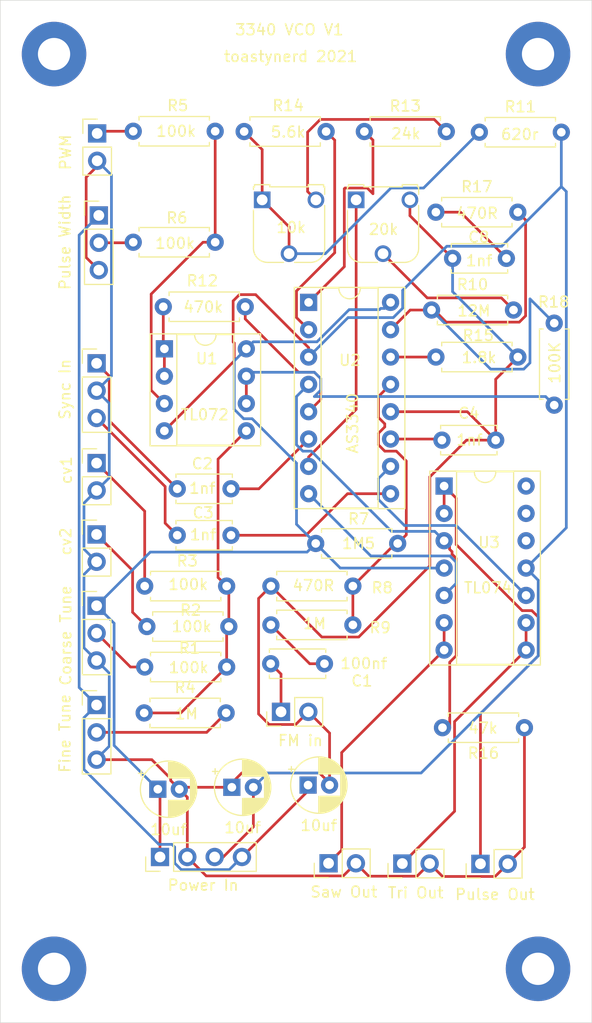
<source format=kicad_pcb>
(kicad_pcb (version 20171130) (host pcbnew "(5.1.6-0-10_14)")

  (general
    (thickness 1.6)
    (drawings 6)
    (tracks 299)
    (zones 0)
    (modules 47)
    (nets 39)
  )

  (page A4)
  (layers
    (0 F.Cu signal)
    (31 B.Cu signal)
    (32 B.Adhes user)
    (33 F.Adhes user)
    (34 B.Paste user)
    (35 F.Paste user)
    (36 B.SilkS user)
    (37 F.SilkS user)
    (38 B.Mask user)
    (39 F.Mask user)
    (40 Dwgs.User user)
    (41 Cmts.User user)
    (42 Eco1.User user)
    (43 Eco2.User user)
    (44 Edge.Cuts user)
    (45 Margin user)
    (46 B.CrtYd user)
    (47 F.CrtYd user)
    (48 B.Fab user)
    (49 F.Fab user)
  )

  (setup
    (last_trace_width 0.25)
    (trace_clearance 0.2)
    (zone_clearance 0.508)
    (zone_45_only no)
    (trace_min 0.2)
    (via_size 0.8)
    (via_drill 0.4)
    (via_min_size 0.4)
    (via_min_drill 0.3)
    (uvia_size 0.3)
    (uvia_drill 0.1)
    (uvias_allowed no)
    (uvia_min_size 0.2)
    (uvia_min_drill 0.1)
    (edge_width 0.05)
    (segment_width 0.2)
    (pcb_text_width 0.3)
    (pcb_text_size 1.5 1.5)
    (mod_edge_width 0.12)
    (mod_text_size 1 1)
    (mod_text_width 0.15)
    (pad_size 1.524 1.524)
    (pad_drill 0.762)
    (pad_to_mask_clearance 0.05)
    (aux_axis_origin 0 0)
    (visible_elements FFFFFF7F)
    (pcbplotparams
      (layerselection 0x010fc_ffffffff)
      (usegerberextensions false)
      (usegerberattributes true)
      (usegerberadvancedattributes true)
      (creategerberjobfile true)
      (excludeedgelayer true)
      (linewidth 0.100000)
      (plotframeref false)
      (viasonmask false)
      (mode 1)
      (useauxorigin false)
      (hpglpennumber 1)
      (hpglpenspeed 20)
      (hpglpendiameter 15.000000)
      (psnegative false)
      (psa4output false)
      (plotreference true)
      (plotvalue true)
      (plotinvisibletext false)
      (padsonsilk false)
      (subtractmaskfromsilk false)
      (outputformat 1)
      (mirror false)
      (drillshape 1)
      (scaleselection 1)
      (outputdirectory ""))
  )

  (net 0 "")
  (net 1 "Net-(C1-Pad2)")
  (net 2 "Net-(C1-Pad1)")
  (net 3 "Net-(C2-Pad2)")
  (net 4 "Net-(C2-Pad1)")
  (net 5 "Net-(C3-Pad2)")
  (net 6 "Net-(C3-Pad1)")
  (net 7 GND)
  (net 8 "Net-(C4-Pad1)")
  (net 9 +12V)
  (net 10 -12V)
  (net 11 +5V)
  (net 12 "Net-(J1-Pad1)")
  (net 13 "Net-(J2-Pad1)")
  (net 14 "Net-(J4-Pad1)")
  (net 15 "Net-(J7-Pad1)")
  (net 16 "Net-(J8-Pad1)")
  (net 17 "Net-(J9-Pad1)")
  (net 18 "Net-(R1-Pad2)")
  (net 19 "Net-(R1-Pad1)")
  (net 20 "Net-(R4-Pad2)")
  (net 21 "Net-(R5-Pad1)")
  (net 22 "Net-(R6-Pad2)")
  (net 23 "Net-(R7-Pad1)")
  (net 24 "Net-(R10-Pad2)")
  (net 25 "Net-(R10-Pad1)")
  (net 26 "Net-(R11-Pad1)")
  (net 27 "Net-(R12-Pad2)")
  (net 28 "Net-(R12-Pad1)")
  (net 29 "Net-(R13-Pad2)")
  (net 30 "Net-(R13-Pad1)")
  (net 31 "Net-(R14-Pad1)")
  (net 32 "Net-(R15-Pad1)")
  (net 33 "Net-(R16-Pad2)")
  (net 34 "Net-(RV4-Pad1)")
  (net 35 "Net-(U2-Pad8)")
  (net 36 "Net-(U2-Pad10)")
  (net 37 "Net-(C8-Pad2)")
  (net 38 "Net-(R18-Pad2)")

  (net_class Default "This is the default net class."
    (clearance 0.2)
    (trace_width 0.25)
    (via_dia 0.8)
    (via_drill 0.4)
    (uvia_dia 0.3)
    (uvia_drill 0.1)
    (add_net +12V)
    (add_net +5V)
    (add_net -12V)
    (add_net GND)
    (add_net "Net-(C1-Pad1)")
    (add_net "Net-(C1-Pad2)")
    (add_net "Net-(C2-Pad1)")
    (add_net "Net-(C2-Pad2)")
    (add_net "Net-(C3-Pad1)")
    (add_net "Net-(C3-Pad2)")
    (add_net "Net-(C4-Pad1)")
    (add_net "Net-(C8-Pad2)")
    (add_net "Net-(J1-Pad1)")
    (add_net "Net-(J2-Pad1)")
    (add_net "Net-(J4-Pad1)")
    (add_net "Net-(J7-Pad1)")
    (add_net "Net-(J8-Pad1)")
    (add_net "Net-(J9-Pad1)")
    (add_net "Net-(R1-Pad1)")
    (add_net "Net-(R1-Pad2)")
    (add_net "Net-(R10-Pad1)")
    (add_net "Net-(R10-Pad2)")
    (add_net "Net-(R11-Pad1)")
    (add_net "Net-(R12-Pad1)")
    (add_net "Net-(R12-Pad2)")
    (add_net "Net-(R13-Pad1)")
    (add_net "Net-(R13-Pad2)")
    (add_net "Net-(R14-Pad1)")
    (add_net "Net-(R15-Pad1)")
    (add_net "Net-(R16-Pad2)")
    (add_net "Net-(R18-Pad2)")
    (add_net "Net-(R4-Pad2)")
    (add_net "Net-(R5-Pad1)")
    (add_net "Net-(R6-Pad2)")
    (add_net "Net-(R7-Pad1)")
    (add_net "Net-(RV4-Pad1)")
    (add_net "Net-(U2-Pad10)")
    (add_net "Net-(U2-Pad8)")
  )

  (module Resistor_THT:R_Axial_DIN0207_L6.3mm_D2.5mm_P7.62mm_Horizontal (layer F.Cu) (tedit 5AE5139B) (tstamp 5FF510C2)
    (at 141.5034 70.0024 270)
    (descr "Resistor, Axial_DIN0207 series, Axial, Horizontal, pin pitch=7.62mm, 0.25W = 1/4W, length*diameter=6.3*2.5mm^2, http://cdn-reichelt.de/documents/datenblatt/B400/1_4W%23YAG.pdf")
    (tags "Resistor Axial_DIN0207 series Axial Horizontal pin pitch 7.62mm 0.25W = 1/4W length 6.3mm diameter 2.5mm")
    (path /5FF92A35)
    (fp_text reference R18 (at -1.9685 0.0508 180) (layer F.SilkS)
      (effects (font (size 1 1) (thickness 0.15)))
    )
    (fp_text value 100K (at 3.683 -0.0508 90) (layer F.SilkS)
      (effects (font (size 1 1) (thickness 0.15)))
    )
    (fp_line (start 0.66 -1.25) (end 0.66 1.25) (layer F.Fab) (width 0.1))
    (fp_line (start 0.66 1.25) (end 6.96 1.25) (layer F.Fab) (width 0.1))
    (fp_line (start 6.96 1.25) (end 6.96 -1.25) (layer F.Fab) (width 0.1))
    (fp_line (start 6.96 -1.25) (end 0.66 -1.25) (layer F.Fab) (width 0.1))
    (fp_line (start 0 0) (end 0.66 0) (layer F.Fab) (width 0.1))
    (fp_line (start 7.62 0) (end 6.96 0) (layer F.Fab) (width 0.1))
    (fp_line (start 0.54 -1.04) (end 0.54 -1.37) (layer F.SilkS) (width 0.12))
    (fp_line (start 0.54 -1.37) (end 7.08 -1.37) (layer F.SilkS) (width 0.12))
    (fp_line (start 7.08 -1.37) (end 7.08 -1.04) (layer F.SilkS) (width 0.12))
    (fp_line (start 0.54 1.04) (end 0.54 1.37) (layer F.SilkS) (width 0.12))
    (fp_line (start 0.54 1.37) (end 7.08 1.37) (layer F.SilkS) (width 0.12))
    (fp_line (start 7.08 1.37) (end 7.08 1.04) (layer F.SilkS) (width 0.12))
    (fp_line (start -1.05 -1.5) (end -1.05 1.5) (layer F.CrtYd) (width 0.05))
    (fp_line (start -1.05 1.5) (end 8.67 1.5) (layer F.CrtYd) (width 0.05))
    (fp_line (start 8.67 1.5) (end 8.67 -1.5) (layer F.CrtYd) (width 0.05))
    (fp_line (start 8.67 -1.5) (end -1.05 -1.5) (layer F.CrtYd) (width 0.05))
    (pad 2 thru_hole oval (at 7.62 0 270) (size 1.6 1.6) (drill 0.8) (layers *.Cu *.Mask)
      (net 38 "Net-(R18-Pad2)"))
    (pad 1 thru_hole circle (at 0 0 270) (size 1.6 1.6) (drill 0.8) (layers *.Cu *.Mask)
      (net 25 "Net-(R10-Pad1)"))
    (model ${KISYS3DMOD}/Resistor_THT.3dshapes/R_Axial_DIN0207_L6.3mm_D2.5mm_P7.62mm_Horizontal.wrl
      (at (xyz 0 0 0))
      (scale (xyz 1 1 1))
      (rotate (xyz 0 0 0))
    )
  )

  (module Resistor_THT:R_Axial_DIN0207_L6.3mm_D2.5mm_P7.62mm_Horizontal (layer F.Cu) (tedit 5AE5139B) (tstamp 5FF4F95B)
    (at 130.500701 59.691001)
    (descr "Resistor, Axial_DIN0207 series, Axial, Horizontal, pin pitch=7.62mm, 0.25W = 1/4W, length*diameter=6.3*2.5mm^2, http://cdn-reichelt.de/documents/datenblatt/B400/1_4W%23YAG.pdf")
    (tags "Resistor Axial_DIN0207 series Axial Horizontal pin pitch 7.62mm 0.25W = 1/4W length 6.3mm diameter 2.5mm")
    (path /5FF5423B)
    (fp_text reference R17 (at 3.81 -2.37) (layer F.SilkS)
      (effects (font (size 1 1) (thickness 0.15)))
    )
    (fp_text value 470R (at 3.839899 0.100599) (layer F.SilkS)
      (effects (font (size 1 1) (thickness 0.15)))
    )
    (fp_line (start 0.66 -1.25) (end 0.66 1.25) (layer F.Fab) (width 0.1))
    (fp_line (start 0.66 1.25) (end 6.96 1.25) (layer F.Fab) (width 0.1))
    (fp_line (start 6.96 1.25) (end 6.96 -1.25) (layer F.Fab) (width 0.1))
    (fp_line (start 6.96 -1.25) (end 0.66 -1.25) (layer F.Fab) (width 0.1))
    (fp_line (start 0 0) (end 0.66 0) (layer F.Fab) (width 0.1))
    (fp_line (start 7.62 0) (end 6.96 0) (layer F.Fab) (width 0.1))
    (fp_line (start 0.54 -1.04) (end 0.54 -1.37) (layer F.SilkS) (width 0.12))
    (fp_line (start 0.54 -1.37) (end 7.08 -1.37) (layer F.SilkS) (width 0.12))
    (fp_line (start 7.08 -1.37) (end 7.08 -1.04) (layer F.SilkS) (width 0.12))
    (fp_line (start 0.54 1.04) (end 0.54 1.37) (layer F.SilkS) (width 0.12))
    (fp_line (start 0.54 1.37) (end 7.08 1.37) (layer F.SilkS) (width 0.12))
    (fp_line (start 7.08 1.37) (end 7.08 1.04) (layer F.SilkS) (width 0.12))
    (fp_line (start -1.05 -1.5) (end -1.05 1.5) (layer F.CrtYd) (width 0.05))
    (fp_line (start -1.05 1.5) (end 8.67 1.5) (layer F.CrtYd) (width 0.05))
    (fp_line (start 8.67 1.5) (end 8.67 -1.5) (layer F.CrtYd) (width 0.05))
    (fp_line (start 8.67 -1.5) (end -1.05 -1.5) (layer F.CrtYd) (width 0.05))
    (pad 2 thru_hole oval (at 7.62 0) (size 1.6 1.6) (drill 0.8) (layers *.Cu *.Mask)
      (net 25 "Net-(R10-Pad1)"))
    (pad 1 thru_hole circle (at 0 0) (size 1.6 1.6) (drill 0.8) (layers *.Cu *.Mask)
      (net 37 "Net-(C8-Pad2)"))
    (model ${KISYS3DMOD}/Resistor_THT.3dshapes/R_Axial_DIN0207_L6.3mm_D2.5mm_P7.62mm_Horizontal.wrl
      (at (xyz 0 0 0))
      (scale (xyz 1 1 1))
      (rotate (xyz 0 0 0))
    )
  )

  (module Capacitor_THT:C_Disc_D5.0mm_W2.5mm_P5.00mm (layer F.Cu) (tedit 5AE50EF0) (tstamp 5FF4FA9F)
    (at 132.0546 63.9826)
    (descr "C, Disc series, Radial, pin pitch=5.00mm, , diameter*width=5*2.5mm^2, Capacitor, http://cdn-reichelt.de/documents/datenblatt/B300/DS_KERKO_TC.pdf")
    (tags "C Disc series Radial pin pitch 5.00mm  diameter 5mm width 2.5mm Capacitor")
    (path /5FF5C3C7)
    (fp_text reference C8 (at 2.4384 -1.9685) (layer F.SilkS)
      (effects (font (size 1 1) (thickness 0.15)))
    )
    (fp_text value 1nf (at 2.4765 0.2159) (layer F.SilkS)
      (effects (font (size 1 1) (thickness 0.15)))
    )
    (fp_line (start 0 -1.25) (end 0 1.25) (layer F.Fab) (width 0.1))
    (fp_line (start 0 1.25) (end 5 1.25) (layer F.Fab) (width 0.1))
    (fp_line (start 5 1.25) (end 5 -1.25) (layer F.Fab) (width 0.1))
    (fp_line (start 5 -1.25) (end 0 -1.25) (layer F.Fab) (width 0.1))
    (fp_line (start -0.12 -1.37) (end 5.12 -1.37) (layer F.SilkS) (width 0.12))
    (fp_line (start -0.12 1.37) (end 5.12 1.37) (layer F.SilkS) (width 0.12))
    (fp_line (start -0.12 -1.37) (end -0.12 -1.055) (layer F.SilkS) (width 0.12))
    (fp_line (start -0.12 1.055) (end -0.12 1.37) (layer F.SilkS) (width 0.12))
    (fp_line (start 5.12 -1.37) (end 5.12 -1.055) (layer F.SilkS) (width 0.12))
    (fp_line (start 5.12 1.055) (end 5.12 1.37) (layer F.SilkS) (width 0.12))
    (fp_line (start -1.05 -1.5) (end -1.05 1.5) (layer F.CrtYd) (width 0.05))
    (fp_line (start -1.05 1.5) (end 6.05 1.5) (layer F.CrtYd) (width 0.05))
    (fp_line (start 6.05 1.5) (end 6.05 -1.5) (layer F.CrtYd) (width 0.05))
    (fp_line (start 6.05 -1.5) (end -1.05 -1.5) (layer F.CrtYd) (width 0.05))
    (pad 2 thru_hole circle (at 5 0) (size 1.6 1.6) (drill 0.8) (layers *.Cu *.Mask)
      (net 37 "Net-(C8-Pad2)"))
    (pad 1 thru_hole circle (at 0 0) (size 1.6 1.6) (drill 0.8) (layers *.Cu *.Mask)
      (net 7 GND))
    (model ${KISYS3DMOD}/Capacitor_THT.3dshapes/C_Disc_D5.0mm_W2.5mm_P5.00mm.wrl
      (at (xyz 0 0 0))
      (scale (xyz 1 1 1))
      (rotate (xyz 0 0 0))
    )
  )

  (module MountingHole:MountingHole_3mm_Pad (layer F.Cu) (tedit 56D1B4CB) (tstamp 5FF4A06F)
    (at 140 130)
    (descr "Mounting Hole 3mm")
    (tags "mounting hole 3mm")
    (attr virtual)
    (fp_text reference REF** (at 0 -4) (layer F.SilkS) hide
      (effects (font (size 1 1) (thickness 0.15)))
    )
    (fp_text value MountingHole_3mm_Pad (at 0 4) (layer F.Fab) hide
      (effects (font (size 1 1) (thickness 0.15)))
    )
    (fp_circle (center 0 0) (end 3.25 0) (layer F.CrtYd) (width 0.05))
    (fp_circle (center 0 0) (end 3 0) (layer Cmts.User) (width 0.15))
    (fp_text user %R (at 0.3 0) (layer F.Fab)
      (effects (font (size 1 1) (thickness 0.15)))
    )
    (pad 1 thru_hole circle (at 0 0) (size 6 6) (drill 3) (layers *.Cu *.Mask))
  )

  (module MountingHole:MountingHole_3mm_Pad (layer F.Cu) (tedit 56D1B4CB) (tstamp 5FF49F13)
    (at 95 130)
    (descr "Mounting Hole 3mm")
    (tags "mounting hole 3mm")
    (attr virtual)
    (fp_text reference REF** (at 0 -4) (layer F.SilkS) hide
      (effects (font (size 1 1) (thickness 0.15)))
    )
    (fp_text value MountingHole_3mm_Pad (at 0 4) (layer F.Fab) hide
      (effects (font (size 1 1) (thickness 0.15)))
    )
    (fp_circle (center 0 0) (end 3.25 0) (layer F.CrtYd) (width 0.05))
    (fp_circle (center 0 0) (end 3 0) (layer Cmts.User) (width 0.15))
    (fp_text user %R (at 0.3 0) (layer F.Fab)
      (effects (font (size 1 1) (thickness 0.15)))
    )
    (pad 1 thru_hole circle (at 0 0) (size 6 6) (drill 3) (layers *.Cu *.Mask))
  )

  (module MountingHole:MountingHole_3mm_Pad (layer F.Cu) (tedit 56D1B4CB) (tstamp 5FF49EEF)
    (at 140 45)
    (descr "Mounting Hole 3mm")
    (tags "mounting hole 3mm")
    (attr virtual)
    (fp_text reference REF** (at 0 -4) (layer F.SilkS) hide
      (effects (font (size 1 1) (thickness 0.15)))
    )
    (fp_text value MountingHole_3mm_Pad (at 0 4) (layer F.Fab) hide
      (effects (font (size 1 1) (thickness 0.15)))
    )
    (fp_circle (center 0 0) (end 3.25 0) (layer F.CrtYd) (width 0.05))
    (fp_circle (center 0 0) (end 3 0) (layer Cmts.User) (width 0.15))
    (fp_text user %R (at 0.3 0) (layer F.Fab)
      (effects (font (size 1 1) (thickness 0.15)))
    )
    (pad 1 thru_hole circle (at 0 0) (size 6 6) (drill 3) (layers *.Cu *.Mask))
  )

  (module MountingHole:MountingHole_3mm_Pad (layer F.Cu) (tedit 56D1B4CB) (tstamp 5FF49F53)
    (at 95 45)
    (descr "Mounting Hole 3mm")
    (tags "mounting hole 3mm")
    (attr virtual)
    (fp_text reference REF** (at 0 -4) (layer F.SilkS) hide
      (effects (font (size 1 1) (thickness 0.15)))
    )
    (fp_text value MountingHole_3mm_Pad (at 0 4) (layer F.Fab) hide
      (effects (font (size 1 1) (thickness 0.15)))
    )
    (fp_circle (center 0 0) (end 3.25 0) (layer F.CrtYd) (width 0.05))
    (fp_circle (center 0 0) (end 3 0) (layer Cmts.User) (width 0.15))
    (fp_text user %R (at 0.3 0) (layer F.Fab)
      (effects (font (size 1 1) (thickness 0.15)))
    )
    (pad 1 thru_hole circle (at 0 0) (size 6 6) (drill 3) (layers *.Cu *.Mask))
  )

  (module Resistor_THT:R_Axial_DIN0207_L6.3mm_D2.5mm_P7.62mm_Horizontal (layer F.Cu) (tedit 5AE5139B) (tstamp 5FF3E2A7)
    (at 109.982 52.1716 180)
    (descr "Resistor, Axial_DIN0207 series, Axial, Horizontal, pin pitch=7.62mm, 0.25W = 1/4W, length*diameter=6.3*2.5mm^2, http://cdn-reichelt.de/documents/datenblatt/B400/1_4W%23YAG.pdf")
    (tags "Resistor Axial_DIN0207 series Axial Horizontal pin pitch 7.62mm 0.25W = 1/4W length 6.3mm diameter 2.5mm")
    (path /5FEFC54F)
    (fp_text reference R5 (at 3.4798 2.3876) (layer F.SilkS)
      (effects (font (size 1 1) (thickness 0.15)))
    )
    (fp_text value 100k (at 3.6322 0) (layer F.SilkS)
      (effects (font (size 1 1) (thickness 0.15)))
    )
    (fp_line (start 8.67 -1.5) (end -1.05 -1.5) (layer F.CrtYd) (width 0.05))
    (fp_line (start 8.67 1.5) (end 8.67 -1.5) (layer F.CrtYd) (width 0.05))
    (fp_line (start -1.05 1.5) (end 8.67 1.5) (layer F.CrtYd) (width 0.05))
    (fp_line (start -1.05 -1.5) (end -1.05 1.5) (layer F.CrtYd) (width 0.05))
    (fp_line (start 7.08 1.37) (end 7.08 1.04) (layer F.SilkS) (width 0.12))
    (fp_line (start 0.54 1.37) (end 7.08 1.37) (layer F.SilkS) (width 0.12))
    (fp_line (start 0.54 1.04) (end 0.54 1.37) (layer F.SilkS) (width 0.12))
    (fp_line (start 7.08 -1.37) (end 7.08 -1.04) (layer F.SilkS) (width 0.12))
    (fp_line (start 0.54 -1.37) (end 7.08 -1.37) (layer F.SilkS) (width 0.12))
    (fp_line (start 0.54 -1.04) (end 0.54 -1.37) (layer F.SilkS) (width 0.12))
    (fp_line (start 7.62 0) (end 6.96 0) (layer F.Fab) (width 0.1))
    (fp_line (start 0 0) (end 0.66 0) (layer F.Fab) (width 0.1))
    (fp_line (start 6.96 -1.25) (end 0.66 -1.25) (layer F.Fab) (width 0.1))
    (fp_line (start 6.96 1.25) (end 6.96 -1.25) (layer F.Fab) (width 0.1))
    (fp_line (start 0.66 1.25) (end 6.96 1.25) (layer F.Fab) (width 0.1))
    (fp_line (start 0.66 -1.25) (end 0.66 1.25) (layer F.Fab) (width 0.1))
    (pad 2 thru_hole oval (at 7.62 0 180) (size 1.6 1.6) (drill 0.8) (layers *.Cu *.Mask)
      (net 14 "Net-(J4-Pad1)"))
    (pad 1 thru_hole circle (at 0 0 180) (size 1.6 1.6) (drill 0.8) (layers *.Cu *.Mask)
      (net 21 "Net-(R5-Pad1)"))
    (model ${KISYS3DMOD}/Resistor_THT.3dshapes/R_Axial_DIN0207_L6.3mm_D2.5mm_P7.62mm_Horizontal.wrl
      (at (xyz 0 0 0))
      (scale (xyz 1 1 1))
      (rotate (xyz 0 0 0))
    )
  )

  (module Package_DIP:DIP-14_W7.62mm_Socket (layer F.Cu) (tedit 5A02E8C5) (tstamp 5FF3E4B9)
    (at 131.2672 85.1408)
    (descr "14-lead though-hole mounted DIP package, row spacing 7.62 mm (300 mils), Socket")
    (tags "THT DIP DIL PDIP 2.54mm 7.62mm 300mil Socket")
    (path /6004520B)
    (fp_text reference U3 (at 4.1783 5.2451) (layer F.SilkS)
      (effects (font (size 1 1) (thickness 0.15)))
    )
    (fp_text value TL074 (at 4.0767 9.4488) (layer F.SilkS)
      (effects (font (size 1 1) (thickness 0.15)))
    )
    (fp_line (start 9.15 -1.6) (end -1.55 -1.6) (layer F.CrtYd) (width 0.05))
    (fp_line (start 9.15 16.85) (end 9.15 -1.6) (layer F.CrtYd) (width 0.05))
    (fp_line (start -1.55 16.85) (end 9.15 16.85) (layer F.CrtYd) (width 0.05))
    (fp_line (start -1.55 -1.6) (end -1.55 16.85) (layer F.CrtYd) (width 0.05))
    (fp_line (start 8.95 -1.39) (end -1.33 -1.39) (layer F.SilkS) (width 0.12))
    (fp_line (start 8.95 16.63) (end 8.95 -1.39) (layer F.SilkS) (width 0.12))
    (fp_line (start -1.33 16.63) (end 8.95 16.63) (layer F.SilkS) (width 0.12))
    (fp_line (start -1.33 -1.39) (end -1.33 16.63) (layer F.SilkS) (width 0.12))
    (fp_line (start 6.46 -1.33) (end 4.81 -1.33) (layer F.SilkS) (width 0.12))
    (fp_line (start 6.46 16.57) (end 6.46 -1.33) (layer F.SilkS) (width 0.12))
    (fp_line (start 1.16 16.57) (end 6.46 16.57) (layer F.SilkS) (width 0.12))
    (fp_line (start 1.16 -1.33) (end 1.16 16.57) (layer F.SilkS) (width 0.12))
    (fp_line (start 2.81 -1.33) (end 1.16 -1.33) (layer F.SilkS) (width 0.12))
    (fp_line (start 8.89 -1.33) (end -1.27 -1.33) (layer F.Fab) (width 0.1))
    (fp_line (start 8.89 16.57) (end 8.89 -1.33) (layer F.Fab) (width 0.1))
    (fp_line (start -1.27 16.57) (end 8.89 16.57) (layer F.Fab) (width 0.1))
    (fp_line (start -1.27 -1.33) (end -1.27 16.57) (layer F.Fab) (width 0.1))
    (fp_line (start 0.635 -0.27) (end 1.635 -1.27) (layer F.Fab) (width 0.1))
    (fp_line (start 0.635 16.51) (end 0.635 -0.27) (layer F.Fab) (width 0.1))
    (fp_line (start 6.985 16.51) (end 0.635 16.51) (layer F.Fab) (width 0.1))
    (fp_line (start 6.985 -1.27) (end 6.985 16.51) (layer F.Fab) (width 0.1))
    (fp_line (start 1.635 -1.27) (end 6.985 -1.27) (layer F.Fab) (width 0.1))
    (fp_arc (start 3.81 -1.33) (end 2.81 -1.33) (angle -180) (layer F.SilkS) (width 0.12))
    (pad 14 thru_hole oval (at 7.62 0) (size 1.6 1.6) (drill 0.8) (layers *.Cu *.Mask))
    (pad 7 thru_hole oval (at 0 15.24) (size 1.6 1.6) (drill 0.8) (layers *.Cu *.Mask)
      (net 16 "Net-(J8-Pad1)"))
    (pad 13 thru_hole oval (at 7.62 2.54) (size 1.6 1.6) (drill 0.8) (layers *.Cu *.Mask))
    (pad 6 thru_hole oval (at 0 12.7) (size 1.6 1.6) (drill 0.8) (layers *.Cu *.Mask)
      (net 16 "Net-(J8-Pad1)"))
    (pad 12 thru_hole oval (at 7.62 5.08) (size 1.6 1.6) (drill 0.8) (layers *.Cu *.Mask))
    (pad 5 thru_hole oval (at 0 10.16) (size 1.6 1.6) (drill 0.8) (layers *.Cu *.Mask)
      (net 35 "Net-(U2-Pad8)"))
    (pad 11 thru_hole oval (at 7.62 7.62) (size 1.6 1.6) (drill 0.8) (layers *.Cu *.Mask)
      (net 10 -12V))
    (pad 4 thru_hole oval (at 0 7.62) (size 1.6 1.6) (drill 0.8) (layers *.Cu *.Mask)
      (net 9 +12V))
    (pad 10 thru_hole oval (at 7.62 10.16) (size 1.6 1.6) (drill 0.8) (layers *.Cu *.Mask)
      (net 36 "Net-(U2-Pad10)"))
    (pad 3 thru_hole oval (at 0 5.08) (size 1.6 1.6) (drill 0.8) (layers *.Cu *.Mask)
      (net 33 "Net-(R16-Pad2)"))
    (pad 9 thru_hole oval (at 7.62 12.7) (size 1.6 1.6) (drill 0.8) (layers *.Cu *.Mask)
      (net 17 "Net-(J9-Pad1)"))
    (pad 2 thru_hole oval (at 0 2.54) (size 1.6 1.6) (drill 0.8) (layers *.Cu *.Mask)
      (net 15 "Net-(J7-Pad1)"))
    (pad 8 thru_hole oval (at 7.62 15.24) (size 1.6 1.6) (drill 0.8) (layers *.Cu *.Mask)
      (net 17 "Net-(J9-Pad1)"))
    (pad 1 thru_hole rect (at 0 0) (size 1.6 1.6) (drill 0.8) (layers *.Cu *.Mask)
      (net 15 "Net-(J7-Pad1)"))
    (model ${KISYS3DMOD}/Package_DIP.3dshapes/DIP-14_W7.62mm_Socket.wrl
      (at (xyz 0 0 0))
      (scale (xyz 1 1 1))
      (rotate (xyz 0 0 0))
    )
  )

  (module Connector_PinHeader_2.54mm:PinHeader_1x03_P2.54mm_Vertical (layer F.Cu) (tedit 59FED5CC) (tstamp 5FF3E1DA)
    (at 98.9584 73.7362)
    (descr "Through hole straight pin header, 1x03, 2.54mm pitch, single row")
    (tags "Through hole pin header THT 1x03 2.54mm single row")
    (path /5FF7F1F2)
    (fp_text reference J5 (at 0 -2.33) (layer F.SilkS) hide
      (effects (font (size 1 1) (thickness 0.15)))
    )
    (fp_text value "Sync In" (at -2.9464 2.413 90) (layer F.SilkS)
      (effects (font (size 1 1) (thickness 0.15)))
    )
    (fp_line (start 1.8 -1.8) (end -1.8 -1.8) (layer F.CrtYd) (width 0.05))
    (fp_line (start 1.8 6.85) (end 1.8 -1.8) (layer F.CrtYd) (width 0.05))
    (fp_line (start -1.8 6.85) (end 1.8 6.85) (layer F.CrtYd) (width 0.05))
    (fp_line (start -1.8 -1.8) (end -1.8 6.85) (layer F.CrtYd) (width 0.05))
    (fp_line (start -1.33 -1.33) (end 0 -1.33) (layer F.SilkS) (width 0.12))
    (fp_line (start -1.33 0) (end -1.33 -1.33) (layer F.SilkS) (width 0.12))
    (fp_line (start -1.33 1.27) (end 1.33 1.27) (layer F.SilkS) (width 0.12))
    (fp_line (start 1.33 1.27) (end 1.33 6.41) (layer F.SilkS) (width 0.12))
    (fp_line (start -1.33 1.27) (end -1.33 6.41) (layer F.SilkS) (width 0.12))
    (fp_line (start -1.33 6.41) (end 1.33 6.41) (layer F.SilkS) (width 0.12))
    (fp_line (start -1.27 -0.635) (end -0.635 -1.27) (layer F.Fab) (width 0.1))
    (fp_line (start -1.27 6.35) (end -1.27 -0.635) (layer F.Fab) (width 0.1))
    (fp_line (start 1.27 6.35) (end -1.27 6.35) (layer F.Fab) (width 0.1))
    (fp_line (start 1.27 -1.27) (end 1.27 6.35) (layer F.Fab) (width 0.1))
    (fp_line (start -0.635 -1.27) (end 1.27 -1.27) (layer F.Fab) (width 0.1))
    (fp_text user %R (at 0 2.54 90) (layer F.Fab)
      (effects (font (size 1 1) (thickness 0.15)))
    )
    (pad 3 thru_hole oval (at 0 5.08) (size 1.7 1.7) (drill 1) (layers *.Cu *.Mask)
      (net 5 "Net-(C3-Pad2)"))
    (pad 2 thru_hole oval (at 0 2.54) (size 1.7 1.7) (drill 1) (layers *.Cu *.Mask)
      (net 7 GND))
    (pad 1 thru_hole rect (at 0 0) (size 1.7 1.7) (drill 1) (layers *.Cu *.Mask)
      (net 3 "Net-(C2-Pad2)"))
    (model ${KISYS3DMOD}/Connector_PinHeader_2.54mm.3dshapes/PinHeader_1x03_P2.54mm_Vertical.wrl
      (at (xyz 0 0 0))
      (scale (xyz 1 1 1))
      (rotate (xyz 0 0 0))
    )
  )

  (module Package_DIP:DIP-16_W7.62mm_Socket (layer F.Cu) (tedit 5A02E8C5) (tstamp 5FF3E48D)
    (at 118.6688 68.072)
    (descr "16-lead though-hole mounted DIP package, row spacing 7.62 mm (300 mils), Socket")
    (tags "THT DIP DIL PDIP 2.54mm 7.62mm 300mil Socket")
    (path /5FEEA4D7)
    (fp_text reference U2 (at 3.8354 5.3848) (layer F.SilkS)
      (effects (font (size 1 1) (thickness 0.15)))
    )
    (fp_text value AS3340 (at 4.0894 11.2268 90) (layer F.SilkS)
      (effects (font (size 1 1) (thickness 0.15)))
    )
    (fp_line (start 9.15 -1.6) (end -1.55 -1.6) (layer F.CrtYd) (width 0.05))
    (fp_line (start 9.15 19.4) (end 9.15 -1.6) (layer F.CrtYd) (width 0.05))
    (fp_line (start -1.55 19.4) (end 9.15 19.4) (layer F.CrtYd) (width 0.05))
    (fp_line (start -1.55 -1.6) (end -1.55 19.4) (layer F.CrtYd) (width 0.05))
    (fp_line (start 8.95 -1.39) (end -1.33 -1.39) (layer F.SilkS) (width 0.12))
    (fp_line (start 8.95 19.17) (end 8.95 -1.39) (layer F.SilkS) (width 0.12))
    (fp_line (start -1.33 19.17) (end 8.95 19.17) (layer F.SilkS) (width 0.12))
    (fp_line (start -1.33 -1.39) (end -1.33 19.17) (layer F.SilkS) (width 0.12))
    (fp_line (start 6.46 -1.33) (end 4.81 -1.33) (layer F.SilkS) (width 0.12))
    (fp_line (start 6.46 19.11) (end 6.46 -1.33) (layer F.SilkS) (width 0.12))
    (fp_line (start 1.16 19.11) (end 6.46 19.11) (layer F.SilkS) (width 0.12))
    (fp_line (start 1.16 -1.33) (end 1.16 19.11) (layer F.SilkS) (width 0.12))
    (fp_line (start 2.81 -1.33) (end 1.16 -1.33) (layer F.SilkS) (width 0.12))
    (fp_line (start 8.89 -1.33) (end -1.27 -1.33) (layer F.Fab) (width 0.1))
    (fp_line (start 8.89 19.11) (end 8.89 -1.33) (layer F.Fab) (width 0.1))
    (fp_line (start -1.27 19.11) (end 8.89 19.11) (layer F.Fab) (width 0.1))
    (fp_line (start -1.27 -1.33) (end -1.27 19.11) (layer F.Fab) (width 0.1))
    (fp_line (start 0.635 -0.27) (end 1.635 -1.27) (layer F.Fab) (width 0.1))
    (fp_line (start 0.635 19.05) (end 0.635 -0.27) (layer F.Fab) (width 0.1))
    (fp_line (start 6.985 19.05) (end 0.635 19.05) (layer F.Fab) (width 0.1))
    (fp_line (start 6.985 -1.27) (end 6.985 19.05) (layer F.Fab) (width 0.1))
    (fp_line (start 1.635 -1.27) (end 6.985 -1.27) (layer F.Fab) (width 0.1))
    (fp_arc (start 3.81 -1.33) (end 2.81 -1.33) (angle -180) (layer F.SilkS) (width 0.12))
    (pad 16 thru_hole oval (at 7.62 0) (size 1.6 1.6) (drill 0.8) (layers *.Cu *.Mask)
      (net 9 +12V))
    (pad 8 thru_hole oval (at 0 17.78) (size 1.6 1.6) (drill 0.8) (layers *.Cu *.Mask)
      (net 35 "Net-(U2-Pad8)"))
    (pad 15 thru_hole oval (at 7.62 2.54) (size 1.6 1.6) (drill 0.8) (layers *.Cu *.Mask)
      (net 25 "Net-(R10-Pad1)"))
    (pad 7 thru_hole oval (at 0 15.24) (size 1.6 1.6) (drill 0.8) (layers *.Cu *.Mask)
      (net 34 "Net-(RV4-Pad1)"))
    (pad 14 thru_hole oval (at 7.62 5.08) (size 1.6 1.6) (drill 0.8) (layers *.Cu *.Mask)
      (net 32 "Net-(R15-Pad1)"))
    (pad 6 thru_hole oval (at 0 12.7) (size 1.6 1.6) (drill 0.8) (layers *.Cu *.Mask)
      (net 4 "Net-(C2-Pad1)"))
    (pad 13 thru_hole oval (at 7.62 7.62) (size 1.6 1.6) (drill 0.8) (layers *.Cu *.Mask)
      (net 23 "Net-(R7-Pad1)"))
    (pad 5 thru_hole oval (at 0 10.16) (size 1.6 1.6) (drill 0.8) (layers *.Cu *.Mask)
      (net 28 "Net-(R12-Pad1)"))
    (pad 12 thru_hole oval (at 7.62 10.16) (size 1.6 1.6) (drill 0.8) (layers *.Cu *.Mask)
      (net 7 GND))
    (pad 4 thru_hole oval (at 0 7.62) (size 1.6 1.6) (drill 0.8) (layers *.Cu *.Mask)
      (net 33 "Net-(R16-Pad2)"))
    (pad 11 thru_hole oval (at 7.62 12.7) (size 1.6 1.6) (drill 0.8) (layers *.Cu *.Mask)
      (net 8 "Net-(C4-Pad1)"))
    (pad 3 thru_hole oval (at 0 5.08) (size 1.6 1.6) (drill 0.8) (layers *.Cu *.Mask)
      (net 10 -12V))
    (pad 10 thru_hole oval (at 7.62 15.24) (size 1.6 1.6) (drill 0.8) (layers *.Cu *.Mask)
      (net 36 "Net-(U2-Pad10)"))
    (pad 2 thru_hole oval (at 0 2.54) (size 1.6 1.6) (drill 0.8) (layers *.Cu *.Mask)
      (net 31 "Net-(R14-Pad1)"))
    (pad 9 thru_hole oval (at 7.62 17.78) (size 1.6 1.6) (drill 0.8) (layers *.Cu *.Mask)
      (net 6 "Net-(C3-Pad1)"))
    (pad 1 thru_hole rect (at 0 0) (size 1.6 1.6) (drill 0.8) (layers *.Cu *.Mask)
      (net 30 "Net-(R13-Pad1)"))
    (model ${KISYS3DMOD}/Package_DIP.3dshapes/DIP-16_W7.62mm_Socket.wrl
      (at (xyz 0 0 0))
      (scale (xyz 1 1 1))
      (rotate (xyz 0 0 0))
    )
  )

  (module Package_DIP:DIP-8_W7.62mm_Socket (layer F.Cu) (tedit 5A02E8C5) (tstamp 5FF3E461)
    (at 105.2576 72.39)
    (descr "8-lead though-hole mounted DIP package, row spacing 7.62 mm (300 mils), Socket")
    (tags "THT DIP DIL PDIP 2.54mm 7.62mm 300mil Socket")
    (path /6002C700)
    (fp_text reference U1 (at 3.937 0.9144) (layer F.SilkS)
      (effects (font (size 1 1) (thickness 0.15)))
    )
    (fp_text value TL072 (at 3.7592 6.1214) (layer F.SilkS)
      (effects (font (size 1 1) (thickness 0.15)))
    )
    (fp_line (start 9.15 -1.6) (end -1.55 -1.6) (layer F.CrtYd) (width 0.05))
    (fp_line (start 9.15 9.2) (end 9.15 -1.6) (layer F.CrtYd) (width 0.05))
    (fp_line (start -1.55 9.2) (end 9.15 9.2) (layer F.CrtYd) (width 0.05))
    (fp_line (start -1.55 -1.6) (end -1.55 9.2) (layer F.CrtYd) (width 0.05))
    (fp_line (start 8.95 -1.39) (end -1.33 -1.39) (layer F.SilkS) (width 0.12))
    (fp_line (start 8.95 9.01) (end 8.95 -1.39) (layer F.SilkS) (width 0.12))
    (fp_line (start -1.33 9.01) (end 8.95 9.01) (layer F.SilkS) (width 0.12))
    (fp_line (start -1.33 -1.39) (end -1.33 9.01) (layer F.SilkS) (width 0.12))
    (fp_line (start 6.46 -1.33) (end 4.81 -1.33) (layer F.SilkS) (width 0.12))
    (fp_line (start 6.46 8.95) (end 6.46 -1.33) (layer F.SilkS) (width 0.12))
    (fp_line (start 1.16 8.95) (end 6.46 8.95) (layer F.SilkS) (width 0.12))
    (fp_line (start 1.16 -1.33) (end 1.16 8.95) (layer F.SilkS) (width 0.12))
    (fp_line (start 2.81 -1.33) (end 1.16 -1.33) (layer F.SilkS) (width 0.12))
    (fp_line (start 8.89 -1.33) (end -1.27 -1.33) (layer F.Fab) (width 0.1))
    (fp_line (start 8.89 8.95) (end 8.89 -1.33) (layer F.Fab) (width 0.1))
    (fp_line (start -1.27 8.95) (end 8.89 8.95) (layer F.Fab) (width 0.1))
    (fp_line (start -1.27 -1.33) (end -1.27 8.95) (layer F.Fab) (width 0.1))
    (fp_line (start 0.635 -0.27) (end 1.635 -1.27) (layer F.Fab) (width 0.1))
    (fp_line (start 0.635 8.89) (end 0.635 -0.27) (layer F.Fab) (width 0.1))
    (fp_line (start 6.985 8.89) (end 0.635 8.89) (layer F.Fab) (width 0.1))
    (fp_line (start 6.985 -1.27) (end 6.985 8.89) (layer F.Fab) (width 0.1))
    (fp_line (start 1.635 -1.27) (end 6.985 -1.27) (layer F.Fab) (width 0.1))
    (fp_arc (start 3.81 -1.33) (end 2.81 -1.33) (angle -180) (layer F.SilkS) (width 0.12))
    (pad 8 thru_hole oval (at 7.62 0) (size 1.6 1.6) (drill 0.8) (layers *.Cu *.Mask)
      (net 9 +12V))
    (pad 4 thru_hole oval (at 0 7.62) (size 1.6 1.6) (drill 0.8) (layers *.Cu *.Mask)
      (net 10 -12V))
    (pad 7 thru_hole oval (at 7.62 2.54) (size 1.6 1.6) (drill 0.8) (layers *.Cu *.Mask)
      (net 38 "Net-(R18-Pad2)"))
    (pad 3 thru_hole oval (at 0 5.08) (size 1.6 1.6) (drill 0.8) (layers *.Cu *.Mask)
      (net 21 "Net-(R5-Pad1)"))
    (pad 6 thru_hole oval (at 7.62 5.08) (size 1.6 1.6) (drill 0.8) (layers *.Cu *.Mask)
      (net 38 "Net-(R18-Pad2)"))
    (pad 2 thru_hole oval (at 0 2.54) (size 1.6 1.6) (drill 0.8) (layers *.Cu *.Mask)
      (net 27 "Net-(R12-Pad2)"))
    (pad 5 thru_hole oval (at 7.62 7.62) (size 1.6 1.6) (drill 0.8) (layers *.Cu *.Mask)
      (net 19 "Net-(R1-Pad1)"))
    (pad 1 thru_hole rect (at 0 0) (size 1.6 1.6) (drill 0.8) (layers *.Cu *.Mask)
      (net 27 "Net-(R12-Pad2)"))
    (model ${KISYS3DMOD}/Package_DIP.3dshapes/DIP-8_W7.62mm_Socket.wrl
      (at (xyz 0 0 0))
      (scale (xyz 1 1 1))
      (rotate (xyz 0 0 0))
    )
  )

  (module Potentiometer_THT:Potentiometer_Runtron_RM-065_Vertical (layer F.Cu) (tedit 5BF6754C) (tstamp 5FF3E43D)
    (at 114.3508 58.547)
    (descr "Potentiometer, vertical, Trimmer, RM-065 http://www.runtron.com/down/PDF%20Datasheet/Carbon%20Film%20Potentiometer/RM065%20RM063.pdf")
    (tags "Potentiometer Trimmer RM-065")
    (path /5FEEC03C)
    (fp_text reference RV5 (at 2.6 -2.5) (layer F.SilkS) hide
      (effects (font (size 1 1) (thickness 0.15)))
    )
    (fp_text value 10k (at 2.6924 2.5654) (layer F.SilkS)
      (effects (font (size 1 1) (thickness 0.15)))
    )
    (fp_line (start -0.71 -1.41) (end 0.71 -1.41) (layer F.SilkS) (width 0.12))
    (fp_line (start 0.71 -1.21) (end 4.29 -1.21) (layer F.SilkS) (width 0.12))
    (fp_line (start 4.29 -1.21) (end 4.29 -1.41) (layer F.SilkS) (width 0.12))
    (fp_line (start 4.29 -1.41) (end 5.71 -1.41) (layer F.SilkS) (width 0.12))
    (fp_line (start 5.71 -1.41) (end 5.71 -1.21) (layer F.SilkS) (width 0.12))
    (fp_line (start 1.99 5.81) (end 0.5 5.81) (layer F.SilkS) (width 0.12))
    (fp_line (start -0.81 4.5) (end -0.81 0.96) (layer F.SilkS) (width 0.12))
    (fp_line (start 5.81 0.52) (end 5.81 4.5) (layer F.SilkS) (width 0.12))
    (fp_line (start 4.5 5.81) (end 3.01 5.81) (layer F.SilkS) (width 0.12))
    (fp_line (start 0.5 5.7) (end 4.5 5.7) (layer F.Fab) (width 0.1))
    (fp_line (start 5.7 4.5) (end 5.7 -1.1) (layer F.Fab) (width 0.1))
    (fp_line (start -0.7 4.5) (end -0.7 -1.1) (layer F.Fab) (width 0.1))
    (fp_line (start -0.6 -1.1) (end -0.6 -1.3) (layer F.Fab) (width 0.1))
    (fp_line (start -0.6 -1.3) (end 0.6 -1.3) (layer F.Fab) (width 0.1))
    (fp_line (start 0.6 -1.3) (end 0.6 -1.1) (layer F.Fab) (width 0.1))
    (fp_line (start 5.6 -1.1) (end 5.6 -1.3) (layer F.Fab) (width 0.1))
    (fp_line (start 5.6 -1.3) (end 4.41 -1.3) (layer F.Fab) (width 0.1))
    (fp_line (start 4.4 -1.3) (end 4.4 -1.1) (layer F.Fab) (width 0.1))
    (fp_line (start 5.7 -1.1) (end -0.7 -1.1) (layer F.Fab) (width 0.1))
    (fp_line (start 6.05 6.03) (end -1.05 6.03) (layer F.CrtYd) (width 0.05))
    (fp_line (start 6.03 6.05) (end 6.03 -1.55) (layer F.CrtYd) (width 0.05))
    (fp_line (start -1.03 -1.55) (end -1.03 6.05) (layer F.CrtYd) (width 0.05))
    (fp_line (start -1.03 -1.55) (end 6.03 -1.55) (layer F.CrtYd) (width 0.05))
    (fp_circle (center 2.5 2.5) (end 5.5 2.5) (layer F.Fab) (width 0.1))
    (fp_line (start 0.71 -1.21) (end 0.71 -1.41) (layer F.SilkS) (width 0.12))
    (fp_line (start -0.71 -1.41) (end -0.71 -1.21) (layer F.SilkS) (width 0.12))
    (fp_line (start -0.71 -1.21) (end -0.81 -1.21) (layer F.SilkS) (width 0.12))
    (fp_line (start -0.81 -1.21) (end -0.81 -0.96) (layer F.SilkS) (width 0.12))
    (fp_line (start 5.71 -1.21) (end 5.81 -1.21) (layer F.SilkS) (width 0.12))
    (fp_line (start 5.81 -1.21) (end 5.81 -0.52) (layer F.SilkS) (width 0.12))
    (fp_arc (start 4.5 4.5) (end 4.5 5.7) (angle -90) (layer F.Fab) (width 0.1))
    (fp_arc (start 0.5 4.5) (end -0.7 4.5) (angle -90) (layer F.Fab) (width 0.1))
    (fp_arc (start 0.5 4.5) (end -0.81 4.5) (angle -90) (layer F.SilkS) (width 0.12))
    (fp_arc (start 4.5 4.5) (end 4.5 5.81) (angle -90) (layer F.SilkS) (width 0.12))
    (pad 2 thru_hole circle (at 2.5 5) (size 1.55 1.55) (drill 1) (layers *.Cu *.Mask)
      (net 26 "Net-(R11-Pad1)"))
    (pad 1 thru_hole rect (at 0 0) (size 1.55 1.55) (drill 1) (layers *.Cu *.Mask)
      (net 26 "Net-(R11-Pad1)"))
    (pad 3 thru_hole circle (at 5 0) (size 1.55 1.55) (drill 1) (layers *.Cu *.Mask)
      (net 29 "Net-(R13-Pad2)"))
    (model ${KISYS3DMOD}/Potentiometer_THT.3dshapes/Potentiometer_Runtron_RM-065_Vertical.wrl
      (at (xyz 0 0 0))
      (scale (xyz 1 1 1))
      (rotate (xyz 0 0 0))
    )
  )

  (module Potentiometer_THT:Potentiometer_Runtron_RM-065_Vertical (layer F.Cu) (tedit 5BF6754C) (tstamp 5FF41898)
    (at 123.0884 58.547)
    (descr "Potentiometer, vertical, Trimmer, RM-065 http://www.runtron.com/down/PDF%20Datasheet/Carbon%20Film%20Potentiometer/RM065%20RM063.pdf")
    (tags "Potentiometer Trimmer RM-065")
    (path /6000FDD6)
    (fp_text reference RV4 (at 2.6 -2.5) (layer F.SilkS) hide
      (effects (font (size 1 1) (thickness 0.15)))
    )
    (fp_text value 20k (at 2.54 2.7432) (layer F.SilkS)
      (effects (font (size 1 1) (thickness 0.15)))
    )
    (fp_line (start -0.71 -1.41) (end 0.71 -1.41) (layer F.SilkS) (width 0.12))
    (fp_line (start 0.71 -1.21) (end 4.29 -1.21) (layer F.SilkS) (width 0.12))
    (fp_line (start 4.29 -1.21) (end 4.29 -1.41) (layer F.SilkS) (width 0.12))
    (fp_line (start 4.29 -1.41) (end 5.71 -1.41) (layer F.SilkS) (width 0.12))
    (fp_line (start 5.71 -1.41) (end 5.71 -1.21) (layer F.SilkS) (width 0.12))
    (fp_line (start 1.99 5.81) (end 0.5 5.81) (layer F.SilkS) (width 0.12))
    (fp_line (start -0.81 4.5) (end -0.81 0.96) (layer F.SilkS) (width 0.12))
    (fp_line (start 5.81 0.52) (end 5.81 4.5) (layer F.SilkS) (width 0.12))
    (fp_line (start 4.5 5.81) (end 3.01 5.81) (layer F.SilkS) (width 0.12))
    (fp_line (start 0.5 5.7) (end 4.5 5.7) (layer F.Fab) (width 0.1))
    (fp_line (start 5.7 4.5) (end 5.7 -1.1) (layer F.Fab) (width 0.1))
    (fp_line (start -0.7 4.5) (end -0.7 -1.1) (layer F.Fab) (width 0.1))
    (fp_line (start -0.6 -1.1) (end -0.6 -1.3) (layer F.Fab) (width 0.1))
    (fp_line (start -0.6 -1.3) (end 0.6 -1.3) (layer F.Fab) (width 0.1))
    (fp_line (start 0.6 -1.3) (end 0.6 -1.1) (layer F.Fab) (width 0.1))
    (fp_line (start 5.6 -1.1) (end 5.6 -1.3) (layer F.Fab) (width 0.1))
    (fp_line (start 5.6 -1.3) (end 4.41 -1.3) (layer F.Fab) (width 0.1))
    (fp_line (start 4.4 -1.3) (end 4.4 -1.1) (layer F.Fab) (width 0.1))
    (fp_line (start 5.7 -1.1) (end -0.7 -1.1) (layer F.Fab) (width 0.1))
    (fp_line (start 6.05 6.03) (end -1.05 6.03) (layer F.CrtYd) (width 0.05))
    (fp_line (start 6.03 6.05) (end 6.03 -1.55) (layer F.CrtYd) (width 0.05))
    (fp_line (start -1.03 -1.55) (end -1.03 6.05) (layer F.CrtYd) (width 0.05))
    (fp_line (start -1.03 -1.55) (end 6.03 -1.55) (layer F.CrtYd) (width 0.05))
    (fp_circle (center 2.5 2.5) (end 5.5 2.5) (layer F.Fab) (width 0.1))
    (fp_line (start 0.71 -1.21) (end 0.71 -1.41) (layer F.SilkS) (width 0.12))
    (fp_line (start -0.71 -1.41) (end -0.71 -1.21) (layer F.SilkS) (width 0.12))
    (fp_line (start -0.71 -1.21) (end -0.81 -1.21) (layer F.SilkS) (width 0.12))
    (fp_line (start -0.81 -1.21) (end -0.81 -0.96) (layer F.SilkS) (width 0.12))
    (fp_line (start 5.71 -1.21) (end 5.81 -1.21) (layer F.SilkS) (width 0.12))
    (fp_line (start 5.81 -1.21) (end 5.81 -0.52) (layer F.SilkS) (width 0.12))
    (fp_arc (start 4.5 4.5) (end 4.5 5.7) (angle -90) (layer F.Fab) (width 0.1))
    (fp_arc (start 0.5 4.5) (end -0.7 4.5) (angle -90) (layer F.Fab) (width 0.1))
    (fp_arc (start 0.5 4.5) (end -0.81 4.5) (angle -90) (layer F.SilkS) (width 0.12))
    (fp_arc (start 4.5 4.5) (end 4.5 5.81) (angle -90) (layer F.SilkS) (width 0.12))
    (pad 2 thru_hole circle (at 2.5 5) (size 1.55 1.55) (drill 1) (layers *.Cu *.Mask)
      (net 24 "Net-(R10-Pad2)"))
    (pad 1 thru_hole rect (at 0 0) (size 1.55 1.55) (drill 1) (layers *.Cu *.Mask)
      (net 34 "Net-(RV4-Pad1)"))
    (pad 3 thru_hole circle (at 5 0) (size 1.55 1.55) (drill 1) (layers *.Cu *.Mask)
      (net 7 GND))
    (model ${KISYS3DMOD}/Potentiometer_THT.3dshapes/Potentiometer_Runtron_RM-065_Vertical.wrl
      (at (xyz 0 0 0))
      (scale (xyz 1 1 1))
      (rotate (xyz 0 0 0))
    )
  )

  (module Connector_PinHeader_2.54mm:PinHeader_1x03_P2.54mm_Vertical (layer F.Cu) (tedit 59FED5CC) (tstamp 5FF3E3E9)
    (at 99.1616 59.9948)
    (descr "Through hole straight pin header, 1x03, 2.54mm pitch, single row")
    (tags "Through hole pin header THT 1x03 2.54mm single row")
    (path /5FEF17BA)
    (fp_text reference RV3 (at 0 -2.33) (layer F.SilkS) hide
      (effects (font (size 1 1) (thickness 0.15)))
    )
    (fp_text value "Pulse Width" (at -3.1496 2.4892 90) (layer F.SilkS)
      (effects (font (size 1 1) (thickness 0.15)))
    )
    (fp_line (start 1.8 -1.8) (end -1.8 -1.8) (layer F.CrtYd) (width 0.05))
    (fp_line (start 1.8 6.85) (end 1.8 -1.8) (layer F.CrtYd) (width 0.05))
    (fp_line (start -1.8 6.85) (end 1.8 6.85) (layer F.CrtYd) (width 0.05))
    (fp_line (start -1.8 -1.8) (end -1.8 6.85) (layer F.CrtYd) (width 0.05))
    (fp_line (start -1.33 -1.33) (end 0 -1.33) (layer F.SilkS) (width 0.12))
    (fp_line (start -1.33 0) (end -1.33 -1.33) (layer F.SilkS) (width 0.12))
    (fp_line (start -1.33 1.27) (end 1.33 1.27) (layer F.SilkS) (width 0.12))
    (fp_line (start 1.33 1.27) (end 1.33 6.41) (layer F.SilkS) (width 0.12))
    (fp_line (start -1.33 1.27) (end -1.33 6.41) (layer F.SilkS) (width 0.12))
    (fp_line (start -1.33 6.41) (end 1.33 6.41) (layer F.SilkS) (width 0.12))
    (fp_line (start -1.27 -0.635) (end -0.635 -1.27) (layer F.Fab) (width 0.1))
    (fp_line (start -1.27 6.35) (end -1.27 -0.635) (layer F.Fab) (width 0.1))
    (fp_line (start 1.27 6.35) (end -1.27 6.35) (layer F.Fab) (width 0.1))
    (fp_line (start 1.27 -1.27) (end 1.27 6.35) (layer F.Fab) (width 0.1))
    (fp_line (start -0.635 -1.27) (end 1.27 -1.27) (layer F.Fab) (width 0.1))
    (fp_text user %R (at 0 2.54 90) (layer F.Fab)
      (effects (font (size 1 1) (thickness 0.15)))
    )
    (pad 3 thru_hole oval (at 0 5.08) (size 1.7 1.7) (drill 1) (layers *.Cu *.Mask)
      (net 7 GND))
    (pad 2 thru_hole oval (at 0 2.54) (size 1.7 1.7) (drill 1) (layers *.Cu *.Mask)
      (net 22 "Net-(R6-Pad2)"))
    (pad 1 thru_hole rect (at 0 0) (size 1.7 1.7) (drill 1) (layers *.Cu *.Mask)
      (net 11 +5V))
    (model ${KISYS3DMOD}/Connector_PinHeader_2.54mm.3dshapes/PinHeader_1x03_P2.54mm_Vertical.wrl
      (at (xyz 0 0 0))
      (scale (xyz 1 1 1))
      (rotate (xyz 0 0 0))
    )
  )

  (module Connector_PinHeader_2.54mm:PinHeader_1x03_P2.54mm_Vertical (layer F.Cu) (tedit 59FED5CC) (tstamp 5FF3E3D2)
    (at 98.9584 105.4862)
    (descr "Through hole straight pin header, 1x03, 2.54mm pitch, single row")
    (tags "Through hole pin header THT 1x03 2.54mm single row")
    (path /5FFBF8D5)
    (fp_text reference RV2 (at 0 -2.33) (layer F.SilkS) hide
      (effects (font (size 1 1) (thickness 0.15)))
    )
    (fp_text value "Fine Tune" (at -2.9464 2.6416 90) (layer F.SilkS)
      (effects (font (size 1 1) (thickness 0.15)))
    )
    (fp_line (start 1.8 -1.8) (end -1.8 -1.8) (layer F.CrtYd) (width 0.05))
    (fp_line (start 1.8 6.85) (end 1.8 -1.8) (layer F.CrtYd) (width 0.05))
    (fp_line (start -1.8 6.85) (end 1.8 6.85) (layer F.CrtYd) (width 0.05))
    (fp_line (start -1.8 -1.8) (end -1.8 6.85) (layer F.CrtYd) (width 0.05))
    (fp_line (start -1.33 -1.33) (end 0 -1.33) (layer F.SilkS) (width 0.12))
    (fp_line (start -1.33 0) (end -1.33 -1.33) (layer F.SilkS) (width 0.12))
    (fp_line (start -1.33 1.27) (end 1.33 1.27) (layer F.SilkS) (width 0.12))
    (fp_line (start 1.33 1.27) (end 1.33 6.41) (layer F.SilkS) (width 0.12))
    (fp_line (start -1.33 1.27) (end -1.33 6.41) (layer F.SilkS) (width 0.12))
    (fp_line (start -1.33 6.41) (end 1.33 6.41) (layer F.SilkS) (width 0.12))
    (fp_line (start -1.27 -0.635) (end -0.635 -1.27) (layer F.Fab) (width 0.1))
    (fp_line (start -1.27 6.35) (end -1.27 -0.635) (layer F.Fab) (width 0.1))
    (fp_line (start 1.27 6.35) (end -1.27 6.35) (layer F.Fab) (width 0.1))
    (fp_line (start 1.27 -1.27) (end 1.27 6.35) (layer F.Fab) (width 0.1))
    (fp_line (start -0.635 -1.27) (end 1.27 -1.27) (layer F.Fab) (width 0.1))
    (fp_text user %R (at 0 2.54 90) (layer F.Fab)
      (effects (font (size 1 1) (thickness 0.15)))
    )
    (pad 3 thru_hole oval (at 0 5.08) (size 1.7 1.7) (drill 1) (layers *.Cu *.Mask)
      (net 7 GND))
    (pad 2 thru_hole oval (at 0 2.54) (size 1.7 1.7) (drill 1) (layers *.Cu *.Mask)
      (net 20 "Net-(R4-Pad2)"))
    (pad 1 thru_hole rect (at 0 0) (size 1.7 1.7) (drill 1) (layers *.Cu *.Mask)
      (net 11 +5V))
    (model ${KISYS3DMOD}/Connector_PinHeader_2.54mm.3dshapes/PinHeader_1x03_P2.54mm_Vertical.wrl
      (at (xyz 0 0 0))
      (scale (xyz 1 1 1))
      (rotate (xyz 0 0 0))
    )
  )

  (module Connector_PinHeader_2.54mm:PinHeader_1x03_P2.54mm_Vertical (layer F.Cu) (tedit 59FED5CC) (tstamp 5FF3E3BB)
    (at 98.9584 96.266)
    (descr "Through hole straight pin header, 1x03, 2.54mm pitch, single row")
    (tags "Through hole pin header THT 1x03 2.54mm single row")
    (path /5FFBF2E5)
    (fp_text reference RV1 (at 0 -2.33) (layer F.SilkS) hide
      (effects (font (size 1 1) (thickness 0.15)))
    )
    (fp_text value "Coarse Tune" (at -2.8702 2.7686 90) (layer F.SilkS)
      (effects (font (size 1 1) (thickness 0.15)))
    )
    (fp_line (start 1.8 -1.8) (end -1.8 -1.8) (layer F.CrtYd) (width 0.05))
    (fp_line (start 1.8 6.85) (end 1.8 -1.8) (layer F.CrtYd) (width 0.05))
    (fp_line (start -1.8 6.85) (end 1.8 6.85) (layer F.CrtYd) (width 0.05))
    (fp_line (start -1.8 -1.8) (end -1.8 6.85) (layer F.CrtYd) (width 0.05))
    (fp_line (start -1.33 -1.33) (end 0 -1.33) (layer F.SilkS) (width 0.12))
    (fp_line (start -1.33 0) (end -1.33 -1.33) (layer F.SilkS) (width 0.12))
    (fp_line (start -1.33 1.27) (end 1.33 1.27) (layer F.SilkS) (width 0.12))
    (fp_line (start 1.33 1.27) (end 1.33 6.41) (layer F.SilkS) (width 0.12))
    (fp_line (start -1.33 1.27) (end -1.33 6.41) (layer F.SilkS) (width 0.12))
    (fp_line (start -1.33 6.41) (end 1.33 6.41) (layer F.SilkS) (width 0.12))
    (fp_line (start -1.27 -0.635) (end -0.635 -1.27) (layer F.Fab) (width 0.1))
    (fp_line (start -1.27 6.35) (end -1.27 -0.635) (layer F.Fab) (width 0.1))
    (fp_line (start 1.27 6.35) (end -1.27 6.35) (layer F.Fab) (width 0.1))
    (fp_line (start 1.27 -1.27) (end 1.27 6.35) (layer F.Fab) (width 0.1))
    (fp_line (start -0.635 -1.27) (end 1.27 -1.27) (layer F.Fab) (width 0.1))
    (fp_text user %R (at 0 2.54 90) (layer F.Fab)
      (effects (font (size 1 1) (thickness 0.15)))
    )
    (pad 3 thru_hole oval (at 0 5.08) (size 1.7 1.7) (drill 1) (layers *.Cu *.Mask)
      (net 7 GND))
    (pad 2 thru_hole oval (at 0 2.54) (size 1.7 1.7) (drill 1) (layers *.Cu *.Mask)
      (net 18 "Net-(R1-Pad2)"))
    (pad 1 thru_hole rect (at 0 0) (size 1.7 1.7) (drill 1) (layers *.Cu *.Mask)
      (net 9 +12V))
    (model ${KISYS3DMOD}/Connector_PinHeader_2.54mm.3dshapes/PinHeader_1x03_P2.54mm_Vertical.wrl
      (at (xyz 0 0 0))
      (scale (xyz 1 1 1))
      (rotate (xyz 0 0 0))
    )
  )

  (module Resistor_THT:R_Axial_DIN0207_L6.3mm_D2.5mm_P7.62mm_Horizontal (layer F.Cu) (tedit 5AE5139B) (tstamp 5FF3E3A4)
    (at 138.7348 107.5944 180)
    (descr "Resistor, Axial_DIN0207 series, Axial, Horizontal, pin pitch=7.62mm, 0.25W = 1/4W, length*diameter=6.3*2.5mm^2, http://cdn-reichelt.de/documents/datenblatt/B400/1_4W%23YAG.pdf")
    (tags "Resistor Axial_DIN0207 series Axial Horizontal pin pitch 7.62mm 0.25W = 1/4W length 6.3mm diameter 2.5mm")
    (path /6006BA0F)
    (fp_text reference R16 (at 3.81 -2.37) (layer F.SilkS)
      (effects (font (size 1 1) (thickness 0.15)))
    )
    (fp_text value 47k (at 3.8608 -0.0381) (layer F.SilkS)
      (effects (font (size 1 1) (thickness 0.15)))
    )
    (fp_line (start 8.67 -1.5) (end -1.05 -1.5) (layer F.CrtYd) (width 0.05))
    (fp_line (start 8.67 1.5) (end 8.67 -1.5) (layer F.CrtYd) (width 0.05))
    (fp_line (start -1.05 1.5) (end 8.67 1.5) (layer F.CrtYd) (width 0.05))
    (fp_line (start -1.05 -1.5) (end -1.05 1.5) (layer F.CrtYd) (width 0.05))
    (fp_line (start 7.08 1.37) (end 7.08 1.04) (layer F.SilkS) (width 0.12))
    (fp_line (start 0.54 1.37) (end 7.08 1.37) (layer F.SilkS) (width 0.12))
    (fp_line (start 0.54 1.04) (end 0.54 1.37) (layer F.SilkS) (width 0.12))
    (fp_line (start 7.08 -1.37) (end 7.08 -1.04) (layer F.SilkS) (width 0.12))
    (fp_line (start 0.54 -1.37) (end 7.08 -1.37) (layer F.SilkS) (width 0.12))
    (fp_line (start 0.54 -1.04) (end 0.54 -1.37) (layer F.SilkS) (width 0.12))
    (fp_line (start 7.62 0) (end 6.96 0) (layer F.Fab) (width 0.1))
    (fp_line (start 0 0) (end 0.66 0) (layer F.Fab) (width 0.1))
    (fp_line (start 6.96 -1.25) (end 0.66 -1.25) (layer F.Fab) (width 0.1))
    (fp_line (start 6.96 1.25) (end 6.96 -1.25) (layer F.Fab) (width 0.1))
    (fp_line (start 0.66 1.25) (end 6.96 1.25) (layer F.Fab) (width 0.1))
    (fp_line (start 0.66 -1.25) (end 0.66 1.25) (layer F.Fab) (width 0.1))
    (pad 2 thru_hole oval (at 7.62 0 180) (size 1.6 1.6) (drill 0.8) (layers *.Cu *.Mask)
      (net 33 "Net-(R16-Pad2)"))
    (pad 1 thru_hole circle (at 0 0 180) (size 1.6 1.6) (drill 0.8) (layers *.Cu *.Mask)
      (net 7 GND))
    (model ${KISYS3DMOD}/Resistor_THT.3dshapes/R_Axial_DIN0207_L6.3mm_D2.5mm_P7.62mm_Horizontal.wrl
      (at (xyz 0 0 0))
      (scale (xyz 1 1 1))
      (rotate (xyz 0 0 0))
    )
  )

  (module Resistor_THT:R_Axial_DIN0207_L6.3mm_D2.5mm_P7.62mm_Horizontal (layer F.Cu) (tedit 5AE5139B) (tstamp 5FF3E38D)
    (at 130.5052 73.152)
    (descr "Resistor, Axial_DIN0207 series, Axial, Horizontal, pin pitch=7.62mm, 0.25W = 1/4W, length*diameter=6.3*2.5mm^2, http://cdn-reichelt.de/documents/datenblatt/B400/1_4W%23YAG.pdf")
    (tags "Resistor Axial_DIN0207 series Axial Horizontal pin pitch 7.62mm 0.25W = 1/4W length 6.3mm diameter 2.5mm")
    (path /5FFB420D)
    (fp_text reference R15 (at 3.937 -2.0066) (layer F.SilkS)
      (effects (font (size 1 1) (thickness 0.15)))
    )
    (fp_text value 1.8k (at 4.0132 0.0508) (layer F.SilkS)
      (effects (font (size 1 1) (thickness 0.15)))
    )
    (fp_line (start 8.67 -1.5) (end -1.05 -1.5) (layer F.CrtYd) (width 0.05))
    (fp_line (start 8.67 1.5) (end 8.67 -1.5) (layer F.CrtYd) (width 0.05))
    (fp_line (start -1.05 1.5) (end 8.67 1.5) (layer F.CrtYd) (width 0.05))
    (fp_line (start -1.05 -1.5) (end -1.05 1.5) (layer F.CrtYd) (width 0.05))
    (fp_line (start 7.08 1.37) (end 7.08 1.04) (layer F.SilkS) (width 0.12))
    (fp_line (start 0.54 1.37) (end 7.08 1.37) (layer F.SilkS) (width 0.12))
    (fp_line (start 0.54 1.04) (end 0.54 1.37) (layer F.SilkS) (width 0.12))
    (fp_line (start 7.08 -1.37) (end 7.08 -1.04) (layer F.SilkS) (width 0.12))
    (fp_line (start 0.54 -1.37) (end 7.08 -1.37) (layer F.SilkS) (width 0.12))
    (fp_line (start 0.54 -1.04) (end 0.54 -1.37) (layer F.SilkS) (width 0.12))
    (fp_line (start 7.62 0) (end 6.96 0) (layer F.Fab) (width 0.1))
    (fp_line (start 0 0) (end 0.66 0) (layer F.Fab) (width 0.1))
    (fp_line (start 6.96 -1.25) (end 0.66 -1.25) (layer F.Fab) (width 0.1))
    (fp_line (start 6.96 1.25) (end 6.96 -1.25) (layer F.Fab) (width 0.1))
    (fp_line (start 0.66 1.25) (end 6.96 1.25) (layer F.Fab) (width 0.1))
    (fp_line (start 0.66 -1.25) (end 0.66 1.25) (layer F.Fab) (width 0.1))
    (pad 2 thru_hole oval (at 7.62 0) (size 1.6 1.6) (drill 0.8) (layers *.Cu *.Mask)
      (net 7 GND))
    (pad 1 thru_hole circle (at 0 0) (size 1.6 1.6) (drill 0.8) (layers *.Cu *.Mask)
      (net 32 "Net-(R15-Pad1)"))
    (model ${KISYS3DMOD}/Resistor_THT.3dshapes/R_Axial_DIN0207_L6.3mm_D2.5mm_P7.62mm_Horizontal.wrl
      (at (xyz 0 0 0))
      (scale (xyz 1 1 1))
      (rotate (xyz 0 0 0))
    )
  )

  (module Resistor_THT:R_Axial_DIN0207_L6.3mm_D2.5mm_P7.62mm_Horizontal (layer F.Cu) (tedit 5AE5139B) (tstamp 5FF3E376)
    (at 120.2944 52.197 180)
    (descr "Resistor, Axial_DIN0207 series, Axial, Horizontal, pin pitch=7.62mm, 0.25W = 1/4W, length*diameter=6.3*2.5mm^2, http://cdn-reichelt.de/documents/datenblatt/B400/1_4W%23YAG.pdf")
    (tags "Resistor Axial_DIN0207 series Axial Horizontal pin pitch 7.62mm 0.25W = 1/4W length 6.3mm diameter 2.5mm")
    (path /5FEEBE39)
    (fp_text reference R14 (at 3.5306 2.413) (layer F.SilkS)
      (effects (font (size 1 1) (thickness 0.15)))
    )
    (fp_text value 5.6k (at 3.5306 -0.0508) (layer F.SilkS)
      (effects (font (size 1 1) (thickness 0.15)))
    )
    (fp_line (start 8.67 -1.5) (end -1.05 -1.5) (layer F.CrtYd) (width 0.05))
    (fp_line (start 8.67 1.5) (end 8.67 -1.5) (layer F.CrtYd) (width 0.05))
    (fp_line (start -1.05 1.5) (end 8.67 1.5) (layer F.CrtYd) (width 0.05))
    (fp_line (start -1.05 -1.5) (end -1.05 1.5) (layer F.CrtYd) (width 0.05))
    (fp_line (start 7.08 1.37) (end 7.08 1.04) (layer F.SilkS) (width 0.12))
    (fp_line (start 0.54 1.37) (end 7.08 1.37) (layer F.SilkS) (width 0.12))
    (fp_line (start 0.54 1.04) (end 0.54 1.37) (layer F.SilkS) (width 0.12))
    (fp_line (start 7.08 -1.37) (end 7.08 -1.04) (layer F.SilkS) (width 0.12))
    (fp_line (start 0.54 -1.37) (end 7.08 -1.37) (layer F.SilkS) (width 0.12))
    (fp_line (start 0.54 -1.04) (end 0.54 -1.37) (layer F.SilkS) (width 0.12))
    (fp_line (start 7.62 0) (end 6.96 0) (layer F.Fab) (width 0.1))
    (fp_line (start 0 0) (end 0.66 0) (layer F.Fab) (width 0.1))
    (fp_line (start 6.96 -1.25) (end 0.66 -1.25) (layer F.Fab) (width 0.1))
    (fp_line (start 6.96 1.25) (end 6.96 -1.25) (layer F.Fab) (width 0.1))
    (fp_line (start 0.66 1.25) (end 6.96 1.25) (layer F.Fab) (width 0.1))
    (fp_line (start 0.66 -1.25) (end 0.66 1.25) (layer F.Fab) (width 0.1))
    (pad 2 thru_hole oval (at 7.62 0 180) (size 1.6 1.6) (drill 0.8) (layers *.Cu *.Mask)
      (net 26 "Net-(R11-Pad1)"))
    (pad 1 thru_hole circle (at 0 0 180) (size 1.6 1.6) (drill 0.8) (layers *.Cu *.Mask)
      (net 31 "Net-(R14-Pad1)"))
    (model ${KISYS3DMOD}/Resistor_THT.3dshapes/R_Axial_DIN0207_L6.3mm_D2.5mm_P7.62mm_Horizontal.wrl
      (at (xyz 0 0 0))
      (scale (xyz 1 1 1))
      (rotate (xyz 0 0 0))
    )
  )

  (module Resistor_THT:R_Axial_DIN0207_L6.3mm_D2.5mm_P7.62mm_Horizontal (layer F.Cu) (tedit 5AE5139B) (tstamp 5FF3E35F)
    (at 123.8504 52.197)
    (descr "Resistor, Axial_DIN0207 series, Axial, Horizontal, pin pitch=7.62mm, 0.25W = 1/4W, length*diameter=6.3*2.5mm^2, http://cdn-reichelt.de/documents/datenblatt/B400/1_4W%23YAG.pdf")
    (tags "Resistor Axial_DIN0207 series Axial Horizontal pin pitch 7.62mm 0.25W = 1/4W length 6.3mm diameter 2.5mm")
    (path /5FEEBAC4)
    (fp_text reference R13 (at 3.81 -2.37) (layer F.SilkS)
      (effects (font (size 1 1) (thickness 0.15)))
    )
    (fp_text value 24k (at 3.8608 0.2032) (layer F.SilkS)
      (effects (font (size 1 1) (thickness 0.15)))
    )
    (fp_line (start 8.67 -1.5) (end -1.05 -1.5) (layer F.CrtYd) (width 0.05))
    (fp_line (start 8.67 1.5) (end 8.67 -1.5) (layer F.CrtYd) (width 0.05))
    (fp_line (start -1.05 1.5) (end 8.67 1.5) (layer F.CrtYd) (width 0.05))
    (fp_line (start -1.05 -1.5) (end -1.05 1.5) (layer F.CrtYd) (width 0.05))
    (fp_line (start 7.08 1.37) (end 7.08 1.04) (layer F.SilkS) (width 0.12))
    (fp_line (start 0.54 1.37) (end 7.08 1.37) (layer F.SilkS) (width 0.12))
    (fp_line (start 0.54 1.04) (end 0.54 1.37) (layer F.SilkS) (width 0.12))
    (fp_line (start 7.08 -1.37) (end 7.08 -1.04) (layer F.SilkS) (width 0.12))
    (fp_line (start 0.54 -1.37) (end 7.08 -1.37) (layer F.SilkS) (width 0.12))
    (fp_line (start 0.54 -1.04) (end 0.54 -1.37) (layer F.SilkS) (width 0.12))
    (fp_line (start 7.62 0) (end 6.96 0) (layer F.Fab) (width 0.1))
    (fp_line (start 0 0) (end 0.66 0) (layer F.Fab) (width 0.1))
    (fp_line (start 6.96 -1.25) (end 0.66 -1.25) (layer F.Fab) (width 0.1))
    (fp_line (start 6.96 1.25) (end 6.96 -1.25) (layer F.Fab) (width 0.1))
    (fp_line (start 0.66 1.25) (end 6.96 1.25) (layer F.Fab) (width 0.1))
    (fp_line (start 0.66 -1.25) (end 0.66 1.25) (layer F.Fab) (width 0.1))
    (pad 2 thru_hole oval (at 7.62 0) (size 1.6 1.6) (drill 0.8) (layers *.Cu *.Mask)
      (net 29 "Net-(R13-Pad2)"))
    (pad 1 thru_hole circle (at 0 0) (size 1.6 1.6) (drill 0.8) (layers *.Cu *.Mask)
      (net 30 "Net-(R13-Pad1)"))
    (model ${KISYS3DMOD}/Resistor_THT.3dshapes/R_Axial_DIN0207_L6.3mm_D2.5mm_P7.62mm_Horizontal.wrl
      (at (xyz 0 0 0))
      (scale (xyz 1 1 1))
      (rotate (xyz 0 0 0))
    )
  )

  (module Resistor_THT:R_Axial_DIN0207_L6.3mm_D2.5mm_P7.62mm_Horizontal (layer F.Cu) (tedit 5AE5139B) (tstamp 5FF3E348)
    (at 112.776 68.4784 180)
    (descr "Resistor, Axial_DIN0207 series, Axial, Horizontal, pin pitch=7.62mm, 0.25W = 1/4W, length*diameter=6.3*2.5mm^2, http://cdn-reichelt.de/documents/datenblatt/B400/1_4W%23YAG.pdf")
    (tags "Resistor Axial_DIN0207 series Axial Horizontal pin pitch 7.62mm 0.25W = 1/4W length 6.3mm diameter 2.5mm")
    (path /5FEFE187)
    (fp_text reference R12 (at 3.9878 2.413) (layer F.SilkS)
      (effects (font (size 1 1) (thickness 0.15)))
    )
    (fp_text value 470k (at 3.9116 -0.0254) (layer F.SilkS)
      (effects (font (size 1 1) (thickness 0.15)))
    )
    (fp_line (start 8.67 -1.5) (end -1.05 -1.5) (layer F.CrtYd) (width 0.05))
    (fp_line (start 8.67 1.5) (end 8.67 -1.5) (layer F.CrtYd) (width 0.05))
    (fp_line (start -1.05 1.5) (end 8.67 1.5) (layer F.CrtYd) (width 0.05))
    (fp_line (start -1.05 -1.5) (end -1.05 1.5) (layer F.CrtYd) (width 0.05))
    (fp_line (start 7.08 1.37) (end 7.08 1.04) (layer F.SilkS) (width 0.12))
    (fp_line (start 0.54 1.37) (end 7.08 1.37) (layer F.SilkS) (width 0.12))
    (fp_line (start 0.54 1.04) (end 0.54 1.37) (layer F.SilkS) (width 0.12))
    (fp_line (start 7.08 -1.37) (end 7.08 -1.04) (layer F.SilkS) (width 0.12))
    (fp_line (start 0.54 -1.37) (end 7.08 -1.37) (layer F.SilkS) (width 0.12))
    (fp_line (start 0.54 -1.04) (end 0.54 -1.37) (layer F.SilkS) (width 0.12))
    (fp_line (start 7.62 0) (end 6.96 0) (layer F.Fab) (width 0.1))
    (fp_line (start 0 0) (end 0.66 0) (layer F.Fab) (width 0.1))
    (fp_line (start 6.96 -1.25) (end 0.66 -1.25) (layer F.Fab) (width 0.1))
    (fp_line (start 6.96 1.25) (end 6.96 -1.25) (layer F.Fab) (width 0.1))
    (fp_line (start 0.66 1.25) (end 6.96 1.25) (layer F.Fab) (width 0.1))
    (fp_line (start 0.66 -1.25) (end 0.66 1.25) (layer F.Fab) (width 0.1))
    (pad 2 thru_hole oval (at 7.62 0 180) (size 1.6 1.6) (drill 0.8) (layers *.Cu *.Mask)
      (net 27 "Net-(R12-Pad2)"))
    (pad 1 thru_hole circle (at 0 0 180) (size 1.6 1.6) (drill 0.8) (layers *.Cu *.Mask)
      (net 28 "Net-(R12-Pad1)"))
    (model ${KISYS3DMOD}/Resistor_THT.3dshapes/R_Axial_DIN0207_L6.3mm_D2.5mm_P7.62mm_Horizontal.wrl
      (at (xyz 0 0 0))
      (scale (xyz 1 1 1))
      (rotate (xyz 0 0 0))
    )
  )

  (module Resistor_THT:R_Axial_DIN0207_L6.3mm_D2.5mm_P7.62mm_Horizontal (layer F.Cu) (tedit 5AE5139B) (tstamp 5FF3E331)
    (at 134.5438 52.2605)
    (descr "Resistor, Axial_DIN0207 series, Axial, Horizontal, pin pitch=7.62mm, 0.25W = 1/4W, length*diameter=6.3*2.5mm^2, http://cdn-reichelt.de/documents/datenblatt/B400/1_4W%23YAG.pdf")
    (tags "Resistor Axial_DIN0207 series Axial Horizontal pin pitch 7.62mm 0.25W = 1/4W length 6.3mm diameter 2.5mm")
    (path /600A3F15)
    (fp_text reference R11 (at 3.81 -2.37) (layer F.SilkS)
      (effects (font (size 1 1) (thickness 0.15)))
    )
    (fp_text value 620r (at 3.7592 0.2032) (layer F.SilkS)
      (effects (font (size 1 1) (thickness 0.15)))
    )
    (fp_line (start 8.67 -1.5) (end -1.05 -1.5) (layer F.CrtYd) (width 0.05))
    (fp_line (start 8.67 1.5) (end 8.67 -1.5) (layer F.CrtYd) (width 0.05))
    (fp_line (start -1.05 1.5) (end 8.67 1.5) (layer F.CrtYd) (width 0.05))
    (fp_line (start -1.05 -1.5) (end -1.05 1.5) (layer F.CrtYd) (width 0.05))
    (fp_line (start 7.08 1.37) (end 7.08 1.04) (layer F.SilkS) (width 0.12))
    (fp_line (start 0.54 1.37) (end 7.08 1.37) (layer F.SilkS) (width 0.12))
    (fp_line (start 0.54 1.04) (end 0.54 1.37) (layer F.SilkS) (width 0.12))
    (fp_line (start 7.08 -1.37) (end 7.08 -1.04) (layer F.SilkS) (width 0.12))
    (fp_line (start 0.54 -1.37) (end 7.08 -1.37) (layer F.SilkS) (width 0.12))
    (fp_line (start 0.54 -1.04) (end 0.54 -1.37) (layer F.SilkS) (width 0.12))
    (fp_line (start 7.62 0) (end 6.96 0) (layer F.Fab) (width 0.1))
    (fp_line (start 0 0) (end 0.66 0) (layer F.Fab) (width 0.1))
    (fp_line (start 6.96 -1.25) (end 0.66 -1.25) (layer F.Fab) (width 0.1))
    (fp_line (start 6.96 1.25) (end 6.96 -1.25) (layer F.Fab) (width 0.1))
    (fp_line (start 0.66 1.25) (end 6.96 1.25) (layer F.Fab) (width 0.1))
    (fp_line (start 0.66 -1.25) (end 0.66 1.25) (layer F.Fab) (width 0.1))
    (pad 2 thru_hole oval (at 7.62 0) (size 1.6 1.6) (drill 0.8) (layers *.Cu *.Mask)
      (net 10 -12V))
    (pad 1 thru_hole circle (at 0 0) (size 1.6 1.6) (drill 0.8) (layers *.Cu *.Mask)
      (net 26 "Net-(R11-Pad1)"))
    (model ${KISYS3DMOD}/Resistor_THT.3dshapes/R_Axial_DIN0207_L6.3mm_D2.5mm_P7.62mm_Horizontal.wrl
      (at (xyz 0 0 0))
      (scale (xyz 1 1 1))
      (rotate (xyz 0 0 0))
    )
  )

  (module Resistor_THT:R_Axial_DIN0207_L6.3mm_D2.5mm_P7.62mm_Horizontal (layer F.Cu) (tedit 5AE5139B) (tstamp 5FF3E31A)
    (at 130.0988 68.7832)
    (descr "Resistor, Axial_DIN0207 series, Axial, Horizontal, pin pitch=7.62mm, 0.25W = 1/4W, length*diameter=6.3*2.5mm^2, http://cdn-reichelt.de/documents/datenblatt/B400/1_4W%23YAG.pdf")
    (tags "Resistor Axial_DIN0207 series Axial Horizontal pin pitch 7.62mm 0.25W = 1/4W length 6.3mm diameter 2.5mm")
    (path /6000BEDA)
    (fp_text reference R10 (at 3.81 -2.37) (layer F.SilkS)
      (effects (font (size 1 1) (thickness 0.15)))
    )
    (fp_text value 12M (at 3.937 0.0762) (layer F.SilkS)
      (effects (font (size 1 1) (thickness 0.15)))
    )
    (fp_line (start 8.67 -1.5) (end -1.05 -1.5) (layer F.CrtYd) (width 0.05))
    (fp_line (start 8.67 1.5) (end 8.67 -1.5) (layer F.CrtYd) (width 0.05))
    (fp_line (start -1.05 1.5) (end 8.67 1.5) (layer F.CrtYd) (width 0.05))
    (fp_line (start -1.05 -1.5) (end -1.05 1.5) (layer F.CrtYd) (width 0.05))
    (fp_line (start 7.08 1.37) (end 7.08 1.04) (layer F.SilkS) (width 0.12))
    (fp_line (start 0.54 1.37) (end 7.08 1.37) (layer F.SilkS) (width 0.12))
    (fp_line (start 0.54 1.04) (end 0.54 1.37) (layer F.SilkS) (width 0.12))
    (fp_line (start 7.08 -1.37) (end 7.08 -1.04) (layer F.SilkS) (width 0.12))
    (fp_line (start 0.54 -1.37) (end 7.08 -1.37) (layer F.SilkS) (width 0.12))
    (fp_line (start 0.54 -1.04) (end 0.54 -1.37) (layer F.SilkS) (width 0.12))
    (fp_line (start 7.62 0) (end 6.96 0) (layer F.Fab) (width 0.1))
    (fp_line (start 0 0) (end 0.66 0) (layer F.Fab) (width 0.1))
    (fp_line (start 6.96 -1.25) (end 0.66 -1.25) (layer F.Fab) (width 0.1))
    (fp_line (start 6.96 1.25) (end 6.96 -1.25) (layer F.Fab) (width 0.1))
    (fp_line (start 0.66 1.25) (end 6.96 1.25) (layer F.Fab) (width 0.1))
    (fp_line (start 0.66 -1.25) (end 0.66 1.25) (layer F.Fab) (width 0.1))
    (pad 2 thru_hole oval (at 7.62 0) (size 1.6 1.6) (drill 0.8) (layers *.Cu *.Mask)
      (net 24 "Net-(R10-Pad2)"))
    (pad 1 thru_hole circle (at 0 0) (size 1.6 1.6) (drill 0.8) (layers *.Cu *.Mask)
      (net 25 "Net-(R10-Pad1)"))
    (model ${KISYS3DMOD}/Resistor_THT.3dshapes/R_Axial_DIN0207_L6.3mm_D2.5mm_P7.62mm_Horizontal.wrl
      (at (xyz 0 0 0))
      (scale (xyz 1 1 1))
      (rotate (xyz 0 0 0))
    )
  )

  (module Resistor_THT:R_Axial_DIN0207_L6.3mm_D2.5mm_P7.62mm_Horizontal (layer F.Cu) (tedit 5AE5139B) (tstamp 5FF3E303)
    (at 122.7836 98.044 180)
    (descr "Resistor, Axial_DIN0207 series, Axial, Horizontal, pin pitch=7.62mm, 0.25W = 1/4W, length*diameter=6.3*2.5mm^2, http://cdn-reichelt.de/documents/datenblatt/B400/1_4W%23YAG.pdf")
    (tags "Resistor Axial_DIN0207 series Axial Horizontal pin pitch 7.62mm 0.25W = 1/4W length 6.3mm diameter 2.5mm")
    (path /5FFA2C40)
    (fp_text reference R9 (at -2.54 -0.254) (layer F.SilkS)
      (effects (font (size 1 1) (thickness 0.15)))
    )
    (fp_text value 1M (at 3.556 0.127) (layer F.SilkS)
      (effects (font (size 1 1) (thickness 0.15)))
    )
    (fp_line (start 8.67 -1.5) (end -1.05 -1.5) (layer F.CrtYd) (width 0.05))
    (fp_line (start 8.67 1.5) (end 8.67 -1.5) (layer F.CrtYd) (width 0.05))
    (fp_line (start -1.05 1.5) (end 8.67 1.5) (layer F.CrtYd) (width 0.05))
    (fp_line (start -1.05 -1.5) (end -1.05 1.5) (layer F.CrtYd) (width 0.05))
    (fp_line (start 7.08 1.37) (end 7.08 1.04) (layer F.SilkS) (width 0.12))
    (fp_line (start 0.54 1.37) (end 7.08 1.37) (layer F.SilkS) (width 0.12))
    (fp_line (start 0.54 1.04) (end 0.54 1.37) (layer F.SilkS) (width 0.12))
    (fp_line (start 7.08 -1.37) (end 7.08 -1.04) (layer F.SilkS) (width 0.12))
    (fp_line (start 0.54 -1.37) (end 7.08 -1.37) (layer F.SilkS) (width 0.12))
    (fp_line (start 0.54 -1.04) (end 0.54 -1.37) (layer F.SilkS) (width 0.12))
    (fp_line (start 7.62 0) (end 6.96 0) (layer F.Fab) (width 0.1))
    (fp_line (start 0 0) (end 0.66 0) (layer F.Fab) (width 0.1))
    (fp_line (start 6.96 -1.25) (end 0.66 -1.25) (layer F.Fab) (width 0.1))
    (fp_line (start 6.96 1.25) (end 6.96 -1.25) (layer F.Fab) (width 0.1))
    (fp_line (start 0.66 1.25) (end 6.96 1.25) (layer F.Fab) (width 0.1))
    (fp_line (start 0.66 -1.25) (end 0.66 1.25) (layer F.Fab) (width 0.1))
    (pad 2 thru_hole oval (at 7.62 0 180) (size 1.6 1.6) (drill 0.8) (layers *.Cu *.Mask)
      (net 2 "Net-(C1-Pad1)"))
    (pad 1 thru_hole circle (at 0 0 180) (size 1.6 1.6) (drill 0.8) (layers *.Cu *.Mask)
      (net 23 "Net-(R7-Pad1)"))
    (model ${KISYS3DMOD}/Resistor_THT.3dshapes/R_Axial_DIN0207_L6.3mm_D2.5mm_P7.62mm_Horizontal.wrl
      (at (xyz 0 0 0))
      (scale (xyz 1 1 1))
      (rotate (xyz 0 0 0))
    )
  )

  (module Resistor_THT:R_Axial_DIN0207_L6.3mm_D2.5mm_P7.62mm_Horizontal (layer F.Cu) (tedit 5AE5139B) (tstamp 5FF3E2EC)
    (at 122.7836 94.4372 180)
    (descr "Resistor, Axial_DIN0207 series, Axial, Horizontal, pin pitch=7.62mm, 0.25W = 1/4W, length*diameter=6.3*2.5mm^2, http://cdn-reichelt.de/documents/datenblatt/B400/1_4W%23YAG.pdf")
    (tags "Resistor Axial_DIN0207 series Axial Horizontal pin pitch 7.62mm 0.25W = 1/4W length 6.3mm diameter 2.5mm")
    (path /5FFA0A7A)
    (fp_text reference R8 (at -2.7305 -0.1524) (layer F.SilkS)
      (effects (font (size 1 1) (thickness 0.15)))
    )
    (fp_text value 470R (at 3.6576 0.0508) (layer F.SilkS)
      (effects (font (size 1 1) (thickness 0.15)))
    )
    (fp_line (start 8.67 -1.5) (end -1.05 -1.5) (layer F.CrtYd) (width 0.05))
    (fp_line (start 8.67 1.5) (end 8.67 -1.5) (layer F.CrtYd) (width 0.05))
    (fp_line (start -1.05 1.5) (end 8.67 1.5) (layer F.CrtYd) (width 0.05))
    (fp_line (start -1.05 -1.5) (end -1.05 1.5) (layer F.CrtYd) (width 0.05))
    (fp_line (start 7.08 1.37) (end 7.08 1.04) (layer F.SilkS) (width 0.12))
    (fp_line (start 0.54 1.37) (end 7.08 1.37) (layer F.SilkS) (width 0.12))
    (fp_line (start 0.54 1.04) (end 0.54 1.37) (layer F.SilkS) (width 0.12))
    (fp_line (start 7.08 -1.37) (end 7.08 -1.04) (layer F.SilkS) (width 0.12))
    (fp_line (start 0.54 -1.37) (end 7.08 -1.37) (layer F.SilkS) (width 0.12))
    (fp_line (start 0.54 -1.04) (end 0.54 -1.37) (layer F.SilkS) (width 0.12))
    (fp_line (start 7.62 0) (end 6.96 0) (layer F.Fab) (width 0.1))
    (fp_line (start 0 0) (end 0.66 0) (layer F.Fab) (width 0.1))
    (fp_line (start 6.96 -1.25) (end 0.66 -1.25) (layer F.Fab) (width 0.1))
    (fp_line (start 6.96 1.25) (end 6.96 -1.25) (layer F.Fab) (width 0.1))
    (fp_line (start 0.66 1.25) (end 6.96 1.25) (layer F.Fab) (width 0.1))
    (fp_line (start 0.66 -1.25) (end 0.66 1.25) (layer F.Fab) (width 0.1))
    (pad 2 thru_hole oval (at 7.62 0 180) (size 1.6 1.6) (drill 0.8) (layers *.Cu *.Mask)
      (net 7 GND))
    (pad 1 thru_hole circle (at 0 0 180) (size 1.6 1.6) (drill 0.8) (layers *.Cu *.Mask)
      (net 23 "Net-(R7-Pad1)"))
    (model ${KISYS3DMOD}/Resistor_THT.3dshapes/R_Axial_DIN0207_L6.3mm_D2.5mm_P7.62mm_Horizontal.wrl
      (at (xyz 0 0 0))
      (scale (xyz 1 1 1))
      (rotate (xyz 0 0 0))
    )
  )

  (module Resistor_THT:R_Axial_DIN0207_L6.3mm_D2.5mm_P7.62mm_Horizontal (layer F.Cu) (tedit 5AE5139B) (tstamp 5FF3E2D5)
    (at 126.9492 90.4748 180)
    (descr "Resistor, Axial_DIN0207 series, Axial, Horizontal, pin pitch=7.62mm, 0.25W = 1/4W, length*diameter=6.3*2.5mm^2, http://cdn-reichelt.de/documents/datenblatt/B400/1_4W%23YAG.pdf")
    (tags "Resistor Axial_DIN0207 series Axial Horizontal pin pitch 7.62mm 0.25W = 1/4W length 6.3mm diameter 2.5mm")
    (path /5FFA24EE)
    (fp_text reference R7 (at 3.6322 2.286) (layer F.SilkS)
      (effects (font (size 1 1) (thickness 0.15)))
    )
    (fp_text value 1M5 (at 3.6322 0) (layer F.SilkS)
      (effects (font (size 1 1) (thickness 0.15)))
    )
    (fp_line (start 8.67 -1.5) (end -1.05 -1.5) (layer F.CrtYd) (width 0.05))
    (fp_line (start 8.67 1.5) (end 8.67 -1.5) (layer F.CrtYd) (width 0.05))
    (fp_line (start -1.05 1.5) (end 8.67 1.5) (layer F.CrtYd) (width 0.05))
    (fp_line (start -1.05 -1.5) (end -1.05 1.5) (layer F.CrtYd) (width 0.05))
    (fp_line (start 7.08 1.37) (end 7.08 1.04) (layer F.SilkS) (width 0.12))
    (fp_line (start 0.54 1.37) (end 7.08 1.37) (layer F.SilkS) (width 0.12))
    (fp_line (start 0.54 1.04) (end 0.54 1.37) (layer F.SilkS) (width 0.12))
    (fp_line (start 7.08 -1.37) (end 7.08 -1.04) (layer F.SilkS) (width 0.12))
    (fp_line (start 0.54 -1.37) (end 7.08 -1.37) (layer F.SilkS) (width 0.12))
    (fp_line (start 0.54 -1.04) (end 0.54 -1.37) (layer F.SilkS) (width 0.12))
    (fp_line (start 7.62 0) (end 6.96 0) (layer F.Fab) (width 0.1))
    (fp_line (start 0 0) (end 0.66 0) (layer F.Fab) (width 0.1))
    (fp_line (start 6.96 -1.25) (end 0.66 -1.25) (layer F.Fab) (width 0.1))
    (fp_line (start 6.96 1.25) (end 6.96 -1.25) (layer F.Fab) (width 0.1))
    (fp_line (start 0.66 1.25) (end 6.96 1.25) (layer F.Fab) (width 0.1))
    (fp_line (start 0.66 -1.25) (end 0.66 1.25) (layer F.Fab) (width 0.1))
    (pad 2 thru_hole oval (at 7.62 0 180) (size 1.6 1.6) (drill 0.8) (layers *.Cu *.Mask)
      (net 9 +12V))
    (pad 1 thru_hole circle (at 0 0 180) (size 1.6 1.6) (drill 0.8) (layers *.Cu *.Mask)
      (net 23 "Net-(R7-Pad1)"))
    (model ${KISYS3DMOD}/Resistor_THT.3dshapes/R_Axial_DIN0207_L6.3mm_D2.5mm_P7.62mm_Horizontal.wrl
      (at (xyz 0 0 0))
      (scale (xyz 1 1 1))
      (rotate (xyz 0 0 0))
    )
  )

  (module Resistor_THT:R_Axial_DIN0207_L6.3mm_D2.5mm_P7.62mm_Horizontal (layer F.Cu) (tedit 5AE5139B) (tstamp 5FF3E2BE)
    (at 109.982 62.484 180)
    (descr "Resistor, Axial_DIN0207 series, Axial, Horizontal, pin pitch=7.62mm, 0.25W = 1/4W, length*diameter=6.3*2.5mm^2, http://cdn-reichelt.de/documents/datenblatt/B400/1_4W%23YAG.pdf")
    (tags "Resistor Axial_DIN0207 series Axial Horizontal pin pitch 7.62mm 0.25W = 1/4W length 6.3mm diameter 2.5mm")
    (path /5FEFB44E)
    (fp_text reference R6 (at 3.556 2.2606) (layer F.SilkS)
      (effects (font (size 1 1) (thickness 0.15)))
    )
    (fp_text value 100k (at 3.7338 -0.1016) (layer F.SilkS)
      (effects (font (size 1 1) (thickness 0.15)))
    )
    (fp_line (start 8.67 -1.5) (end -1.05 -1.5) (layer F.CrtYd) (width 0.05))
    (fp_line (start 8.67 1.5) (end 8.67 -1.5) (layer F.CrtYd) (width 0.05))
    (fp_line (start -1.05 1.5) (end 8.67 1.5) (layer F.CrtYd) (width 0.05))
    (fp_line (start -1.05 -1.5) (end -1.05 1.5) (layer F.CrtYd) (width 0.05))
    (fp_line (start 7.08 1.37) (end 7.08 1.04) (layer F.SilkS) (width 0.12))
    (fp_line (start 0.54 1.37) (end 7.08 1.37) (layer F.SilkS) (width 0.12))
    (fp_line (start 0.54 1.04) (end 0.54 1.37) (layer F.SilkS) (width 0.12))
    (fp_line (start 7.08 -1.37) (end 7.08 -1.04) (layer F.SilkS) (width 0.12))
    (fp_line (start 0.54 -1.37) (end 7.08 -1.37) (layer F.SilkS) (width 0.12))
    (fp_line (start 0.54 -1.04) (end 0.54 -1.37) (layer F.SilkS) (width 0.12))
    (fp_line (start 7.62 0) (end 6.96 0) (layer F.Fab) (width 0.1))
    (fp_line (start 0 0) (end 0.66 0) (layer F.Fab) (width 0.1))
    (fp_line (start 6.96 -1.25) (end 0.66 -1.25) (layer F.Fab) (width 0.1))
    (fp_line (start 6.96 1.25) (end 6.96 -1.25) (layer F.Fab) (width 0.1))
    (fp_line (start 0.66 1.25) (end 6.96 1.25) (layer F.Fab) (width 0.1))
    (fp_line (start 0.66 -1.25) (end 0.66 1.25) (layer F.Fab) (width 0.1))
    (pad 2 thru_hole oval (at 7.62 0 180) (size 1.6 1.6) (drill 0.8) (layers *.Cu *.Mask)
      (net 22 "Net-(R6-Pad2)"))
    (pad 1 thru_hole circle (at 0 0 180) (size 1.6 1.6) (drill 0.8) (layers *.Cu *.Mask)
      (net 21 "Net-(R5-Pad1)"))
    (model ${KISYS3DMOD}/Resistor_THT.3dshapes/R_Axial_DIN0207_L6.3mm_D2.5mm_P7.62mm_Horizontal.wrl
      (at (xyz 0 0 0))
      (scale (xyz 1 1 1))
      (rotate (xyz 0 0 0))
    )
  )

  (module Resistor_THT:R_Axial_DIN0207_L6.3mm_D2.5mm_P7.62mm_Horizontal (layer F.Cu) (tedit 5AE5139B) (tstamp 5FF3E290)
    (at 103.378 106.2228)
    (descr "Resistor, Axial_DIN0207 series, Axial, Horizontal, pin pitch=7.62mm, 0.25W = 1/4W, length*diameter=6.3*2.5mm^2, http://cdn-reichelt.de/documents/datenblatt/B400/1_4W%23YAG.pdf")
    (tags "Resistor Axial_DIN0207 series Axial Horizontal pin pitch 7.62mm 0.25W = 1/4W length 6.3mm diameter 2.5mm")
    (path /5FFD1ADF)
    (fp_text reference R4 (at 3.81 -2.37) (layer F.SilkS)
      (effects (font (size 1 1) (thickness 0.15)))
    )
    (fp_text value 1M (at 3.937 0.0762) (layer F.SilkS)
      (effects (font (size 1 1) (thickness 0.15)))
    )
    (fp_line (start 8.67 -1.5) (end -1.05 -1.5) (layer F.CrtYd) (width 0.05))
    (fp_line (start 8.67 1.5) (end 8.67 -1.5) (layer F.CrtYd) (width 0.05))
    (fp_line (start -1.05 1.5) (end 8.67 1.5) (layer F.CrtYd) (width 0.05))
    (fp_line (start -1.05 -1.5) (end -1.05 1.5) (layer F.CrtYd) (width 0.05))
    (fp_line (start 7.08 1.37) (end 7.08 1.04) (layer F.SilkS) (width 0.12))
    (fp_line (start 0.54 1.37) (end 7.08 1.37) (layer F.SilkS) (width 0.12))
    (fp_line (start 0.54 1.04) (end 0.54 1.37) (layer F.SilkS) (width 0.12))
    (fp_line (start 7.08 -1.37) (end 7.08 -1.04) (layer F.SilkS) (width 0.12))
    (fp_line (start 0.54 -1.37) (end 7.08 -1.37) (layer F.SilkS) (width 0.12))
    (fp_line (start 0.54 -1.04) (end 0.54 -1.37) (layer F.SilkS) (width 0.12))
    (fp_line (start 7.62 0) (end 6.96 0) (layer F.Fab) (width 0.1))
    (fp_line (start 0 0) (end 0.66 0) (layer F.Fab) (width 0.1))
    (fp_line (start 6.96 -1.25) (end 0.66 -1.25) (layer F.Fab) (width 0.1))
    (fp_line (start 6.96 1.25) (end 6.96 -1.25) (layer F.Fab) (width 0.1))
    (fp_line (start 0.66 1.25) (end 6.96 1.25) (layer F.Fab) (width 0.1))
    (fp_line (start 0.66 -1.25) (end 0.66 1.25) (layer F.Fab) (width 0.1))
    (pad 2 thru_hole oval (at 7.62 0) (size 1.6 1.6) (drill 0.8) (layers *.Cu *.Mask)
      (net 20 "Net-(R4-Pad2)"))
    (pad 1 thru_hole circle (at 0 0) (size 1.6 1.6) (drill 0.8) (layers *.Cu *.Mask)
      (net 19 "Net-(R1-Pad1)"))
    (model ${KISYS3DMOD}/Resistor_THT.3dshapes/R_Axial_DIN0207_L6.3mm_D2.5mm_P7.62mm_Horizontal.wrl
      (at (xyz 0 0 0))
      (scale (xyz 1 1 1))
      (rotate (xyz 0 0 0))
    )
  )

  (module Resistor_THT:R_Axial_DIN0207_L6.3mm_D2.5mm_P7.62mm_Horizontal (layer F.Cu) (tedit 5AE5139B) (tstamp 5FF3E279)
    (at 111.0488 94.4372 180)
    (descr "Resistor, Axial_DIN0207 series, Axial, Horizontal, pin pitch=7.62mm, 0.25W = 1/4W, length*diameter=6.3*2.5mm^2, http://cdn-reichelt.de/documents/datenblatt/B400/1_4W%23YAG.pdf")
    (tags "Resistor Axial_DIN0207 series Axial Horizontal pin pitch 7.62mm 0.25W = 1/4W length 6.3mm diameter 2.5mm")
    (path /5FFD24A9)
    (fp_text reference R3 (at 3.6576 2.3368) (layer F.SilkS)
      (effects (font (size 1 1) (thickness 0.15)))
    )
    (fp_text value 100k (at 3.5814 0.1524) (layer F.SilkS)
      (effects (font (size 1 1) (thickness 0.15)))
    )
    (fp_line (start 8.67 -1.5) (end -1.05 -1.5) (layer F.CrtYd) (width 0.05))
    (fp_line (start 8.67 1.5) (end 8.67 -1.5) (layer F.CrtYd) (width 0.05))
    (fp_line (start -1.05 1.5) (end 8.67 1.5) (layer F.CrtYd) (width 0.05))
    (fp_line (start -1.05 -1.5) (end -1.05 1.5) (layer F.CrtYd) (width 0.05))
    (fp_line (start 7.08 1.37) (end 7.08 1.04) (layer F.SilkS) (width 0.12))
    (fp_line (start 0.54 1.37) (end 7.08 1.37) (layer F.SilkS) (width 0.12))
    (fp_line (start 0.54 1.04) (end 0.54 1.37) (layer F.SilkS) (width 0.12))
    (fp_line (start 7.08 -1.37) (end 7.08 -1.04) (layer F.SilkS) (width 0.12))
    (fp_line (start 0.54 -1.37) (end 7.08 -1.37) (layer F.SilkS) (width 0.12))
    (fp_line (start 0.54 -1.04) (end 0.54 -1.37) (layer F.SilkS) (width 0.12))
    (fp_line (start 7.62 0) (end 6.96 0) (layer F.Fab) (width 0.1))
    (fp_line (start 0 0) (end 0.66 0) (layer F.Fab) (width 0.1))
    (fp_line (start 6.96 -1.25) (end 0.66 -1.25) (layer F.Fab) (width 0.1))
    (fp_line (start 6.96 1.25) (end 6.96 -1.25) (layer F.Fab) (width 0.1))
    (fp_line (start 0.66 1.25) (end 6.96 1.25) (layer F.Fab) (width 0.1))
    (fp_line (start 0.66 -1.25) (end 0.66 1.25) (layer F.Fab) (width 0.1))
    (pad 2 thru_hole oval (at 7.62 0 180) (size 1.6 1.6) (drill 0.8) (layers *.Cu *.Mask)
      (net 12 "Net-(J1-Pad1)"))
    (pad 1 thru_hole circle (at 0 0 180) (size 1.6 1.6) (drill 0.8) (layers *.Cu *.Mask)
      (net 19 "Net-(R1-Pad1)"))
    (model ${KISYS3DMOD}/Resistor_THT.3dshapes/R_Axial_DIN0207_L6.3mm_D2.5mm_P7.62mm_Horizontal.wrl
      (at (xyz 0 0 0))
      (scale (xyz 1 1 1))
      (rotate (xyz 0 0 0))
    )
  )

  (module Resistor_THT:R_Axial_DIN0207_L6.3mm_D2.5mm_P7.62mm_Horizontal (layer F.Cu) (tedit 5AE5139B) (tstamp 5FF3E262)
    (at 111.252 98.1964 180)
    (descr "Resistor, Axial_DIN0207 series, Axial, Horizontal, pin pitch=7.62mm, 0.25W = 1/4W, length*diameter=6.3*2.5mm^2, http://cdn-reichelt.de/documents/datenblatt/B400/1_4W%23YAG.pdf")
    (tags "Resistor Axial_DIN0207 series Axial Horizontal pin pitch 7.62mm 0.25W = 1/4W length 6.3mm diameter 2.5mm")
    (path /5FFD2BDF)
    (fp_text reference R2 (at 3.556 1.524) (layer F.SilkS)
      (effects (font (size 1 1) (thickness 0.15)))
    )
    (fp_text value 100k (at 3.4544 0) (layer F.SilkS)
      (effects (font (size 1 1) (thickness 0.15)))
    )
    (fp_line (start 8.67 -1.5) (end -1.05 -1.5) (layer F.CrtYd) (width 0.05))
    (fp_line (start 8.67 1.5) (end 8.67 -1.5) (layer F.CrtYd) (width 0.05))
    (fp_line (start -1.05 1.5) (end 8.67 1.5) (layer F.CrtYd) (width 0.05))
    (fp_line (start -1.05 -1.5) (end -1.05 1.5) (layer F.CrtYd) (width 0.05))
    (fp_line (start 7.08 1.37) (end 7.08 1.04) (layer F.SilkS) (width 0.12))
    (fp_line (start 0.54 1.37) (end 7.08 1.37) (layer F.SilkS) (width 0.12))
    (fp_line (start 0.54 1.04) (end 0.54 1.37) (layer F.SilkS) (width 0.12))
    (fp_line (start 7.08 -1.37) (end 7.08 -1.04) (layer F.SilkS) (width 0.12))
    (fp_line (start 0.54 -1.37) (end 7.08 -1.37) (layer F.SilkS) (width 0.12))
    (fp_line (start 0.54 -1.04) (end 0.54 -1.37) (layer F.SilkS) (width 0.12))
    (fp_line (start 7.62 0) (end 6.96 0) (layer F.Fab) (width 0.1))
    (fp_line (start 0 0) (end 0.66 0) (layer F.Fab) (width 0.1))
    (fp_line (start 6.96 -1.25) (end 0.66 -1.25) (layer F.Fab) (width 0.1))
    (fp_line (start 6.96 1.25) (end 6.96 -1.25) (layer F.Fab) (width 0.1))
    (fp_line (start 0.66 1.25) (end 6.96 1.25) (layer F.Fab) (width 0.1))
    (fp_line (start 0.66 -1.25) (end 0.66 1.25) (layer F.Fab) (width 0.1))
    (pad 2 thru_hole oval (at 7.62 0 180) (size 1.6 1.6) (drill 0.8) (layers *.Cu *.Mask)
      (net 13 "Net-(J2-Pad1)"))
    (pad 1 thru_hole circle (at 0 0 180) (size 1.6 1.6) (drill 0.8) (layers *.Cu *.Mask)
      (net 19 "Net-(R1-Pad1)"))
    (model ${KISYS3DMOD}/Resistor_THT.3dshapes/R_Axial_DIN0207_L6.3mm_D2.5mm_P7.62mm_Horizontal.wrl
      (at (xyz 0 0 0))
      (scale (xyz 1 1 1))
      (rotate (xyz 0 0 0))
    )
  )

  (module Resistor_THT:R_Axial_DIN0207_L6.3mm_D2.5mm_P7.62mm_Horizontal (layer F.Cu) (tedit 5AE5139B) (tstamp 5FF3E24B)
    (at 111.0488 101.9556 180)
    (descr "Resistor, Axial_DIN0207 series, Axial, Horizontal, pin pitch=7.62mm, 0.25W = 1/4W, length*diameter=6.3*2.5mm^2, http://cdn-reichelt.de/documents/datenblatt/B400/1_4W%23YAG.pdf")
    (tags "Resistor Axial_DIN0207 series Axial Horizontal pin pitch 7.62mm 0.25W = 1/4W length 6.3mm diameter 2.5mm")
    (path /5FFD20CB)
    (fp_text reference R1 (at 3.4544 1.7526) (layer F.SilkS)
      (effects (font (size 1 1) (thickness 0.15)))
    )
    (fp_text value 100k (at 3.5306 -0.0508) (layer F.SilkS)
      (effects (font (size 1 1) (thickness 0.15)))
    )
    (fp_line (start 8.67 -1.5) (end -1.05 -1.5) (layer F.CrtYd) (width 0.05))
    (fp_line (start 8.67 1.5) (end 8.67 -1.5) (layer F.CrtYd) (width 0.05))
    (fp_line (start -1.05 1.5) (end 8.67 1.5) (layer F.CrtYd) (width 0.05))
    (fp_line (start -1.05 -1.5) (end -1.05 1.5) (layer F.CrtYd) (width 0.05))
    (fp_line (start 7.08 1.37) (end 7.08 1.04) (layer F.SilkS) (width 0.12))
    (fp_line (start 0.54 1.37) (end 7.08 1.37) (layer F.SilkS) (width 0.12))
    (fp_line (start 0.54 1.04) (end 0.54 1.37) (layer F.SilkS) (width 0.12))
    (fp_line (start 7.08 -1.37) (end 7.08 -1.04) (layer F.SilkS) (width 0.12))
    (fp_line (start 0.54 -1.37) (end 7.08 -1.37) (layer F.SilkS) (width 0.12))
    (fp_line (start 0.54 -1.04) (end 0.54 -1.37) (layer F.SilkS) (width 0.12))
    (fp_line (start 7.62 0) (end 6.96 0) (layer F.Fab) (width 0.1))
    (fp_line (start 0 0) (end 0.66 0) (layer F.Fab) (width 0.1))
    (fp_line (start 6.96 -1.25) (end 0.66 -1.25) (layer F.Fab) (width 0.1))
    (fp_line (start 6.96 1.25) (end 6.96 -1.25) (layer F.Fab) (width 0.1))
    (fp_line (start 0.66 1.25) (end 6.96 1.25) (layer F.Fab) (width 0.1))
    (fp_line (start 0.66 -1.25) (end 0.66 1.25) (layer F.Fab) (width 0.1))
    (pad 2 thru_hole oval (at 7.62 0 180) (size 1.6 1.6) (drill 0.8) (layers *.Cu *.Mask)
      (net 18 "Net-(R1-Pad2)"))
    (pad 1 thru_hole circle (at 0 0 180) (size 1.6 1.6) (drill 0.8) (layers *.Cu *.Mask)
      (net 19 "Net-(R1-Pad1)"))
    (model ${KISYS3DMOD}/Resistor_THT.3dshapes/R_Axial_DIN0207_L6.3mm_D2.5mm_P7.62mm_Horizontal.wrl
      (at (xyz 0 0 0))
      (scale (xyz 1 1 1))
      (rotate (xyz 0 0 0))
    )
  )

  (module Connector_PinHeader_2.54mm:PinHeader_1x02_P2.54mm_Vertical (layer F.Cu) (tedit 59FED5CC) (tstamp 5FF3E234)
    (at 127.381 120.2182 90)
    (descr "Through hole straight pin header, 1x02, 2.54mm pitch, single row")
    (tags "Through hole pin header THT 1x02 2.54mm single row")
    (path /60072F37)
    (fp_text reference J9 (at 0 -2.33 90) (layer F.SilkS) hide
      (effects (font (size 1 1) (thickness 0.15)))
    )
    (fp_text value "Tri Out" (at -2.7178 1.2446 180) (layer F.SilkS)
      (effects (font (size 1 1) (thickness 0.15)))
    )
    (fp_line (start 1.8 -1.8) (end -1.8 -1.8) (layer F.CrtYd) (width 0.05))
    (fp_line (start 1.8 4.35) (end 1.8 -1.8) (layer F.CrtYd) (width 0.05))
    (fp_line (start -1.8 4.35) (end 1.8 4.35) (layer F.CrtYd) (width 0.05))
    (fp_line (start -1.8 -1.8) (end -1.8 4.35) (layer F.CrtYd) (width 0.05))
    (fp_line (start -1.33 -1.33) (end 0 -1.33) (layer F.SilkS) (width 0.12))
    (fp_line (start -1.33 0) (end -1.33 -1.33) (layer F.SilkS) (width 0.12))
    (fp_line (start -1.33 1.27) (end 1.33 1.27) (layer F.SilkS) (width 0.12))
    (fp_line (start 1.33 1.27) (end 1.33 3.87) (layer F.SilkS) (width 0.12))
    (fp_line (start -1.33 1.27) (end -1.33 3.87) (layer F.SilkS) (width 0.12))
    (fp_line (start -1.33 3.87) (end 1.33 3.87) (layer F.SilkS) (width 0.12))
    (fp_line (start -1.27 -0.635) (end -0.635 -1.27) (layer F.Fab) (width 0.1))
    (fp_line (start -1.27 3.81) (end -1.27 -0.635) (layer F.Fab) (width 0.1))
    (fp_line (start 1.27 3.81) (end -1.27 3.81) (layer F.Fab) (width 0.1))
    (fp_line (start 1.27 -1.27) (end 1.27 3.81) (layer F.Fab) (width 0.1))
    (fp_line (start -0.635 -1.27) (end 1.27 -1.27) (layer F.Fab) (width 0.1))
    (fp_text user %R (at 0 1.27) (layer F.Fab)
      (effects (font (size 1 1) (thickness 0.15)))
    )
    (pad 2 thru_hole oval (at 0 2.54 90) (size 1.7 1.7) (drill 1) (layers *.Cu *.Mask)
      (net 7 GND))
    (pad 1 thru_hole rect (at 0 0 90) (size 1.7 1.7) (drill 1) (layers *.Cu *.Mask)
      (net 17 "Net-(J9-Pad1)"))
    (model ${KISYS3DMOD}/Connector_PinHeader_2.54mm.3dshapes/PinHeader_1x02_P2.54mm_Vertical.wrl
      (at (xyz 0 0 0))
      (scale (xyz 1 1 1))
      (rotate (xyz 0 0 0))
    )
  )

  (module Connector_PinHeader_2.54mm:PinHeader_1x02_P2.54mm_Vertical (layer F.Cu) (tedit 59FED5CC) (tstamp 5FF3E21E)
    (at 120.523 120.1928 90)
    (descr "Through hole straight pin header, 1x02, 2.54mm pitch, single row")
    (tags "Through hole pin header THT 1x02 2.54mm single row")
    (path /600724A1)
    (fp_text reference J8 (at 0 -2.33 90) (layer F.SilkS) hide
      (effects (font (size 1 1) (thickness 0.15)))
    )
    (fp_text value "Saw Out" (at -2.667 1.4224 180) (layer F.SilkS)
      (effects (font (size 1 1) (thickness 0.15)))
    )
    (fp_line (start 1.8 -1.8) (end -1.8 -1.8) (layer F.CrtYd) (width 0.05))
    (fp_line (start 1.8 4.35) (end 1.8 -1.8) (layer F.CrtYd) (width 0.05))
    (fp_line (start -1.8 4.35) (end 1.8 4.35) (layer F.CrtYd) (width 0.05))
    (fp_line (start -1.8 -1.8) (end -1.8 4.35) (layer F.CrtYd) (width 0.05))
    (fp_line (start -1.33 -1.33) (end 0 -1.33) (layer F.SilkS) (width 0.12))
    (fp_line (start -1.33 0) (end -1.33 -1.33) (layer F.SilkS) (width 0.12))
    (fp_line (start -1.33 1.27) (end 1.33 1.27) (layer F.SilkS) (width 0.12))
    (fp_line (start 1.33 1.27) (end 1.33 3.87) (layer F.SilkS) (width 0.12))
    (fp_line (start -1.33 1.27) (end -1.33 3.87) (layer F.SilkS) (width 0.12))
    (fp_line (start -1.33 3.87) (end 1.33 3.87) (layer F.SilkS) (width 0.12))
    (fp_line (start -1.27 -0.635) (end -0.635 -1.27) (layer F.Fab) (width 0.1))
    (fp_line (start -1.27 3.81) (end -1.27 -0.635) (layer F.Fab) (width 0.1))
    (fp_line (start 1.27 3.81) (end -1.27 3.81) (layer F.Fab) (width 0.1))
    (fp_line (start 1.27 -1.27) (end 1.27 3.81) (layer F.Fab) (width 0.1))
    (fp_line (start -0.635 -1.27) (end 1.27 -1.27) (layer F.Fab) (width 0.1))
    (fp_text user %R (at 0 1.27) (layer F.Fab)
      (effects (font (size 1 1) (thickness 0.15)))
    )
    (pad 2 thru_hole oval (at 0 2.54 90) (size 1.7 1.7) (drill 1) (layers *.Cu *.Mask)
      (net 7 GND))
    (pad 1 thru_hole rect (at 0 0 90) (size 1.7 1.7) (drill 1) (layers *.Cu *.Mask)
      (net 16 "Net-(J8-Pad1)"))
    (model ${KISYS3DMOD}/Connector_PinHeader_2.54mm.3dshapes/PinHeader_1x02_P2.54mm_Vertical.wrl
      (at (xyz 0 0 0))
      (scale (xyz 1 1 1))
      (rotate (xyz 0 0 0))
    )
  )

  (module Connector_PinHeader_2.54mm:PinHeader_1x02_P2.54mm_Vertical (layer F.Cu) (tedit 59FED5CC) (tstamp 5FF3E208)
    (at 134.6454 120.2436 90)
    (descr "Through hole straight pin header, 1x02, 2.54mm pitch, single row")
    (tags "Through hole pin header THT 1x02 2.54mm single row")
    (path /600714C0)
    (fp_text reference J7 (at 0 -2.33 90) (layer F.SilkS) hide
      (effects (font (size 1 1) (thickness 0.15)))
    )
    (fp_text value "Pulse Out" (at -2.8448 1.3462 180) (layer F.SilkS)
      (effects (font (size 1 1) (thickness 0.15)))
    )
    (fp_line (start 1.8 -1.8) (end -1.8 -1.8) (layer F.CrtYd) (width 0.05))
    (fp_line (start 1.8 4.35) (end 1.8 -1.8) (layer F.CrtYd) (width 0.05))
    (fp_line (start -1.8 4.35) (end 1.8 4.35) (layer F.CrtYd) (width 0.05))
    (fp_line (start -1.8 -1.8) (end -1.8 4.35) (layer F.CrtYd) (width 0.05))
    (fp_line (start -1.33 -1.33) (end 0 -1.33) (layer F.SilkS) (width 0.12))
    (fp_line (start -1.33 0) (end -1.33 -1.33) (layer F.SilkS) (width 0.12))
    (fp_line (start -1.33 1.27) (end 1.33 1.27) (layer F.SilkS) (width 0.12))
    (fp_line (start 1.33 1.27) (end 1.33 3.87) (layer F.SilkS) (width 0.12))
    (fp_line (start -1.33 1.27) (end -1.33 3.87) (layer F.SilkS) (width 0.12))
    (fp_line (start -1.33 3.87) (end 1.33 3.87) (layer F.SilkS) (width 0.12))
    (fp_line (start -1.27 -0.635) (end -0.635 -1.27) (layer F.Fab) (width 0.1))
    (fp_line (start -1.27 3.81) (end -1.27 -0.635) (layer F.Fab) (width 0.1))
    (fp_line (start 1.27 3.81) (end -1.27 3.81) (layer F.Fab) (width 0.1))
    (fp_line (start 1.27 -1.27) (end 1.27 3.81) (layer F.Fab) (width 0.1))
    (fp_line (start -0.635 -1.27) (end 1.27 -1.27) (layer F.Fab) (width 0.1))
    (fp_text user %R (at 0 1.27) (layer F.Fab)
      (effects (font (size 1 1) (thickness 0.15)))
    )
    (pad 2 thru_hole oval (at 0 2.54 90) (size 1.7 1.7) (drill 1) (layers *.Cu *.Mask)
      (net 7 GND))
    (pad 1 thru_hole rect (at 0 0 90) (size 1.7 1.7) (drill 1) (layers *.Cu *.Mask)
      (net 15 "Net-(J7-Pad1)"))
    (model ${KISYS3DMOD}/Connector_PinHeader_2.54mm.3dshapes/PinHeader_1x02_P2.54mm_Vertical.wrl
      (at (xyz 0 0 0))
      (scale (xyz 1 1 1))
      (rotate (xyz 0 0 0))
    )
  )

  (module Connector_PinHeader_2.54mm:PinHeader_1x04_P2.54mm_Vertical (layer F.Cu) (tedit 59FED5CC) (tstamp 5FF3E1F2)
    (at 104.8512 119.6086 90)
    (descr "Through hole straight pin header, 1x04, 2.54mm pitch, single row")
    (tags "Through hole pin header THT 1x04 2.54mm single row")
    (path /600D0320)
    (fp_text reference J6 (at 0 -2.33 90) (layer F.SilkS) hide
      (effects (font (size 1 1) (thickness 0.15)))
    )
    (fp_text value "Power In" (at -2.6162 4.0132 180) (layer F.SilkS)
      (effects (font (size 1 1) (thickness 0.15)))
    )
    (fp_line (start 1.8 -1.8) (end -1.8 -1.8) (layer F.CrtYd) (width 0.05))
    (fp_line (start 1.8 9.4) (end 1.8 -1.8) (layer F.CrtYd) (width 0.05))
    (fp_line (start -1.8 9.4) (end 1.8 9.4) (layer F.CrtYd) (width 0.05))
    (fp_line (start -1.8 -1.8) (end -1.8 9.4) (layer F.CrtYd) (width 0.05))
    (fp_line (start -1.33 -1.33) (end 0 -1.33) (layer F.SilkS) (width 0.12))
    (fp_line (start -1.33 0) (end -1.33 -1.33) (layer F.SilkS) (width 0.12))
    (fp_line (start -1.33 1.27) (end 1.33 1.27) (layer F.SilkS) (width 0.12))
    (fp_line (start 1.33 1.27) (end 1.33 8.95) (layer F.SilkS) (width 0.12))
    (fp_line (start -1.33 1.27) (end -1.33 8.95) (layer F.SilkS) (width 0.12))
    (fp_line (start -1.33 8.95) (end 1.33 8.95) (layer F.SilkS) (width 0.12))
    (fp_line (start -1.27 -0.635) (end -0.635 -1.27) (layer F.Fab) (width 0.1))
    (fp_line (start -1.27 8.89) (end -1.27 -0.635) (layer F.Fab) (width 0.1))
    (fp_line (start 1.27 8.89) (end -1.27 8.89) (layer F.Fab) (width 0.1))
    (fp_line (start 1.27 -1.27) (end 1.27 8.89) (layer F.Fab) (width 0.1))
    (fp_line (start -0.635 -1.27) (end 1.27 -1.27) (layer F.Fab) (width 0.1))
    (fp_text user %R (at 0 3.81) (layer F.Fab)
      (effects (font (size 1 1) (thickness 0.15)))
    )
    (pad 4 thru_hole oval (at 0 7.62 90) (size 1.7 1.7) (drill 1) (layers *.Cu *.Mask)
      (net 11 +5V))
    (pad 3 thru_hole oval (at 0 5.08 90) (size 1.7 1.7) (drill 1) (layers *.Cu *.Mask)
      (net 10 -12V))
    (pad 2 thru_hole oval (at 0 2.54 90) (size 1.7 1.7) (drill 1) (layers *.Cu *.Mask)
      (net 7 GND))
    (pad 1 thru_hole rect (at 0 0 90) (size 1.7 1.7) (drill 1) (layers *.Cu *.Mask)
      (net 9 +12V))
    (model ${KISYS3DMOD}/Connector_PinHeader_2.54mm.3dshapes/PinHeader_1x04_P2.54mm_Vertical.wrl
      (at (xyz 0 0 0))
      (scale (xyz 1 1 1))
      (rotate (xyz 0 0 0))
    )
  )

  (module Connector_PinHeader_2.54mm:PinHeader_1x02_P2.54mm_Vertical (layer F.Cu) (tedit 59FED5CC) (tstamp 5FF3E1C4)
    (at 99.0092 52.3748)
    (descr "Through hole straight pin header, 1x02, 2.54mm pitch, single row")
    (tags "Through hole pin header THT 1x02 2.54mm single row")
    (path /5FEF4462)
    (fp_text reference J4 (at 0 -2.33) (layer F.SilkS) hide
      (effects (font (size 1 1) (thickness 0.15)))
    )
    (fp_text value PWM (at -2.9464 1.7526 270) (layer F.SilkS)
      (effects (font (size 1 1) (thickness 0.15)))
    )
    (fp_line (start 1.8 -1.8) (end -1.8 -1.8) (layer F.CrtYd) (width 0.05))
    (fp_line (start 1.8 4.35) (end 1.8 -1.8) (layer F.CrtYd) (width 0.05))
    (fp_line (start -1.8 4.35) (end 1.8 4.35) (layer F.CrtYd) (width 0.05))
    (fp_line (start -1.8 -1.8) (end -1.8 4.35) (layer F.CrtYd) (width 0.05))
    (fp_line (start -1.33 -1.33) (end 0 -1.33) (layer F.SilkS) (width 0.12))
    (fp_line (start -1.33 0) (end -1.33 -1.33) (layer F.SilkS) (width 0.12))
    (fp_line (start -1.33 1.27) (end 1.33 1.27) (layer F.SilkS) (width 0.12))
    (fp_line (start 1.33 1.27) (end 1.33 3.87) (layer F.SilkS) (width 0.12))
    (fp_line (start -1.33 1.27) (end -1.33 3.87) (layer F.SilkS) (width 0.12))
    (fp_line (start -1.33 3.87) (end 1.33 3.87) (layer F.SilkS) (width 0.12))
    (fp_line (start -1.27 -0.635) (end -0.635 -1.27) (layer F.Fab) (width 0.1))
    (fp_line (start -1.27 3.81) (end -1.27 -0.635) (layer F.Fab) (width 0.1))
    (fp_line (start 1.27 3.81) (end -1.27 3.81) (layer F.Fab) (width 0.1))
    (fp_line (start 1.27 -1.27) (end 1.27 3.81) (layer F.Fab) (width 0.1))
    (fp_line (start -0.635 -1.27) (end 1.27 -1.27) (layer F.Fab) (width 0.1))
    (fp_text user %R (at 0 1.27 90) (layer F.Fab)
      (effects (font (size 1 1) (thickness 0.15)))
    )
    (pad 2 thru_hole oval (at 0 2.54) (size 1.7 1.7) (drill 1) (layers *.Cu *.Mask)
      (net 7 GND))
    (pad 1 thru_hole rect (at 0 0) (size 1.7 1.7) (drill 1) (layers *.Cu *.Mask)
      (net 14 "Net-(J4-Pad1)"))
    (model ${KISYS3DMOD}/Connector_PinHeader_2.54mm.3dshapes/PinHeader_1x02_P2.54mm_Vertical.wrl
      (at (xyz 0 0 0))
      (scale (xyz 1 1 1))
      (rotate (xyz 0 0 0))
    )
  )

  (module Connector_PinHeader_2.54mm:PinHeader_1x02_P2.54mm_Vertical (layer F.Cu) (tedit 59FED5CC) (tstamp 5FF3E1AE)
    (at 116.1034 106.1212 90)
    (descr "Through hole straight pin header, 1x02, 2.54mm pitch, single row")
    (tags "Through hole pin header THT 1x02 2.54mm single row")
    (path /5FFAE302)
    (fp_text reference J3 (at 0 -2.33 90) (layer F.SilkS) hide
      (effects (font (size 1 1) (thickness 0.15)))
    )
    (fp_text value "FM in" (at -2.667 1.8034 180) (layer F.SilkS)
      (effects (font (size 1 1) (thickness 0.15)))
    )
    (fp_line (start 1.8 -1.8) (end -1.8 -1.8) (layer F.CrtYd) (width 0.05))
    (fp_line (start 1.8 4.35) (end 1.8 -1.8) (layer F.CrtYd) (width 0.05))
    (fp_line (start -1.8 4.35) (end 1.8 4.35) (layer F.CrtYd) (width 0.05))
    (fp_line (start -1.8 -1.8) (end -1.8 4.35) (layer F.CrtYd) (width 0.05))
    (fp_line (start -1.33 -1.33) (end 0 -1.33) (layer F.SilkS) (width 0.12))
    (fp_line (start -1.33 0) (end -1.33 -1.33) (layer F.SilkS) (width 0.12))
    (fp_line (start -1.33 1.27) (end 1.33 1.27) (layer F.SilkS) (width 0.12))
    (fp_line (start 1.33 1.27) (end 1.33 3.87) (layer F.SilkS) (width 0.12))
    (fp_line (start -1.33 1.27) (end -1.33 3.87) (layer F.SilkS) (width 0.12))
    (fp_line (start -1.33 3.87) (end 1.33 3.87) (layer F.SilkS) (width 0.12))
    (fp_line (start -1.27 -0.635) (end -0.635 -1.27) (layer F.Fab) (width 0.1))
    (fp_line (start -1.27 3.81) (end -1.27 -0.635) (layer F.Fab) (width 0.1))
    (fp_line (start 1.27 3.81) (end -1.27 3.81) (layer F.Fab) (width 0.1))
    (fp_line (start 1.27 -1.27) (end 1.27 3.81) (layer F.Fab) (width 0.1))
    (fp_line (start -0.635 -1.27) (end 1.27 -1.27) (layer F.Fab) (width 0.1))
    (fp_text user %R (at 0 1.27) (layer F.Fab)
      (effects (font (size 1 1) (thickness 0.15)))
    )
    (pad 2 thru_hole oval (at 0 2.54 90) (size 1.7 1.7) (drill 1) (layers *.Cu *.Mask)
      (net 7 GND))
    (pad 1 thru_hole rect (at 0 0 90) (size 1.7 1.7) (drill 1) (layers *.Cu *.Mask)
      (net 1 "Net-(C1-Pad2)"))
    (model ${KISYS3DMOD}/Connector_PinHeader_2.54mm.3dshapes/PinHeader_1x02_P2.54mm_Vertical.wrl
      (at (xyz 0 0 0))
      (scale (xyz 1 1 1))
      (rotate (xyz 0 0 0))
    )
  )

  (module Connector_PinHeader_2.54mm:PinHeader_1x02_P2.54mm_Vertical (layer F.Cu) (tedit 59FED5CC) (tstamp 5FF3E198)
    (at 98.9584 89.6366)
    (descr "Through hole straight pin header, 1x02, 2.54mm pitch, single row")
    (tags "Through hole pin header THT 1x02 2.54mm single row")
    (path /5FFD1724)
    (fp_text reference J2 (at 0 -2.33) (layer F.SilkS) hide
      (effects (font (size 1 1) (thickness 0.15)))
    )
    (fp_text value cv2 (at -2.8702 0.6604 90) (layer F.SilkS)
      (effects (font (size 1 1) (thickness 0.15)))
    )
    (fp_line (start 1.8 -1.8) (end -1.8 -1.8) (layer F.CrtYd) (width 0.05))
    (fp_line (start 1.8 4.35) (end 1.8 -1.8) (layer F.CrtYd) (width 0.05))
    (fp_line (start -1.8 4.35) (end 1.8 4.35) (layer F.CrtYd) (width 0.05))
    (fp_line (start -1.8 -1.8) (end -1.8 4.35) (layer F.CrtYd) (width 0.05))
    (fp_line (start -1.33 -1.33) (end 0 -1.33) (layer F.SilkS) (width 0.12))
    (fp_line (start -1.33 0) (end -1.33 -1.33) (layer F.SilkS) (width 0.12))
    (fp_line (start -1.33 1.27) (end 1.33 1.27) (layer F.SilkS) (width 0.12))
    (fp_line (start 1.33 1.27) (end 1.33 3.87) (layer F.SilkS) (width 0.12))
    (fp_line (start -1.33 1.27) (end -1.33 3.87) (layer F.SilkS) (width 0.12))
    (fp_line (start -1.33 3.87) (end 1.33 3.87) (layer F.SilkS) (width 0.12))
    (fp_line (start -1.27 -0.635) (end -0.635 -1.27) (layer F.Fab) (width 0.1))
    (fp_line (start -1.27 3.81) (end -1.27 -0.635) (layer F.Fab) (width 0.1))
    (fp_line (start 1.27 3.81) (end -1.27 3.81) (layer F.Fab) (width 0.1))
    (fp_line (start 1.27 -1.27) (end 1.27 3.81) (layer F.Fab) (width 0.1))
    (fp_line (start -0.635 -1.27) (end 1.27 -1.27) (layer F.Fab) (width 0.1))
    (fp_text user %R (at 0 1.27 90) (layer F.Fab)
      (effects (font (size 1 1) (thickness 0.15)))
    )
    (pad 2 thru_hole oval (at 0 2.54) (size 1.7 1.7) (drill 1) (layers *.Cu *.Mask)
      (net 7 GND))
    (pad 1 thru_hole rect (at 0 0) (size 1.7 1.7) (drill 1) (layers *.Cu *.Mask)
      (net 13 "Net-(J2-Pad1)"))
    (model ${KISYS3DMOD}/Connector_PinHeader_2.54mm.3dshapes/PinHeader_1x02_P2.54mm_Vertical.wrl
      (at (xyz 0 0 0))
      (scale (xyz 1 1 1))
      (rotate (xyz 0 0 0))
    )
  )

  (module Connector_PinHeader_2.54mm:PinHeader_1x02_P2.54mm_Vertical (layer F.Cu) (tedit 59FED5CC) (tstamp 5FF41CE2)
    (at 98.9584 83.0072)
    (descr "Through hole straight pin header, 1x02, 2.54mm pitch, single row")
    (tags "Through hole pin header THT 1x02 2.54mm single row")
    (path /5FFD10F7)
    (fp_text reference J1 (at 0 -2.33) (layer F.SilkS) hide
      (effects (font (size 1 1) (thickness 0.15)))
    )
    (fp_text value cv1 (at -2.8194 0.6604 90) (layer F.SilkS)
      (effects (font (size 1 1) (thickness 0.15)))
    )
    (fp_line (start 1.8 -1.8) (end -1.8 -1.8) (layer F.CrtYd) (width 0.05))
    (fp_line (start 1.8 4.35) (end 1.8 -1.8) (layer F.CrtYd) (width 0.05))
    (fp_line (start -1.8 4.35) (end 1.8 4.35) (layer F.CrtYd) (width 0.05))
    (fp_line (start -1.8 -1.8) (end -1.8 4.35) (layer F.CrtYd) (width 0.05))
    (fp_line (start -1.33 -1.33) (end 0 -1.33) (layer F.SilkS) (width 0.12))
    (fp_line (start -1.33 0) (end -1.33 -1.33) (layer F.SilkS) (width 0.12))
    (fp_line (start -1.33 1.27) (end 1.33 1.27) (layer F.SilkS) (width 0.12))
    (fp_line (start 1.33 1.27) (end 1.33 3.87) (layer F.SilkS) (width 0.12))
    (fp_line (start -1.33 1.27) (end -1.33 3.87) (layer F.SilkS) (width 0.12))
    (fp_line (start -1.33 3.87) (end 1.33 3.87) (layer F.SilkS) (width 0.12))
    (fp_line (start -1.27 -0.635) (end -0.635 -1.27) (layer F.Fab) (width 0.1))
    (fp_line (start -1.27 3.81) (end -1.27 -0.635) (layer F.Fab) (width 0.1))
    (fp_line (start 1.27 3.81) (end -1.27 3.81) (layer F.Fab) (width 0.1))
    (fp_line (start 1.27 -1.27) (end 1.27 3.81) (layer F.Fab) (width 0.1))
    (fp_line (start -0.635 -1.27) (end 1.27 -1.27) (layer F.Fab) (width 0.1))
    (fp_text user %R (at 0 1.27 90) (layer F.Fab)
      (effects (font (size 1 1) (thickness 0.15)))
    )
    (pad 2 thru_hole oval (at 0 2.54) (size 1.7 1.7) (drill 1) (layers *.Cu *.Mask)
      (net 7 GND))
    (pad 1 thru_hole rect (at 0 0) (size 1.7 1.7) (drill 1) (layers *.Cu *.Mask)
      (net 12 "Net-(J1-Pad1)"))
    (model ${KISYS3DMOD}/Connector_PinHeader_2.54mm.3dshapes/PinHeader_1x02_P2.54mm_Vertical.wrl
      (at (xyz 0 0 0))
      (scale (xyz 1 1 1))
      (rotate (xyz 0 0 0))
    )
  )

  (module Capacitor_THT:CP_Radial_D5.0mm_P2.00mm (layer F.Cu) (tedit 5AE50EF0) (tstamp 5FF3E16C)
    (at 118.618 112.9284)
    (descr "CP, Radial series, Radial, pin pitch=2.00mm, , diameter=5mm, Electrolytic Capacitor")
    (tags "CP Radial series Radial pin pitch 2.00mm  diameter 5mm Electrolytic Capacitor")
    (path /600DE019)
    (fp_text reference C7 (at 1 -3.75) (layer F.SilkS) hide
      (effects (font (size 1 1) (thickness 0.15)))
    )
    (fp_text value 10uf (at 1 3.75) (layer F.SilkS)
      (effects (font (size 1 1) (thickness 0.15)))
    )
    (fp_line (start -1.554775 -1.725) (end -1.554775 -1.225) (layer F.SilkS) (width 0.12))
    (fp_line (start -1.804775 -1.475) (end -1.304775 -1.475) (layer F.SilkS) (width 0.12))
    (fp_line (start 3.601 -0.284) (end 3.601 0.284) (layer F.SilkS) (width 0.12))
    (fp_line (start 3.561 -0.518) (end 3.561 0.518) (layer F.SilkS) (width 0.12))
    (fp_line (start 3.521 -0.677) (end 3.521 0.677) (layer F.SilkS) (width 0.12))
    (fp_line (start 3.481 -0.805) (end 3.481 0.805) (layer F.SilkS) (width 0.12))
    (fp_line (start 3.441 -0.915) (end 3.441 0.915) (layer F.SilkS) (width 0.12))
    (fp_line (start 3.401 -1.011) (end 3.401 1.011) (layer F.SilkS) (width 0.12))
    (fp_line (start 3.361 -1.098) (end 3.361 1.098) (layer F.SilkS) (width 0.12))
    (fp_line (start 3.321 -1.178) (end 3.321 1.178) (layer F.SilkS) (width 0.12))
    (fp_line (start 3.281 -1.251) (end 3.281 1.251) (layer F.SilkS) (width 0.12))
    (fp_line (start 3.241 -1.319) (end 3.241 1.319) (layer F.SilkS) (width 0.12))
    (fp_line (start 3.201 -1.383) (end 3.201 1.383) (layer F.SilkS) (width 0.12))
    (fp_line (start 3.161 -1.443) (end 3.161 1.443) (layer F.SilkS) (width 0.12))
    (fp_line (start 3.121 -1.5) (end 3.121 1.5) (layer F.SilkS) (width 0.12))
    (fp_line (start 3.081 -1.554) (end 3.081 1.554) (layer F.SilkS) (width 0.12))
    (fp_line (start 3.041 -1.605) (end 3.041 1.605) (layer F.SilkS) (width 0.12))
    (fp_line (start 3.001 1.04) (end 3.001 1.653) (layer F.SilkS) (width 0.12))
    (fp_line (start 3.001 -1.653) (end 3.001 -1.04) (layer F.SilkS) (width 0.12))
    (fp_line (start 2.961 1.04) (end 2.961 1.699) (layer F.SilkS) (width 0.12))
    (fp_line (start 2.961 -1.699) (end 2.961 -1.04) (layer F.SilkS) (width 0.12))
    (fp_line (start 2.921 1.04) (end 2.921 1.743) (layer F.SilkS) (width 0.12))
    (fp_line (start 2.921 -1.743) (end 2.921 -1.04) (layer F.SilkS) (width 0.12))
    (fp_line (start 2.881 1.04) (end 2.881 1.785) (layer F.SilkS) (width 0.12))
    (fp_line (start 2.881 -1.785) (end 2.881 -1.04) (layer F.SilkS) (width 0.12))
    (fp_line (start 2.841 1.04) (end 2.841 1.826) (layer F.SilkS) (width 0.12))
    (fp_line (start 2.841 -1.826) (end 2.841 -1.04) (layer F.SilkS) (width 0.12))
    (fp_line (start 2.801 1.04) (end 2.801 1.864) (layer F.SilkS) (width 0.12))
    (fp_line (start 2.801 -1.864) (end 2.801 -1.04) (layer F.SilkS) (width 0.12))
    (fp_line (start 2.761 1.04) (end 2.761 1.901) (layer F.SilkS) (width 0.12))
    (fp_line (start 2.761 -1.901) (end 2.761 -1.04) (layer F.SilkS) (width 0.12))
    (fp_line (start 2.721 1.04) (end 2.721 1.937) (layer F.SilkS) (width 0.12))
    (fp_line (start 2.721 -1.937) (end 2.721 -1.04) (layer F.SilkS) (width 0.12))
    (fp_line (start 2.681 1.04) (end 2.681 1.971) (layer F.SilkS) (width 0.12))
    (fp_line (start 2.681 -1.971) (end 2.681 -1.04) (layer F.SilkS) (width 0.12))
    (fp_line (start 2.641 1.04) (end 2.641 2.004) (layer F.SilkS) (width 0.12))
    (fp_line (start 2.641 -2.004) (end 2.641 -1.04) (layer F.SilkS) (width 0.12))
    (fp_line (start 2.601 1.04) (end 2.601 2.035) (layer F.SilkS) (width 0.12))
    (fp_line (start 2.601 -2.035) (end 2.601 -1.04) (layer F.SilkS) (width 0.12))
    (fp_line (start 2.561 1.04) (end 2.561 2.065) (layer F.SilkS) (width 0.12))
    (fp_line (start 2.561 -2.065) (end 2.561 -1.04) (layer F.SilkS) (width 0.12))
    (fp_line (start 2.521 1.04) (end 2.521 2.095) (layer F.SilkS) (width 0.12))
    (fp_line (start 2.521 -2.095) (end 2.521 -1.04) (layer F.SilkS) (width 0.12))
    (fp_line (start 2.481 1.04) (end 2.481 2.122) (layer F.SilkS) (width 0.12))
    (fp_line (start 2.481 -2.122) (end 2.481 -1.04) (layer F.SilkS) (width 0.12))
    (fp_line (start 2.441 1.04) (end 2.441 2.149) (layer F.SilkS) (width 0.12))
    (fp_line (start 2.441 -2.149) (end 2.441 -1.04) (layer F.SilkS) (width 0.12))
    (fp_line (start 2.401 1.04) (end 2.401 2.175) (layer F.SilkS) (width 0.12))
    (fp_line (start 2.401 -2.175) (end 2.401 -1.04) (layer F.SilkS) (width 0.12))
    (fp_line (start 2.361 1.04) (end 2.361 2.2) (layer F.SilkS) (width 0.12))
    (fp_line (start 2.361 -2.2) (end 2.361 -1.04) (layer F.SilkS) (width 0.12))
    (fp_line (start 2.321 1.04) (end 2.321 2.224) (layer F.SilkS) (width 0.12))
    (fp_line (start 2.321 -2.224) (end 2.321 -1.04) (layer F.SilkS) (width 0.12))
    (fp_line (start 2.281 1.04) (end 2.281 2.247) (layer F.SilkS) (width 0.12))
    (fp_line (start 2.281 -2.247) (end 2.281 -1.04) (layer F.SilkS) (width 0.12))
    (fp_line (start 2.241 1.04) (end 2.241 2.268) (layer F.SilkS) (width 0.12))
    (fp_line (start 2.241 -2.268) (end 2.241 -1.04) (layer F.SilkS) (width 0.12))
    (fp_line (start 2.201 1.04) (end 2.201 2.29) (layer F.SilkS) (width 0.12))
    (fp_line (start 2.201 -2.29) (end 2.201 -1.04) (layer F.SilkS) (width 0.12))
    (fp_line (start 2.161 1.04) (end 2.161 2.31) (layer F.SilkS) (width 0.12))
    (fp_line (start 2.161 -2.31) (end 2.161 -1.04) (layer F.SilkS) (width 0.12))
    (fp_line (start 2.121 1.04) (end 2.121 2.329) (layer F.SilkS) (width 0.12))
    (fp_line (start 2.121 -2.329) (end 2.121 -1.04) (layer F.SilkS) (width 0.12))
    (fp_line (start 2.081 1.04) (end 2.081 2.348) (layer F.SilkS) (width 0.12))
    (fp_line (start 2.081 -2.348) (end 2.081 -1.04) (layer F.SilkS) (width 0.12))
    (fp_line (start 2.041 1.04) (end 2.041 2.365) (layer F.SilkS) (width 0.12))
    (fp_line (start 2.041 -2.365) (end 2.041 -1.04) (layer F.SilkS) (width 0.12))
    (fp_line (start 2.001 1.04) (end 2.001 2.382) (layer F.SilkS) (width 0.12))
    (fp_line (start 2.001 -2.382) (end 2.001 -1.04) (layer F.SilkS) (width 0.12))
    (fp_line (start 1.961 1.04) (end 1.961 2.398) (layer F.SilkS) (width 0.12))
    (fp_line (start 1.961 -2.398) (end 1.961 -1.04) (layer F.SilkS) (width 0.12))
    (fp_line (start 1.921 1.04) (end 1.921 2.414) (layer F.SilkS) (width 0.12))
    (fp_line (start 1.921 -2.414) (end 1.921 -1.04) (layer F.SilkS) (width 0.12))
    (fp_line (start 1.881 1.04) (end 1.881 2.428) (layer F.SilkS) (width 0.12))
    (fp_line (start 1.881 -2.428) (end 1.881 -1.04) (layer F.SilkS) (width 0.12))
    (fp_line (start 1.841 1.04) (end 1.841 2.442) (layer F.SilkS) (width 0.12))
    (fp_line (start 1.841 -2.442) (end 1.841 -1.04) (layer F.SilkS) (width 0.12))
    (fp_line (start 1.801 1.04) (end 1.801 2.455) (layer F.SilkS) (width 0.12))
    (fp_line (start 1.801 -2.455) (end 1.801 -1.04) (layer F.SilkS) (width 0.12))
    (fp_line (start 1.761 1.04) (end 1.761 2.468) (layer F.SilkS) (width 0.12))
    (fp_line (start 1.761 -2.468) (end 1.761 -1.04) (layer F.SilkS) (width 0.12))
    (fp_line (start 1.721 1.04) (end 1.721 2.48) (layer F.SilkS) (width 0.12))
    (fp_line (start 1.721 -2.48) (end 1.721 -1.04) (layer F.SilkS) (width 0.12))
    (fp_line (start 1.68 1.04) (end 1.68 2.491) (layer F.SilkS) (width 0.12))
    (fp_line (start 1.68 -2.491) (end 1.68 -1.04) (layer F.SilkS) (width 0.12))
    (fp_line (start 1.64 1.04) (end 1.64 2.501) (layer F.SilkS) (width 0.12))
    (fp_line (start 1.64 -2.501) (end 1.64 -1.04) (layer F.SilkS) (width 0.12))
    (fp_line (start 1.6 1.04) (end 1.6 2.511) (layer F.SilkS) (width 0.12))
    (fp_line (start 1.6 -2.511) (end 1.6 -1.04) (layer F.SilkS) (width 0.12))
    (fp_line (start 1.56 1.04) (end 1.56 2.52) (layer F.SilkS) (width 0.12))
    (fp_line (start 1.56 -2.52) (end 1.56 -1.04) (layer F.SilkS) (width 0.12))
    (fp_line (start 1.52 1.04) (end 1.52 2.528) (layer F.SilkS) (width 0.12))
    (fp_line (start 1.52 -2.528) (end 1.52 -1.04) (layer F.SilkS) (width 0.12))
    (fp_line (start 1.48 1.04) (end 1.48 2.536) (layer F.SilkS) (width 0.12))
    (fp_line (start 1.48 -2.536) (end 1.48 -1.04) (layer F.SilkS) (width 0.12))
    (fp_line (start 1.44 1.04) (end 1.44 2.543) (layer F.SilkS) (width 0.12))
    (fp_line (start 1.44 -2.543) (end 1.44 -1.04) (layer F.SilkS) (width 0.12))
    (fp_line (start 1.4 1.04) (end 1.4 2.55) (layer F.SilkS) (width 0.12))
    (fp_line (start 1.4 -2.55) (end 1.4 -1.04) (layer F.SilkS) (width 0.12))
    (fp_line (start 1.36 1.04) (end 1.36 2.556) (layer F.SilkS) (width 0.12))
    (fp_line (start 1.36 -2.556) (end 1.36 -1.04) (layer F.SilkS) (width 0.12))
    (fp_line (start 1.32 1.04) (end 1.32 2.561) (layer F.SilkS) (width 0.12))
    (fp_line (start 1.32 -2.561) (end 1.32 -1.04) (layer F.SilkS) (width 0.12))
    (fp_line (start 1.28 1.04) (end 1.28 2.565) (layer F.SilkS) (width 0.12))
    (fp_line (start 1.28 -2.565) (end 1.28 -1.04) (layer F.SilkS) (width 0.12))
    (fp_line (start 1.24 1.04) (end 1.24 2.569) (layer F.SilkS) (width 0.12))
    (fp_line (start 1.24 -2.569) (end 1.24 -1.04) (layer F.SilkS) (width 0.12))
    (fp_line (start 1.2 1.04) (end 1.2 2.573) (layer F.SilkS) (width 0.12))
    (fp_line (start 1.2 -2.573) (end 1.2 -1.04) (layer F.SilkS) (width 0.12))
    (fp_line (start 1.16 1.04) (end 1.16 2.576) (layer F.SilkS) (width 0.12))
    (fp_line (start 1.16 -2.576) (end 1.16 -1.04) (layer F.SilkS) (width 0.12))
    (fp_line (start 1.12 1.04) (end 1.12 2.578) (layer F.SilkS) (width 0.12))
    (fp_line (start 1.12 -2.578) (end 1.12 -1.04) (layer F.SilkS) (width 0.12))
    (fp_line (start 1.08 1.04) (end 1.08 2.579) (layer F.SilkS) (width 0.12))
    (fp_line (start 1.08 -2.579) (end 1.08 -1.04) (layer F.SilkS) (width 0.12))
    (fp_line (start 1.04 -2.58) (end 1.04 -1.04) (layer F.SilkS) (width 0.12))
    (fp_line (start 1.04 1.04) (end 1.04 2.58) (layer F.SilkS) (width 0.12))
    (fp_line (start 1 -2.58) (end 1 -1.04) (layer F.SilkS) (width 0.12))
    (fp_line (start 1 1.04) (end 1 2.58) (layer F.SilkS) (width 0.12))
    (fp_line (start -0.883605 -1.3375) (end -0.883605 -0.8375) (layer F.Fab) (width 0.1))
    (fp_line (start -1.133605 -1.0875) (end -0.633605 -1.0875) (layer F.Fab) (width 0.1))
    (fp_circle (center 1 0) (end 3.75 0) (layer F.CrtYd) (width 0.05))
    (fp_circle (center 1 0) (end 3.62 0) (layer F.SilkS) (width 0.12))
    (fp_circle (center 1 0) (end 3.5 0) (layer F.Fab) (width 0.1))
    (fp_text user %R (at 1 0) (layer F.Fab)
      (effects (font (size 1 1) (thickness 0.15)))
    )
    (pad 2 thru_hole circle (at 2 0) (size 1.6 1.6) (drill 0.8) (layers *.Cu *.Mask)
      (net 7 GND))
    (pad 1 thru_hole rect (at 0 0) (size 1.6 1.6) (drill 0.8) (layers *.Cu *.Mask)
      (net 11 +5V))
    (model ${KISYS3DMOD}/Capacitor_THT.3dshapes/CP_Radial_D5.0mm_P2.00mm.wrl
      (at (xyz 0 0 0))
      (scale (xyz 1 1 1))
      (rotate (xyz 0 0 0))
    )
  )

  (module Capacitor_THT:CP_Radial_D5.0mm_P2.00mm (layer F.Cu) (tedit 5AE50EF0) (tstamp 5FF3E0E9)
    (at 111.5314 113.1316)
    (descr "CP, Radial series, Radial, pin pitch=2.00mm, , diameter=5mm, Electrolytic Capacitor")
    (tags "CP Radial series Radial pin pitch 2.00mm  diameter 5mm Electrolytic Capacitor")
    (path /600D8077)
    (fp_text reference C6 (at 1 -3.75) (layer F.SilkS) hide
      (effects (font (size 1 1) (thickness 0.15)))
    )
    (fp_text value 10uf (at 1 3.75) (layer F.SilkS)
      (effects (font (size 1 1) (thickness 0.15)))
    )
    (fp_line (start -1.554775 -1.725) (end -1.554775 -1.225) (layer F.SilkS) (width 0.12))
    (fp_line (start -1.804775 -1.475) (end -1.304775 -1.475) (layer F.SilkS) (width 0.12))
    (fp_line (start 3.601 -0.284) (end 3.601 0.284) (layer F.SilkS) (width 0.12))
    (fp_line (start 3.561 -0.518) (end 3.561 0.518) (layer F.SilkS) (width 0.12))
    (fp_line (start 3.521 -0.677) (end 3.521 0.677) (layer F.SilkS) (width 0.12))
    (fp_line (start 3.481 -0.805) (end 3.481 0.805) (layer F.SilkS) (width 0.12))
    (fp_line (start 3.441 -0.915) (end 3.441 0.915) (layer F.SilkS) (width 0.12))
    (fp_line (start 3.401 -1.011) (end 3.401 1.011) (layer F.SilkS) (width 0.12))
    (fp_line (start 3.361 -1.098) (end 3.361 1.098) (layer F.SilkS) (width 0.12))
    (fp_line (start 3.321 -1.178) (end 3.321 1.178) (layer F.SilkS) (width 0.12))
    (fp_line (start 3.281 -1.251) (end 3.281 1.251) (layer F.SilkS) (width 0.12))
    (fp_line (start 3.241 -1.319) (end 3.241 1.319) (layer F.SilkS) (width 0.12))
    (fp_line (start 3.201 -1.383) (end 3.201 1.383) (layer F.SilkS) (width 0.12))
    (fp_line (start 3.161 -1.443) (end 3.161 1.443) (layer F.SilkS) (width 0.12))
    (fp_line (start 3.121 -1.5) (end 3.121 1.5) (layer F.SilkS) (width 0.12))
    (fp_line (start 3.081 -1.554) (end 3.081 1.554) (layer F.SilkS) (width 0.12))
    (fp_line (start 3.041 -1.605) (end 3.041 1.605) (layer F.SilkS) (width 0.12))
    (fp_line (start 3.001 1.04) (end 3.001 1.653) (layer F.SilkS) (width 0.12))
    (fp_line (start 3.001 -1.653) (end 3.001 -1.04) (layer F.SilkS) (width 0.12))
    (fp_line (start 2.961 1.04) (end 2.961 1.699) (layer F.SilkS) (width 0.12))
    (fp_line (start 2.961 -1.699) (end 2.961 -1.04) (layer F.SilkS) (width 0.12))
    (fp_line (start 2.921 1.04) (end 2.921 1.743) (layer F.SilkS) (width 0.12))
    (fp_line (start 2.921 -1.743) (end 2.921 -1.04) (layer F.SilkS) (width 0.12))
    (fp_line (start 2.881 1.04) (end 2.881 1.785) (layer F.SilkS) (width 0.12))
    (fp_line (start 2.881 -1.785) (end 2.881 -1.04) (layer F.SilkS) (width 0.12))
    (fp_line (start 2.841 1.04) (end 2.841 1.826) (layer F.SilkS) (width 0.12))
    (fp_line (start 2.841 -1.826) (end 2.841 -1.04) (layer F.SilkS) (width 0.12))
    (fp_line (start 2.801 1.04) (end 2.801 1.864) (layer F.SilkS) (width 0.12))
    (fp_line (start 2.801 -1.864) (end 2.801 -1.04) (layer F.SilkS) (width 0.12))
    (fp_line (start 2.761 1.04) (end 2.761 1.901) (layer F.SilkS) (width 0.12))
    (fp_line (start 2.761 -1.901) (end 2.761 -1.04) (layer F.SilkS) (width 0.12))
    (fp_line (start 2.721 1.04) (end 2.721 1.937) (layer F.SilkS) (width 0.12))
    (fp_line (start 2.721 -1.937) (end 2.721 -1.04) (layer F.SilkS) (width 0.12))
    (fp_line (start 2.681 1.04) (end 2.681 1.971) (layer F.SilkS) (width 0.12))
    (fp_line (start 2.681 -1.971) (end 2.681 -1.04) (layer F.SilkS) (width 0.12))
    (fp_line (start 2.641 1.04) (end 2.641 2.004) (layer F.SilkS) (width 0.12))
    (fp_line (start 2.641 -2.004) (end 2.641 -1.04) (layer F.SilkS) (width 0.12))
    (fp_line (start 2.601 1.04) (end 2.601 2.035) (layer F.SilkS) (width 0.12))
    (fp_line (start 2.601 -2.035) (end 2.601 -1.04) (layer F.SilkS) (width 0.12))
    (fp_line (start 2.561 1.04) (end 2.561 2.065) (layer F.SilkS) (width 0.12))
    (fp_line (start 2.561 -2.065) (end 2.561 -1.04) (layer F.SilkS) (width 0.12))
    (fp_line (start 2.521 1.04) (end 2.521 2.095) (layer F.SilkS) (width 0.12))
    (fp_line (start 2.521 -2.095) (end 2.521 -1.04) (layer F.SilkS) (width 0.12))
    (fp_line (start 2.481 1.04) (end 2.481 2.122) (layer F.SilkS) (width 0.12))
    (fp_line (start 2.481 -2.122) (end 2.481 -1.04) (layer F.SilkS) (width 0.12))
    (fp_line (start 2.441 1.04) (end 2.441 2.149) (layer F.SilkS) (width 0.12))
    (fp_line (start 2.441 -2.149) (end 2.441 -1.04) (layer F.SilkS) (width 0.12))
    (fp_line (start 2.401 1.04) (end 2.401 2.175) (layer F.SilkS) (width 0.12))
    (fp_line (start 2.401 -2.175) (end 2.401 -1.04) (layer F.SilkS) (width 0.12))
    (fp_line (start 2.361 1.04) (end 2.361 2.2) (layer F.SilkS) (width 0.12))
    (fp_line (start 2.361 -2.2) (end 2.361 -1.04) (layer F.SilkS) (width 0.12))
    (fp_line (start 2.321 1.04) (end 2.321 2.224) (layer F.SilkS) (width 0.12))
    (fp_line (start 2.321 -2.224) (end 2.321 -1.04) (layer F.SilkS) (width 0.12))
    (fp_line (start 2.281 1.04) (end 2.281 2.247) (layer F.SilkS) (width 0.12))
    (fp_line (start 2.281 -2.247) (end 2.281 -1.04) (layer F.SilkS) (width 0.12))
    (fp_line (start 2.241 1.04) (end 2.241 2.268) (layer F.SilkS) (width 0.12))
    (fp_line (start 2.241 -2.268) (end 2.241 -1.04) (layer F.SilkS) (width 0.12))
    (fp_line (start 2.201 1.04) (end 2.201 2.29) (layer F.SilkS) (width 0.12))
    (fp_line (start 2.201 -2.29) (end 2.201 -1.04) (layer F.SilkS) (width 0.12))
    (fp_line (start 2.161 1.04) (end 2.161 2.31) (layer F.SilkS) (width 0.12))
    (fp_line (start 2.161 -2.31) (end 2.161 -1.04) (layer F.SilkS) (width 0.12))
    (fp_line (start 2.121 1.04) (end 2.121 2.329) (layer F.SilkS) (width 0.12))
    (fp_line (start 2.121 -2.329) (end 2.121 -1.04) (layer F.SilkS) (width 0.12))
    (fp_line (start 2.081 1.04) (end 2.081 2.348) (layer F.SilkS) (width 0.12))
    (fp_line (start 2.081 -2.348) (end 2.081 -1.04) (layer F.SilkS) (width 0.12))
    (fp_line (start 2.041 1.04) (end 2.041 2.365) (layer F.SilkS) (width 0.12))
    (fp_line (start 2.041 -2.365) (end 2.041 -1.04) (layer F.SilkS) (width 0.12))
    (fp_line (start 2.001 1.04) (end 2.001 2.382) (layer F.SilkS) (width 0.12))
    (fp_line (start 2.001 -2.382) (end 2.001 -1.04) (layer F.SilkS) (width 0.12))
    (fp_line (start 1.961 1.04) (end 1.961 2.398) (layer F.SilkS) (width 0.12))
    (fp_line (start 1.961 -2.398) (end 1.961 -1.04) (layer F.SilkS) (width 0.12))
    (fp_line (start 1.921 1.04) (end 1.921 2.414) (layer F.SilkS) (width 0.12))
    (fp_line (start 1.921 -2.414) (end 1.921 -1.04) (layer F.SilkS) (width 0.12))
    (fp_line (start 1.881 1.04) (end 1.881 2.428) (layer F.SilkS) (width 0.12))
    (fp_line (start 1.881 -2.428) (end 1.881 -1.04) (layer F.SilkS) (width 0.12))
    (fp_line (start 1.841 1.04) (end 1.841 2.442) (layer F.SilkS) (width 0.12))
    (fp_line (start 1.841 -2.442) (end 1.841 -1.04) (layer F.SilkS) (width 0.12))
    (fp_line (start 1.801 1.04) (end 1.801 2.455) (layer F.SilkS) (width 0.12))
    (fp_line (start 1.801 -2.455) (end 1.801 -1.04) (layer F.SilkS) (width 0.12))
    (fp_line (start 1.761 1.04) (end 1.761 2.468) (layer F.SilkS) (width 0.12))
    (fp_line (start 1.761 -2.468) (end 1.761 -1.04) (layer F.SilkS) (width 0.12))
    (fp_line (start 1.721 1.04) (end 1.721 2.48) (layer F.SilkS) (width 0.12))
    (fp_line (start 1.721 -2.48) (end 1.721 -1.04) (layer F.SilkS) (width 0.12))
    (fp_line (start 1.68 1.04) (end 1.68 2.491) (layer F.SilkS) (width 0.12))
    (fp_line (start 1.68 -2.491) (end 1.68 -1.04) (layer F.SilkS) (width 0.12))
    (fp_line (start 1.64 1.04) (end 1.64 2.501) (layer F.SilkS) (width 0.12))
    (fp_line (start 1.64 -2.501) (end 1.64 -1.04) (layer F.SilkS) (width 0.12))
    (fp_line (start 1.6 1.04) (end 1.6 2.511) (layer F.SilkS) (width 0.12))
    (fp_line (start 1.6 -2.511) (end 1.6 -1.04) (layer F.SilkS) (width 0.12))
    (fp_line (start 1.56 1.04) (end 1.56 2.52) (layer F.SilkS) (width 0.12))
    (fp_line (start 1.56 -2.52) (end 1.56 -1.04) (layer F.SilkS) (width 0.12))
    (fp_line (start 1.52 1.04) (end 1.52 2.528) (layer F.SilkS) (width 0.12))
    (fp_line (start 1.52 -2.528) (end 1.52 -1.04) (layer F.SilkS) (width 0.12))
    (fp_line (start 1.48 1.04) (end 1.48 2.536) (layer F.SilkS) (width 0.12))
    (fp_line (start 1.48 -2.536) (end 1.48 -1.04) (layer F.SilkS) (width 0.12))
    (fp_line (start 1.44 1.04) (end 1.44 2.543) (layer F.SilkS) (width 0.12))
    (fp_line (start 1.44 -2.543) (end 1.44 -1.04) (layer F.SilkS) (width 0.12))
    (fp_line (start 1.4 1.04) (end 1.4 2.55) (layer F.SilkS) (width 0.12))
    (fp_line (start 1.4 -2.55) (end 1.4 -1.04) (layer F.SilkS) (width 0.12))
    (fp_line (start 1.36 1.04) (end 1.36 2.556) (layer F.SilkS) (width 0.12))
    (fp_line (start 1.36 -2.556) (end 1.36 -1.04) (layer F.SilkS) (width 0.12))
    (fp_line (start 1.32 1.04) (end 1.32 2.561) (layer F.SilkS) (width 0.12))
    (fp_line (start 1.32 -2.561) (end 1.32 -1.04) (layer F.SilkS) (width 0.12))
    (fp_line (start 1.28 1.04) (end 1.28 2.565) (layer F.SilkS) (width 0.12))
    (fp_line (start 1.28 -2.565) (end 1.28 -1.04) (layer F.SilkS) (width 0.12))
    (fp_line (start 1.24 1.04) (end 1.24 2.569) (layer F.SilkS) (width 0.12))
    (fp_line (start 1.24 -2.569) (end 1.24 -1.04) (layer F.SilkS) (width 0.12))
    (fp_line (start 1.2 1.04) (end 1.2 2.573) (layer F.SilkS) (width 0.12))
    (fp_line (start 1.2 -2.573) (end 1.2 -1.04) (layer F.SilkS) (width 0.12))
    (fp_line (start 1.16 1.04) (end 1.16 2.576) (layer F.SilkS) (width 0.12))
    (fp_line (start 1.16 -2.576) (end 1.16 -1.04) (layer F.SilkS) (width 0.12))
    (fp_line (start 1.12 1.04) (end 1.12 2.578) (layer F.SilkS) (width 0.12))
    (fp_line (start 1.12 -2.578) (end 1.12 -1.04) (layer F.SilkS) (width 0.12))
    (fp_line (start 1.08 1.04) (end 1.08 2.579) (layer F.SilkS) (width 0.12))
    (fp_line (start 1.08 -2.579) (end 1.08 -1.04) (layer F.SilkS) (width 0.12))
    (fp_line (start 1.04 -2.58) (end 1.04 -1.04) (layer F.SilkS) (width 0.12))
    (fp_line (start 1.04 1.04) (end 1.04 2.58) (layer F.SilkS) (width 0.12))
    (fp_line (start 1 -2.58) (end 1 -1.04) (layer F.SilkS) (width 0.12))
    (fp_line (start 1 1.04) (end 1 2.58) (layer F.SilkS) (width 0.12))
    (fp_line (start -0.883605 -1.3375) (end -0.883605 -0.8375) (layer F.Fab) (width 0.1))
    (fp_line (start -1.133605 -1.0875) (end -0.633605 -1.0875) (layer F.Fab) (width 0.1))
    (fp_circle (center 1 0) (end 3.75 0) (layer F.CrtYd) (width 0.05))
    (fp_circle (center 1 0) (end 3.62 0) (layer F.SilkS) (width 0.12))
    (fp_circle (center 1 0) (end 3.5 0) (layer F.Fab) (width 0.1))
    (fp_text user %R (at 1 0) (layer F.Fab)
      (effects (font (size 1 1) (thickness 0.15)))
    )
    (pad 2 thru_hole circle (at 2 0) (size 1.6 1.6) (drill 0.8) (layers *.Cu *.Mask)
      (net 10 -12V))
    (pad 1 thru_hole rect (at 0 0) (size 1.6 1.6) (drill 0.8) (layers *.Cu *.Mask)
      (net 7 GND))
    (model ${KISYS3DMOD}/Capacitor_THT.3dshapes/CP_Radial_D5.0mm_P2.00mm.wrl
      (at (xyz 0 0 0))
      (scale (xyz 1 1 1))
      (rotate (xyz 0 0 0))
    )
  )

  (module Capacitor_THT:CP_Radial_D5.0mm_P2.00mm (layer F.Cu) (tedit 5AE50EF0) (tstamp 5FF3E066)
    (at 104.648 113.3094)
    (descr "CP, Radial series, Radial, pin pitch=2.00mm, , diameter=5mm, Electrolytic Capacitor")
    (tags "CP Radial series Radial pin pitch 2.00mm  diameter 5mm Electrolytic Capacitor")
    (path /600D75AE)
    (fp_text reference C5 (at 1 -3.75) (layer F.SilkS) hide
      (effects (font (size 1 1) (thickness 0.15)))
    )
    (fp_text value 10uf (at 1 3.75) (layer F.SilkS)
      (effects (font (size 1 1) (thickness 0.15)))
    )
    (fp_line (start -1.554775 -1.725) (end -1.554775 -1.225) (layer F.SilkS) (width 0.12))
    (fp_line (start -1.804775 -1.475) (end -1.304775 -1.475) (layer F.SilkS) (width 0.12))
    (fp_line (start 3.601 -0.284) (end 3.601 0.284) (layer F.SilkS) (width 0.12))
    (fp_line (start 3.561 -0.518) (end 3.561 0.518) (layer F.SilkS) (width 0.12))
    (fp_line (start 3.521 -0.677) (end 3.521 0.677) (layer F.SilkS) (width 0.12))
    (fp_line (start 3.481 -0.805) (end 3.481 0.805) (layer F.SilkS) (width 0.12))
    (fp_line (start 3.441 -0.915) (end 3.441 0.915) (layer F.SilkS) (width 0.12))
    (fp_line (start 3.401 -1.011) (end 3.401 1.011) (layer F.SilkS) (width 0.12))
    (fp_line (start 3.361 -1.098) (end 3.361 1.098) (layer F.SilkS) (width 0.12))
    (fp_line (start 3.321 -1.178) (end 3.321 1.178) (layer F.SilkS) (width 0.12))
    (fp_line (start 3.281 -1.251) (end 3.281 1.251) (layer F.SilkS) (width 0.12))
    (fp_line (start 3.241 -1.319) (end 3.241 1.319) (layer F.SilkS) (width 0.12))
    (fp_line (start 3.201 -1.383) (end 3.201 1.383) (layer F.SilkS) (width 0.12))
    (fp_line (start 3.161 -1.443) (end 3.161 1.443) (layer F.SilkS) (width 0.12))
    (fp_line (start 3.121 -1.5) (end 3.121 1.5) (layer F.SilkS) (width 0.12))
    (fp_line (start 3.081 -1.554) (end 3.081 1.554) (layer F.SilkS) (width 0.12))
    (fp_line (start 3.041 -1.605) (end 3.041 1.605) (layer F.SilkS) (width 0.12))
    (fp_line (start 3.001 1.04) (end 3.001 1.653) (layer F.SilkS) (width 0.12))
    (fp_line (start 3.001 -1.653) (end 3.001 -1.04) (layer F.SilkS) (width 0.12))
    (fp_line (start 2.961 1.04) (end 2.961 1.699) (layer F.SilkS) (width 0.12))
    (fp_line (start 2.961 -1.699) (end 2.961 -1.04) (layer F.SilkS) (width 0.12))
    (fp_line (start 2.921 1.04) (end 2.921 1.743) (layer F.SilkS) (width 0.12))
    (fp_line (start 2.921 -1.743) (end 2.921 -1.04) (layer F.SilkS) (width 0.12))
    (fp_line (start 2.881 1.04) (end 2.881 1.785) (layer F.SilkS) (width 0.12))
    (fp_line (start 2.881 -1.785) (end 2.881 -1.04) (layer F.SilkS) (width 0.12))
    (fp_line (start 2.841 1.04) (end 2.841 1.826) (layer F.SilkS) (width 0.12))
    (fp_line (start 2.841 -1.826) (end 2.841 -1.04) (layer F.SilkS) (width 0.12))
    (fp_line (start 2.801 1.04) (end 2.801 1.864) (layer F.SilkS) (width 0.12))
    (fp_line (start 2.801 -1.864) (end 2.801 -1.04) (layer F.SilkS) (width 0.12))
    (fp_line (start 2.761 1.04) (end 2.761 1.901) (layer F.SilkS) (width 0.12))
    (fp_line (start 2.761 -1.901) (end 2.761 -1.04) (layer F.SilkS) (width 0.12))
    (fp_line (start 2.721 1.04) (end 2.721 1.937) (layer F.SilkS) (width 0.12))
    (fp_line (start 2.721 -1.937) (end 2.721 -1.04) (layer F.SilkS) (width 0.12))
    (fp_line (start 2.681 1.04) (end 2.681 1.971) (layer F.SilkS) (width 0.12))
    (fp_line (start 2.681 -1.971) (end 2.681 -1.04) (layer F.SilkS) (width 0.12))
    (fp_line (start 2.641 1.04) (end 2.641 2.004) (layer F.SilkS) (width 0.12))
    (fp_line (start 2.641 -2.004) (end 2.641 -1.04) (layer F.SilkS) (width 0.12))
    (fp_line (start 2.601 1.04) (end 2.601 2.035) (layer F.SilkS) (width 0.12))
    (fp_line (start 2.601 -2.035) (end 2.601 -1.04) (layer F.SilkS) (width 0.12))
    (fp_line (start 2.561 1.04) (end 2.561 2.065) (layer F.SilkS) (width 0.12))
    (fp_line (start 2.561 -2.065) (end 2.561 -1.04) (layer F.SilkS) (width 0.12))
    (fp_line (start 2.521 1.04) (end 2.521 2.095) (layer F.SilkS) (width 0.12))
    (fp_line (start 2.521 -2.095) (end 2.521 -1.04) (layer F.SilkS) (width 0.12))
    (fp_line (start 2.481 1.04) (end 2.481 2.122) (layer F.SilkS) (width 0.12))
    (fp_line (start 2.481 -2.122) (end 2.481 -1.04) (layer F.SilkS) (width 0.12))
    (fp_line (start 2.441 1.04) (end 2.441 2.149) (layer F.SilkS) (width 0.12))
    (fp_line (start 2.441 -2.149) (end 2.441 -1.04) (layer F.SilkS) (width 0.12))
    (fp_line (start 2.401 1.04) (end 2.401 2.175) (layer F.SilkS) (width 0.12))
    (fp_line (start 2.401 -2.175) (end 2.401 -1.04) (layer F.SilkS) (width 0.12))
    (fp_line (start 2.361 1.04) (end 2.361 2.2) (layer F.SilkS) (width 0.12))
    (fp_line (start 2.361 -2.2) (end 2.361 -1.04) (layer F.SilkS) (width 0.12))
    (fp_line (start 2.321 1.04) (end 2.321 2.224) (layer F.SilkS) (width 0.12))
    (fp_line (start 2.321 -2.224) (end 2.321 -1.04) (layer F.SilkS) (width 0.12))
    (fp_line (start 2.281 1.04) (end 2.281 2.247) (layer F.SilkS) (width 0.12))
    (fp_line (start 2.281 -2.247) (end 2.281 -1.04) (layer F.SilkS) (width 0.12))
    (fp_line (start 2.241 1.04) (end 2.241 2.268) (layer F.SilkS) (width 0.12))
    (fp_line (start 2.241 -2.268) (end 2.241 -1.04) (layer F.SilkS) (width 0.12))
    (fp_line (start 2.201 1.04) (end 2.201 2.29) (layer F.SilkS) (width 0.12))
    (fp_line (start 2.201 -2.29) (end 2.201 -1.04) (layer F.SilkS) (width 0.12))
    (fp_line (start 2.161 1.04) (end 2.161 2.31) (layer F.SilkS) (width 0.12))
    (fp_line (start 2.161 -2.31) (end 2.161 -1.04) (layer F.SilkS) (width 0.12))
    (fp_line (start 2.121 1.04) (end 2.121 2.329) (layer F.SilkS) (width 0.12))
    (fp_line (start 2.121 -2.329) (end 2.121 -1.04) (layer F.SilkS) (width 0.12))
    (fp_line (start 2.081 1.04) (end 2.081 2.348) (layer F.SilkS) (width 0.12))
    (fp_line (start 2.081 -2.348) (end 2.081 -1.04) (layer F.SilkS) (width 0.12))
    (fp_line (start 2.041 1.04) (end 2.041 2.365) (layer F.SilkS) (width 0.12))
    (fp_line (start 2.041 -2.365) (end 2.041 -1.04) (layer F.SilkS) (width 0.12))
    (fp_line (start 2.001 1.04) (end 2.001 2.382) (layer F.SilkS) (width 0.12))
    (fp_line (start 2.001 -2.382) (end 2.001 -1.04) (layer F.SilkS) (width 0.12))
    (fp_line (start 1.961 1.04) (end 1.961 2.398) (layer F.SilkS) (width 0.12))
    (fp_line (start 1.961 -2.398) (end 1.961 -1.04) (layer F.SilkS) (width 0.12))
    (fp_line (start 1.921 1.04) (end 1.921 2.414) (layer F.SilkS) (width 0.12))
    (fp_line (start 1.921 -2.414) (end 1.921 -1.04) (layer F.SilkS) (width 0.12))
    (fp_line (start 1.881 1.04) (end 1.881 2.428) (layer F.SilkS) (width 0.12))
    (fp_line (start 1.881 -2.428) (end 1.881 -1.04) (layer F.SilkS) (width 0.12))
    (fp_line (start 1.841 1.04) (end 1.841 2.442) (layer F.SilkS) (width 0.12))
    (fp_line (start 1.841 -2.442) (end 1.841 -1.04) (layer F.SilkS) (width 0.12))
    (fp_line (start 1.801 1.04) (end 1.801 2.455) (layer F.SilkS) (width 0.12))
    (fp_line (start 1.801 -2.455) (end 1.801 -1.04) (layer F.SilkS) (width 0.12))
    (fp_line (start 1.761 1.04) (end 1.761 2.468) (layer F.SilkS) (width 0.12))
    (fp_line (start 1.761 -2.468) (end 1.761 -1.04) (layer F.SilkS) (width 0.12))
    (fp_line (start 1.721 1.04) (end 1.721 2.48) (layer F.SilkS) (width 0.12))
    (fp_line (start 1.721 -2.48) (end 1.721 -1.04) (layer F.SilkS) (width 0.12))
    (fp_line (start 1.68 1.04) (end 1.68 2.491) (layer F.SilkS) (width 0.12))
    (fp_line (start 1.68 -2.491) (end 1.68 -1.04) (layer F.SilkS) (width 0.12))
    (fp_line (start 1.64 1.04) (end 1.64 2.501) (layer F.SilkS) (width 0.12))
    (fp_line (start 1.64 -2.501) (end 1.64 -1.04) (layer F.SilkS) (width 0.12))
    (fp_line (start 1.6 1.04) (end 1.6 2.511) (layer F.SilkS) (width 0.12))
    (fp_line (start 1.6 -2.511) (end 1.6 -1.04) (layer F.SilkS) (width 0.12))
    (fp_line (start 1.56 1.04) (end 1.56 2.52) (layer F.SilkS) (width 0.12))
    (fp_line (start 1.56 -2.52) (end 1.56 -1.04) (layer F.SilkS) (width 0.12))
    (fp_line (start 1.52 1.04) (end 1.52 2.528) (layer F.SilkS) (width 0.12))
    (fp_line (start 1.52 -2.528) (end 1.52 -1.04) (layer F.SilkS) (width 0.12))
    (fp_line (start 1.48 1.04) (end 1.48 2.536) (layer F.SilkS) (width 0.12))
    (fp_line (start 1.48 -2.536) (end 1.48 -1.04) (layer F.SilkS) (width 0.12))
    (fp_line (start 1.44 1.04) (end 1.44 2.543) (layer F.SilkS) (width 0.12))
    (fp_line (start 1.44 -2.543) (end 1.44 -1.04) (layer F.SilkS) (width 0.12))
    (fp_line (start 1.4 1.04) (end 1.4 2.55) (layer F.SilkS) (width 0.12))
    (fp_line (start 1.4 -2.55) (end 1.4 -1.04) (layer F.SilkS) (width 0.12))
    (fp_line (start 1.36 1.04) (end 1.36 2.556) (layer F.SilkS) (width 0.12))
    (fp_line (start 1.36 -2.556) (end 1.36 -1.04) (layer F.SilkS) (width 0.12))
    (fp_line (start 1.32 1.04) (end 1.32 2.561) (layer F.SilkS) (width 0.12))
    (fp_line (start 1.32 -2.561) (end 1.32 -1.04) (layer F.SilkS) (width 0.12))
    (fp_line (start 1.28 1.04) (end 1.28 2.565) (layer F.SilkS) (width 0.12))
    (fp_line (start 1.28 -2.565) (end 1.28 -1.04) (layer F.SilkS) (width 0.12))
    (fp_line (start 1.24 1.04) (end 1.24 2.569) (layer F.SilkS) (width 0.12))
    (fp_line (start 1.24 -2.569) (end 1.24 -1.04) (layer F.SilkS) (width 0.12))
    (fp_line (start 1.2 1.04) (end 1.2 2.573) (layer F.SilkS) (width 0.12))
    (fp_line (start 1.2 -2.573) (end 1.2 -1.04) (layer F.SilkS) (width 0.12))
    (fp_line (start 1.16 1.04) (end 1.16 2.576) (layer F.SilkS) (width 0.12))
    (fp_line (start 1.16 -2.576) (end 1.16 -1.04) (layer F.SilkS) (width 0.12))
    (fp_line (start 1.12 1.04) (end 1.12 2.578) (layer F.SilkS) (width 0.12))
    (fp_line (start 1.12 -2.578) (end 1.12 -1.04) (layer F.SilkS) (width 0.12))
    (fp_line (start 1.08 1.04) (end 1.08 2.579) (layer F.SilkS) (width 0.12))
    (fp_line (start 1.08 -2.579) (end 1.08 -1.04) (layer F.SilkS) (width 0.12))
    (fp_line (start 1.04 -2.58) (end 1.04 -1.04) (layer F.SilkS) (width 0.12))
    (fp_line (start 1.04 1.04) (end 1.04 2.58) (layer F.SilkS) (width 0.12))
    (fp_line (start 1 -2.58) (end 1 -1.04) (layer F.SilkS) (width 0.12))
    (fp_line (start 1 1.04) (end 1 2.58) (layer F.SilkS) (width 0.12))
    (fp_line (start -0.883605 -1.3375) (end -0.883605 -0.8375) (layer F.Fab) (width 0.1))
    (fp_line (start -1.133605 -1.0875) (end -0.633605 -1.0875) (layer F.Fab) (width 0.1))
    (fp_circle (center 1 0) (end 3.75 0) (layer F.CrtYd) (width 0.05))
    (fp_circle (center 1 0) (end 3.62 0) (layer F.SilkS) (width 0.12))
    (fp_circle (center 1 0) (end 3.5 0) (layer F.Fab) (width 0.1))
    (fp_text user %R (at 1 0) (layer F.Fab)
      (effects (font (size 1 1) (thickness 0.15)))
    )
    (pad 2 thru_hole circle (at 2 0) (size 1.6 1.6) (drill 0.8) (layers *.Cu *.Mask)
      (net 7 GND))
    (pad 1 thru_hole rect (at 0 0) (size 1.6 1.6) (drill 0.8) (layers *.Cu *.Mask)
      (net 9 +12V))
    (model ${KISYS3DMOD}/Capacitor_THT.3dshapes/CP_Radial_D5.0mm_P2.00mm.wrl
      (at (xyz 0 0 0))
      (scale (xyz 1 1 1))
      (rotate (xyz 0 0 0))
    )
  )

  (module Capacitor_THT:C_Disc_D5.0mm_W2.5mm_P5.00mm (layer F.Cu) (tedit 5AE50EF0) (tstamp 5FF3DFE3)
    (at 131.064 80.8736)
    (descr "C, Disc series, Radial, pin pitch=5.00mm, , diameter*width=5*2.5mm^2, Capacitor, http://cdn-reichelt.de/documents/datenblatt/B300/DS_KERKO_TC.pdf")
    (tags "C Disc series Radial pin pitch 5.00mm  diameter 5mm width 2.5mm Capacitor")
    (path /5FFB48C1)
    (fp_text reference C4 (at 2.5 -2.5) (layer F.SilkS)
      (effects (font (size 1 1) (thickness 0.15)))
    )
    (fp_text value 1nf (at 2.5654 -0.0127) (layer F.SilkS)
      (effects (font (size 1 1) (thickness 0.15)))
    )
    (fp_line (start 6.05 -1.5) (end -1.05 -1.5) (layer F.CrtYd) (width 0.05))
    (fp_line (start 6.05 1.5) (end 6.05 -1.5) (layer F.CrtYd) (width 0.05))
    (fp_line (start -1.05 1.5) (end 6.05 1.5) (layer F.CrtYd) (width 0.05))
    (fp_line (start -1.05 -1.5) (end -1.05 1.5) (layer F.CrtYd) (width 0.05))
    (fp_line (start 5.12 1.055) (end 5.12 1.37) (layer F.SilkS) (width 0.12))
    (fp_line (start 5.12 -1.37) (end 5.12 -1.055) (layer F.SilkS) (width 0.12))
    (fp_line (start -0.12 1.055) (end -0.12 1.37) (layer F.SilkS) (width 0.12))
    (fp_line (start -0.12 -1.37) (end -0.12 -1.055) (layer F.SilkS) (width 0.12))
    (fp_line (start -0.12 1.37) (end 5.12 1.37) (layer F.SilkS) (width 0.12))
    (fp_line (start -0.12 -1.37) (end 5.12 -1.37) (layer F.SilkS) (width 0.12))
    (fp_line (start 5 -1.25) (end 0 -1.25) (layer F.Fab) (width 0.1))
    (fp_line (start 5 1.25) (end 5 -1.25) (layer F.Fab) (width 0.1))
    (fp_line (start 0 1.25) (end 5 1.25) (layer F.Fab) (width 0.1))
    (fp_line (start 0 -1.25) (end 0 1.25) (layer F.Fab) (width 0.1))
    (pad 2 thru_hole circle (at 5 0) (size 1.6 1.6) (drill 0.8) (layers *.Cu *.Mask)
      (net 7 GND))
    (pad 1 thru_hole circle (at 0 0) (size 1.6 1.6) (drill 0.8) (layers *.Cu *.Mask)
      (net 8 "Net-(C4-Pad1)"))
    (model ${KISYS3DMOD}/Capacitor_THT.3dshapes/C_Disc_D5.0mm_W2.5mm_P5.00mm.wrl
      (at (xyz 0 0 0))
      (scale (xyz 1 1 1))
      (rotate (xyz 0 0 0))
    )
  )

  (module Capacitor_THT:C_Disc_D5.0mm_W2.5mm_P5.00mm (layer F.Cu) (tedit 5AE50EF0) (tstamp 5FF42224)
    (at 111.4552 89.7128 180)
    (descr "C, Disc series, Radial, pin pitch=5.00mm, , diameter*width=5*2.5mm^2, Capacitor, http://cdn-reichelt.de/documents/datenblatt/B300/DS_KERKO_TC.pdf")
    (tags "C Disc series Radial pin pitch 5.00mm  diameter 5mm width 2.5mm Capacitor")
    (path /5FF82656)
    (fp_text reference C3 (at 2.5908 2.0828) (layer F.SilkS)
      (effects (font (size 1 1) (thickness 0.15)))
    )
    (fp_text value 1nf (at 2.5908 0.0508) (layer F.SilkS)
      (effects (font (size 1 1) (thickness 0.15)))
    )
    (fp_line (start 6.05 -1.5) (end -1.05 -1.5) (layer F.CrtYd) (width 0.05))
    (fp_line (start 6.05 1.5) (end 6.05 -1.5) (layer F.CrtYd) (width 0.05))
    (fp_line (start -1.05 1.5) (end 6.05 1.5) (layer F.CrtYd) (width 0.05))
    (fp_line (start -1.05 -1.5) (end -1.05 1.5) (layer F.CrtYd) (width 0.05))
    (fp_line (start 5.12 1.055) (end 5.12 1.37) (layer F.SilkS) (width 0.12))
    (fp_line (start 5.12 -1.37) (end 5.12 -1.055) (layer F.SilkS) (width 0.12))
    (fp_line (start -0.12 1.055) (end -0.12 1.37) (layer F.SilkS) (width 0.12))
    (fp_line (start -0.12 -1.37) (end -0.12 -1.055) (layer F.SilkS) (width 0.12))
    (fp_line (start -0.12 1.37) (end 5.12 1.37) (layer F.SilkS) (width 0.12))
    (fp_line (start -0.12 -1.37) (end 5.12 -1.37) (layer F.SilkS) (width 0.12))
    (fp_line (start 5 -1.25) (end 0 -1.25) (layer F.Fab) (width 0.1))
    (fp_line (start 5 1.25) (end 5 -1.25) (layer F.Fab) (width 0.1))
    (fp_line (start 0 1.25) (end 5 1.25) (layer F.Fab) (width 0.1))
    (fp_line (start 0 -1.25) (end 0 1.25) (layer F.Fab) (width 0.1))
    (pad 2 thru_hole circle (at 5 0 180) (size 1.6 1.6) (drill 0.8) (layers *.Cu *.Mask)
      (net 5 "Net-(C3-Pad2)"))
    (pad 1 thru_hole circle (at 0 0 180) (size 1.6 1.6) (drill 0.8) (layers *.Cu *.Mask)
      (net 6 "Net-(C3-Pad1)"))
    (model ${KISYS3DMOD}/Capacitor_THT.3dshapes/C_Disc_D5.0mm_W2.5mm_P5.00mm.wrl
      (at (xyz 0 0 0))
      (scale (xyz 1 1 1))
      (rotate (xyz 0 0 0))
    )
  )

  (module Capacitor_THT:C_Disc_D5.0mm_W2.5mm_P5.00mm (layer F.Cu) (tedit 5AE50EF0) (tstamp 5FF3DFB9)
    (at 111.4552 85.3948 180)
    (descr "C, Disc series, Radial, pin pitch=5.00mm, , diameter*width=5*2.5mm^2, Capacitor, http://cdn-reichelt.de/documents/datenblatt/B300/DS_KERKO_TC.pdf")
    (tags "C Disc series Radial pin pitch 5.00mm  diameter 5mm width 2.5mm Capacitor")
    (path /5FF82ED1)
    (fp_text reference C2 (at 2.667 2.3368) (layer F.SilkS)
      (effects (font (size 1 1) (thickness 0.15)))
    )
    (fp_text value 1nf (at 2.667 0.0508) (layer F.SilkS)
      (effects (font (size 1 1) (thickness 0.15)))
    )
    (fp_line (start 6.05 -1.5) (end -1.05 -1.5) (layer F.CrtYd) (width 0.05))
    (fp_line (start 6.05 1.5) (end 6.05 -1.5) (layer F.CrtYd) (width 0.05))
    (fp_line (start -1.05 1.5) (end 6.05 1.5) (layer F.CrtYd) (width 0.05))
    (fp_line (start -1.05 -1.5) (end -1.05 1.5) (layer F.CrtYd) (width 0.05))
    (fp_line (start 5.12 1.055) (end 5.12 1.37) (layer F.SilkS) (width 0.12))
    (fp_line (start 5.12 -1.37) (end 5.12 -1.055) (layer F.SilkS) (width 0.12))
    (fp_line (start -0.12 1.055) (end -0.12 1.37) (layer F.SilkS) (width 0.12))
    (fp_line (start -0.12 -1.37) (end -0.12 -1.055) (layer F.SilkS) (width 0.12))
    (fp_line (start -0.12 1.37) (end 5.12 1.37) (layer F.SilkS) (width 0.12))
    (fp_line (start -0.12 -1.37) (end 5.12 -1.37) (layer F.SilkS) (width 0.12))
    (fp_line (start 5 -1.25) (end 0 -1.25) (layer F.Fab) (width 0.1))
    (fp_line (start 5 1.25) (end 5 -1.25) (layer F.Fab) (width 0.1))
    (fp_line (start 0 1.25) (end 5 1.25) (layer F.Fab) (width 0.1))
    (fp_line (start 0 -1.25) (end 0 1.25) (layer F.Fab) (width 0.1))
    (pad 2 thru_hole circle (at 5 0 180) (size 1.6 1.6) (drill 0.8) (layers *.Cu *.Mask)
      (net 3 "Net-(C2-Pad2)"))
    (pad 1 thru_hole circle (at 0 0 180) (size 1.6 1.6) (drill 0.8) (layers *.Cu *.Mask)
      (net 4 "Net-(C2-Pad1)"))
    (model ${KISYS3DMOD}/Capacitor_THT.3dshapes/C_Disc_D5.0mm_W2.5mm_P5.00mm.wrl
      (at (xyz 0 0 0))
      (scale (xyz 1 1 1))
      (rotate (xyz 0 0 0))
    )
  )

  (module Capacitor_THT:C_Disc_D5.0mm_W2.5mm_P5.00mm (layer F.Cu) (tedit 5AE50EF0) (tstamp 5FF3DFA4)
    (at 120.142 101.6508 180)
    (descr "C, Disc series, Radial, pin pitch=5.00mm, , diameter*width=5*2.5mm^2, Capacitor, http://cdn-reichelt.de/documents/datenblatt/B300/DS_KERKO_TC.pdf")
    (tags "C Disc series Radial pin pitch 5.00mm  diameter 5mm width 2.5mm Capacitor")
    (path /5FFA3A7A)
    (fp_text reference C1 (at -3.4798 -1.6002) (layer F.SilkS)
      (effects (font (size 1 1) (thickness 0.15)))
    )
    (fp_text value 100nf (at -3.6576 0.0254) (layer F.SilkS)
      (effects (font (size 1 1) (thickness 0.15)))
    )
    (fp_line (start 6.05 -1.5) (end -1.05 -1.5) (layer F.CrtYd) (width 0.05))
    (fp_line (start 6.05 1.5) (end 6.05 -1.5) (layer F.CrtYd) (width 0.05))
    (fp_line (start -1.05 1.5) (end 6.05 1.5) (layer F.CrtYd) (width 0.05))
    (fp_line (start -1.05 -1.5) (end -1.05 1.5) (layer F.CrtYd) (width 0.05))
    (fp_line (start 5.12 1.055) (end 5.12 1.37) (layer F.SilkS) (width 0.12))
    (fp_line (start 5.12 -1.37) (end 5.12 -1.055) (layer F.SilkS) (width 0.12))
    (fp_line (start -0.12 1.055) (end -0.12 1.37) (layer F.SilkS) (width 0.12))
    (fp_line (start -0.12 -1.37) (end -0.12 -1.055) (layer F.SilkS) (width 0.12))
    (fp_line (start -0.12 1.37) (end 5.12 1.37) (layer F.SilkS) (width 0.12))
    (fp_line (start -0.12 -1.37) (end 5.12 -1.37) (layer F.SilkS) (width 0.12))
    (fp_line (start 5 -1.25) (end 0 -1.25) (layer F.Fab) (width 0.1))
    (fp_line (start 5 1.25) (end 5 -1.25) (layer F.Fab) (width 0.1))
    (fp_line (start 0 1.25) (end 5 1.25) (layer F.Fab) (width 0.1))
    (fp_line (start 0 -1.25) (end 0 1.25) (layer F.Fab) (width 0.1))
    (pad 2 thru_hole circle (at 5 0 180) (size 1.6 1.6) (drill 0.8) (layers *.Cu *.Mask)
      (net 1 "Net-(C1-Pad2)"))
    (pad 1 thru_hole circle (at 0 0 180) (size 1.6 1.6) (drill 0.8) (layers *.Cu *.Mask)
      (net 2 "Net-(C1-Pad1)"))
    (model ${KISYS3DMOD}/Capacitor_THT.3dshapes/C_Disc_D5.0mm_W2.5mm_P5.00mm.wrl
      (at (xyz 0 0 0))
      (scale (xyz 1 1 1))
      (rotate (xyz 0 0 0))
    )
  )

  (gr_text "toastynerd 2021\n" (at 116.9924 45.2247) (layer F.SilkS)
    (effects (font (size 1 1) (thickness 0.15)))
  )
  (gr_text "3340 VCO V1" (at 116.8781 42.7355) (layer F.SilkS)
    (effects (font (size 1 1) (thickness 0.15)))
  )
  (gr_line (start 145 40) (end 90 40) (layer Edge.Cuts) (width 0.05))
  (gr_line (start 145 135) (end 145 40) (layer Edge.Cuts) (width 0.05))
  (gr_line (start 90 135) (end 145 135) (layer Edge.Cuts) (width 0.05))
  (gr_line (start 90 40) (end 90 135) (layer Edge.Cuts) (width 0.05))

  (segment (start 116.1034 102.6122) (end 115.142 101.6508) (width 0.25) (layer F.Cu) (net 1))
  (segment (start 116.1034 106.1212) (end 116.1034 102.6122) (width 0.25) (layer F.Cu) (net 1))
  (segment (start 118.7704 101.6508) (end 115.1636 98.044) (width 0.25) (layer F.Cu) (net 2))
  (segment (start 120.142 101.6508) (end 118.7704 101.6508) (width 0.25) (layer F.Cu) (net 2))
  (segment (start 100.133401 79.073001) (end 106.4552 85.3948) (width 0.25) (layer F.Cu) (net 3))
  (segment (start 100.133401 74.911201) (end 100.133401 79.073001) (width 0.25) (layer F.Cu) (net 3))
  (segment (start 98.9584 73.7362) (end 100.133401 74.911201) (width 0.25) (layer F.Cu) (net 3))
  (segment (start 114.046 85.3948) (end 118.6688 80.772) (width 0.25) (layer F.Cu) (net 4))
  (segment (start 111.4552 85.3948) (end 114.046 85.3948) (width 0.25) (layer F.Cu) (net 4))
  (segment (start 105.330199 85.187999) (end 98.9584 78.8162) (width 0.25) (layer F.Cu) (net 5))
  (segment (start 105.330199 88.587799) (end 105.330199 85.187999) (width 0.25) (layer F.Cu) (net 5))
  (segment (start 106.4552 89.7128) (end 105.330199 88.587799) (width 0.25) (layer F.Cu) (net 5))
  (segment (start 118.426198 89.7128) (end 122.286998 85.852) (width 0.25) (layer F.Cu) (net 6))
  (segment (start 122.286998 85.852) (end 126.2888 85.852) (width 0.25) (layer F.Cu) (net 6))
  (segment (start 111.4552 89.7128) (end 118.426198 89.7128) (width 0.25) (layer F.Cu) (net 6))
  (segment (start 107.3912 114.0526) (end 106.648 113.3094) (width 0.25) (layer F.Cu) (net 7))
  (segment (start 107.3912 119.6086) (end 107.3912 114.0526) (width 0.25) (layer F.Cu) (net 7))
  (segment (start 106.648 113.3094) (end 107.0356 113.3094) (width 0.25) (layer F.Cu) (net 7))
  (segment (start 107.2134 113.1316) (end 111.5314 113.1316) (width 0.25) (layer F.Cu) (net 7))
  (segment (start 107.0356 113.3094) (end 107.2134 113.1316) (width 0.25) (layer F.Cu) (net 7))
  (segment (start 111.5314 113.1316) (end 111.5314 112.7252) (width 0.25) (layer F.Cu) (net 7))
  (segment (start 120.618 112.743398) (end 120.618 112.9284) (width 0.25) (layer F.Cu) (net 7))
  (segment (start 119.678001 111.803399) (end 120.618 112.743398) (width 0.25) (layer F.Cu) (net 7))
  (segment (start 112.453201 111.803399) (end 119.678001 111.803399) (width 0.25) (layer F.Cu) (net 7))
  (segment (start 111.5314 112.7252) (end 112.453201 111.803399) (width 0.25) (layer F.Cu) (net 7))
  (segment (start 136.064 75.2132) (end 138.1252 73.152) (width 0.25) (layer F.Cu) (net 7))
  (segment (start 136.064 80.8736) (end 136.064 75.2132) (width 0.25) (layer F.Cu) (net 7))
  (segment (start 133.4224 78.232) (end 136.064 80.8736) (width 0.25) (layer F.Cu) (net 7))
  (segment (start 126.2888 78.232) (end 133.4224 78.232) (width 0.25) (layer F.Cu) (net 7))
  (segment (start 138.7348 118.6942) (end 137.1854 120.2436) (width 0.25) (layer F.Cu) (net 7))
  (segment (start 138.7348 107.5944) (end 138.7348 118.6942) (width 0.25) (layer F.Cu) (net 7))
  (segment (start 124.263401 121.393201) (end 128.745999 121.393201) (width 0.25) (layer F.Cu) (net 7))
  (segment (start 128.745999 121.393201) (end 129.921 120.2182) (width 0.25) (layer F.Cu) (net 7))
  (segment (start 123.063 120.1928) (end 124.263401 121.393201) (width 0.25) (layer F.Cu) (net 7))
  (segment (start 136.010399 121.418601) (end 137.1854 120.2436) (width 0.25) (layer F.Cu) (net 7))
  (segment (start 131.121401 121.418601) (end 136.010399 121.418601) (width 0.25) (layer F.Cu) (net 7))
  (segment (start 129.921 120.2182) (end 131.121401 121.418601) (width 0.25) (layer F.Cu) (net 7))
  (segment (start 109.150401 121.367801) (end 107.3912 119.6086) (width 0.25) (layer F.Cu) (net 7))
  (segment (start 121.887999 121.367801) (end 109.150401 121.367801) (width 0.25) (layer F.Cu) (net 7))
  (segment (start 123.063 120.1928) (end 121.887999 121.367801) (width 0.25) (layer F.Cu) (net 7))
  (segment (start 120.618 108.0958) (end 120.618 112.9284) (width 0.25) (layer F.Cu) (net 7))
  (segment (start 118.6434 106.1212) (end 120.618 108.0958) (width 0.25) (layer F.Cu) (net 7))
  (segment (start 104.089802 110.5662) (end 98.9584 110.5662) (width 0.25) (layer F.Cu) (net 7))
  (segment (start 105.848001 112.324399) (end 104.089802 110.5662) (width 0.25) (layer F.Cu) (net 7))
  (segment (start 105.848001 112.509401) (end 105.848001 112.324399) (width 0.25) (layer F.Cu) (net 7))
  (segment (start 106.648 113.3094) (end 105.848001 112.509401) (width 0.25) (layer F.Cu) (net 7))
  (segment (start 98.9584 110.5662) (end 98.9584 110.49) (width 0.25) (layer B.Cu) (net 7))
  (segment (start 100.133401 102.521001) (end 98.9584 101.346) (width 0.25) (layer B.Cu) (net 7))
  (segment (start 100.133401 109.314999) (end 100.133401 102.521001) (width 0.25) (layer B.Cu) (net 7))
  (segment (start 98.9584 110.49) (end 100.133401 109.314999) (width 0.25) (layer B.Cu) (net 7))
  (segment (start 97.783399 93.351601) (end 98.9584 92.1766) (width 0.25) (layer B.Cu) (net 7))
  (segment (start 97.783399 100.170999) (end 97.783399 93.351601) (width 0.25) (layer B.Cu) (net 7))
  (segment (start 98.9584 101.346) (end 97.783399 100.170999) (width 0.25) (layer B.Cu) (net 7))
  (segment (start 97.783399 86.722201) (end 97.783399 91.001599) (width 0.25) (layer B.Cu) (net 7))
  (segment (start 97.783399 91.001599) (end 98.9584 92.1766) (width 0.25) (layer B.Cu) (net 7))
  (segment (start 98.9584 85.5472) (end 97.783399 86.722201) (width 0.25) (layer B.Cu) (net 7))
  (segment (start 100.336601 74.897999) (end 98.9584 76.2762) (width 0.25) (layer B.Cu) (net 7))
  (segment (start 100.336601 56.242201) (end 100.336601 74.897999) (width 0.25) (layer B.Cu) (net 7))
  (segment (start 99.0092 54.9148) (end 100.336601 56.242201) (width 0.25) (layer B.Cu) (net 7))
  (segment (start 100.133401 77.451201) (end 100.133401 84.372199) (width 0.25) (layer B.Cu) (net 7))
  (segment (start 100.133401 84.372199) (end 98.9584 85.5472) (width 0.25) (layer B.Cu) (net 7))
  (segment (start 98.9584 76.2762) (end 100.133401 77.451201) (width 0.25) (layer B.Cu) (net 7))
  (segment (start 114.993399 107.296201) (end 117.468399 107.296201) (width 0.25) (layer F.Cu) (net 7))
  (segment (start 117.468399 107.296201) (end 118.6434 106.1212) (width 0.25) (layer F.Cu) (net 7))
  (segment (start 114.016999 106.319801) (end 114.993399 107.296201) (width 0.25) (layer F.Cu) (net 7))
  (segment (start 114.016999 95.583801) (end 114.016999 106.319801) (width 0.25) (layer F.Cu) (net 7))
  (segment (start 115.1636 94.4372) (end 114.016999 95.583801) (width 0.25) (layer F.Cu) (net 7))
  (segment (start 129.938999 84.283999) (end 133.349398 80.8736) (width 0.25) (layer F.Cu) (net 7))
  (segment (start 129.938999 92.553603) (end 129.938999 84.283999) (width 0.25) (layer F.Cu) (net 7))
  (segment (start 123.323601 99.169001) (end 129.938999 92.553603) (width 0.25) (layer F.Cu) (net 7))
  (segment (start 133.349398 80.8736) (end 136.064 80.8736) (width 0.25) (layer F.Cu) (net 7))
  (segment (start 119.895401 99.169001) (end 123.323601 99.169001) (width 0.25) (layer F.Cu) (net 7))
  (segment (start 115.1636 94.4372) (end 119.895401 99.169001) (width 0.25) (layer F.Cu) (net 7))
  (segment (start 99.0092 54.9148) (end 99.5172 54.9148) (width 0.25) (layer F.Cu) (net 7))
  (segment (start 97.986599 63.899799) (end 99.1616 65.0748) (width 0.25) (layer F.Cu) (net 7))
  (segment (start 97.986599 56.445401) (end 97.986599 63.899799) (width 0.25) (layer F.Cu) (net 7))
  (segment (start 99.5172 54.9148) (end 97.986599 56.445401) (width 0.25) (layer F.Cu) (net 7))
  (segment (start 128.0884 60.0164) (end 128.0884 58.547) (width 0.25) (layer F.Cu) (net 7))
  (segment (start 132.0546 63.9826) (end 128.0884 60.0164) (width 0.25) (layer F.Cu) (net 7))
  (segment (start 132.0546 67.0814) (end 132.0546 63.9826) (width 0.25) (layer B.Cu) (net 7))
  (segment (start 138.1252 73.152) (end 132.0546 67.0814) (width 0.25) (layer B.Cu) (net 7))
  (segment (start 130.9624 80.772) (end 131.064 80.8736) (width 0.25) (layer F.Cu) (net 8))
  (segment (start 126.2888 80.772) (end 130.9624 80.772) (width 0.25) (layer F.Cu) (net 8))
  (segment (start 104.719402 113.3094) (end 104.648 113.3094) (width 0.25) (layer F.Cu) (net 9))
  (segment (start 104.8512 113.441198) (end 104.719402 113.3094) (width 0.25) (layer F.Cu) (net 9))
  (segment (start 104.8512 119.6086) (end 104.8512 113.441198) (width 0.25) (layer F.Cu) (net 9))
  (segment (start 100.583411 97.891011) (end 100.583411 109.244811) (width 0.25) (layer B.Cu) (net 9))
  (segment (start 100.583411 109.244811) (end 104.648 113.3094) (width 0.25) (layer B.Cu) (net 9))
  (segment (start 98.9584 96.266) (end 100.583411 97.891011) (width 0.25) (layer B.Cu) (net 9))
  (segment (start 103.949601 91.274799) (end 98.9584 96.266) (width 0.25) (layer B.Cu) (net 9))
  (segment (start 118.529201 91.274799) (end 103.949601 91.274799) (width 0.25) (layer B.Cu) (net 9))
  (segment (start 119.3292 90.4748) (end 118.529201 91.274799) (width 0.25) (layer B.Cu) (net 9))
  (segment (start 117.543799 88.689399) (end 119.3292 90.4748) (width 0.25) (layer B.Cu) (net 9))
  (segment (start 117.543799 83.011197) (end 117.543799 88.689399) (width 0.25) (layer B.Cu) (net 9))
  (segment (start 113.417601 78.884999) (end 117.543799 83.011197) (width 0.25) (layer B.Cu) (net 9))
  (segment (start 112.627597 78.884999) (end 113.417601 78.884999) (width 0.25) (layer B.Cu) (net 9))
  (segment (start 111.752599 78.010001) (end 112.627597 78.884999) (width 0.25) (layer B.Cu) (net 9))
  (segment (start 111.752599 73.515001) (end 111.752599 78.010001) (width 0.25) (layer B.Cu) (net 9))
  (segment (start 112.8776 72.39) (end 111.752599 73.515001) (width 0.25) (layer B.Cu) (net 9))
  (segment (start 121.6152 92.7608) (end 131.2672 92.7608) (width 0.25) (layer B.Cu) (net 9))
  (segment (start 119.3292 90.4748) (end 121.6152 92.7608) (width 0.25) (layer B.Cu) (net 9))
  (segment (start 125.73 68.6308) (end 126.2888 68.072) (width 0.25) (layer B.Cu) (net 9))
  (segment (start 125.3744 68.6308) (end 125.73 68.6308) (width 0.25) (layer B.Cu) (net 9))
  (segment (start 122.437399 68.746991) (end 125.258209 68.746991) (width 0.25) (layer B.Cu) (net 9))
  (segment (start 112.8776 72.39) (end 113.530599 71.737001) (width 0.25) (layer B.Cu) (net 9))
  (segment (start 119.447389 71.737001) (end 122.437399 68.746991) (width 0.25) (layer B.Cu) (net 9))
  (segment (start 113.530599 71.737001) (end 119.447389 71.737001) (width 0.25) (layer B.Cu) (net 9))
  (segment (start 125.258209 68.746991) (end 125.3744 68.6308) (width 0.25) (layer B.Cu) (net 9))
  (segment (start 110.732198 119.6086) (end 109.9312 119.6086) (width 0.25) (layer F.Cu) (net 10))
  (segment (start 113.5314 116.809398) (end 110.732198 119.6086) (width 0.25) (layer F.Cu) (net 10))
  (segment (start 113.5314 113.1316) (end 113.5314 116.809398) (width 0.25) (layer F.Cu) (net 10))
  (segment (start 113.745197 67.353399) (end 118.6688 72.277002) (width 0.25) (layer F.Cu) (net 10))
  (segment (start 112.235999 67.353399) (end 113.745197 67.353399) (width 0.25) (layer F.Cu) (net 10))
  (segment (start 111.650999 67.938399) (end 112.235999 67.353399) (width 0.25) (layer F.Cu) (net 10))
  (segment (start 111.650999 71.748399) (end 111.650999 67.938399) (width 0.25) (layer F.Cu) (net 10))
  (segment (start 111.752599 71.849999) (end 111.650999 71.748399) (width 0.25) (layer F.Cu) (net 10))
  (segment (start 111.752599 73.515001) (end 111.752599 71.849999) (width 0.25) (layer F.Cu) (net 10))
  (segment (start 118.6688 72.277002) (end 118.6688 73.152) (width 0.25) (layer F.Cu) (net 10))
  (segment (start 105.2576 80.01) (end 111.752599 73.515001) (width 0.25) (layer F.Cu) (net 10))
  (segment (start 114.859601 111.803399) (end 113.5314 113.1316) (width 0.25) (layer B.Cu) (net 10))
  (segment (start 140.012201 100.920801) (end 129.129603 111.803399) (width 0.25) (layer B.Cu) (net 10))
  (segment (start 140.012201 93.885801) (end 140.012201 100.920801) (width 0.25) (layer B.Cu) (net 10))
  (segment (start 129.129603 111.803399) (end 114.859601 111.803399) (width 0.25) (layer B.Cu) (net 10))
  (segment (start 138.8872 92.7608) (end 140.012201 93.885801) (width 0.25) (layer B.Cu) (net 10))
  (segment (start 126.538803 69.486999) (end 122.333801 69.486999) (width 0.25) (layer B.Cu) (net 10))
  (segment (start 127.413801 66.958397) (end 127.413801 68.612001) (width 0.25) (layer B.Cu) (net 10))
  (segment (start 131.514599 62.857599) (end 127.413801 66.958397) (width 0.25) (layer B.Cu) (net 10))
  (segment (start 122.333801 69.486999) (end 118.6688 73.152) (width 0.25) (layer B.Cu) (net 10))
  (segment (start 136.619105 62.857599) (end 131.514599 62.857599) (width 0.25) (layer B.Cu) (net 10))
  (segment (start 127.413801 68.612001) (end 126.538803 69.486999) (width 0.25) (layer B.Cu) (net 10))
  (segment (start 142.1638 57.312904) (end 136.619105 62.857599) (width 0.25) (layer B.Cu) (net 10))
  (segment (start 142.1638 52.2605) (end 142.1638 57.312904) (width 0.25) (layer B.Cu) (net 10))
  (segment (start 142.628401 89.019599) (end 142.628401 57.777505) (width 0.25) (layer B.Cu) (net 10))
  (segment (start 142.628401 57.777505) (end 142.1638 57.312904) (width 0.25) (layer B.Cu) (net 10))
  (segment (start 138.8872 92.7608) (end 142.628401 89.019599) (width 0.25) (layer B.Cu) (net 10))
  (segment (start 118.618 113.4618) (end 112.4712 119.6086) (width 0.25) (layer F.Cu) (net 11))
  (segment (start 118.618 112.9284) (end 118.618 113.4618) (width 0.25) (layer F.Cu) (net 11))
  (segment (start 106.827199 120.783601) (end 111.296199 120.783601) (width 0.25) (layer B.Cu) (net 11))
  (segment (start 106.216199 118.688597) (end 106.216199 120.172601) (width 0.25) (layer B.Cu) (net 11))
  (segment (start 106.216199 120.172601) (end 106.827199 120.783601) (width 0.25) (layer B.Cu) (net 11))
  (segment (start 105.961201 118.433599) (end 106.216199 118.688597) (width 0.25) (layer B.Cu) (net 11))
  (segment (start 111.296199 120.783601) (end 112.4712 119.6086) (width 0.25) (layer B.Cu) (net 11))
  (segment (start 104.742999 118.433599) (end 105.961201 118.433599) (width 0.25) (layer B.Cu) (net 11))
  (segment (start 97.783399 111.473999) (end 104.742999 118.433599) (width 0.25) (layer B.Cu) (net 11))
  (segment (start 97.783399 106.661201) (end 97.783399 111.473999) (width 0.25) (layer B.Cu) (net 11))
  (segment (start 98.9584 105.4862) (end 97.783399 106.661201) (width 0.25) (layer B.Cu) (net 11))
  (segment (start 97.33339 61.82301) (end 97.33339 103.86119) (width 0.25) (layer B.Cu) (net 11))
  (segment (start 97.33339 103.86119) (end 98.9584 105.4862) (width 0.25) (layer B.Cu) (net 11))
  (segment (start 99.1616 59.9948) (end 97.33339 61.82301) (width 0.25) (layer B.Cu) (net 11))
  (segment (start 103.4288 87.4776) (end 98.9584 83.0072) (width 0.25) (layer F.Cu) (net 12))
  (segment (start 103.4288 94.4372) (end 103.4288 87.4776) (width 0.25) (layer F.Cu) (net 12))
  (segment (start 102.303799 92.981999) (end 98.9584 89.6366) (width 0.25) (layer F.Cu) (net 13))
  (segment (start 102.303799 96.868199) (end 102.303799 92.981999) (width 0.25) (layer F.Cu) (net 13))
  (segment (start 103.632 98.1964) (end 102.303799 96.868199) (width 0.25) (layer F.Cu) (net 13))
  (segment (start 99.0092 52.3748) (end 99.0092 52.1716) (width 0.25) (layer F.Cu) (net 14))
  (segment (start 99.0092 52.1716) (end 102.362 52.1716) (width 0.25) (layer F.Cu) (net 14))
  (segment (start 131.2672 85.1408) (end 131.2672 87.6808) (width 0.25) (layer F.Cu) (net 15))
  (segment (start 132.392201 86.265801) (end 131.2672 85.1408) (width 0.25) (layer F.Cu) (net 15))
  (segment (start 138.524199 96.715799) (end 132.392201 90.583801) (width 0.25) (layer F.Cu) (net 15))
  (segment (start 132.392201 90.583801) (end 132.392201 86.265801) (width 0.25) (layer F.Cu) (net 15))
  (segment (start 139.427201 96.715799) (end 138.524199 96.715799) (width 0.25) (layer F.Cu) (net 15))
  (segment (start 140.012201 97.300799) (end 139.427201 96.715799) (width 0.25) (layer F.Cu) (net 15))
  (segment (start 140.012201 100.920801) (end 140.012201 97.300799) (width 0.25) (layer F.Cu) (net 15))
  (segment (start 134.6454 106.287602) (end 140.012201 100.920801) (width 0.25) (layer F.Cu) (net 15))
  (segment (start 134.6454 120.2436) (end 134.6454 106.287602) (width 0.25) (layer F.Cu) (net 15))
  (segment (start 131.2672 97.8408) (end 131.2672 100.3808) (width 0.25) (layer F.Cu) (net 16))
  (segment (start 121.743001 109.904999) (end 131.2672 100.3808) (width 0.25) (layer F.Cu) (net 16))
  (segment (start 121.743001 118.972799) (end 121.743001 109.904999) (width 0.25) (layer F.Cu) (net 16))
  (segment (start 120.523 120.1928) (end 121.743001 118.972799) (width 0.25) (layer F.Cu) (net 16))
  (segment (start 138.8872 97.8408) (end 138.8872 100.3808) (width 0.25) (layer F.Cu) (net 17))
  (segment (start 132.239801 107.028199) (end 138.8872 100.3808) (width 0.25) (layer F.Cu) (net 17))
  (segment (start 132.239801 115.359399) (end 132.239801 107.028199) (width 0.25) (layer F.Cu) (net 17))
  (segment (start 127.381 120.2182) (end 132.239801 115.359399) (width 0.25) (layer F.Cu) (net 17))
  (segment (start 102.108 101.9556) (end 98.9584 98.806) (width 0.25) (layer F.Cu) (net 18))
  (segment (start 103.4288 101.9556) (end 102.108 101.9556) (width 0.25) (layer F.Cu) (net 18))
  (segment (start 106.7816 106.2228) (end 111.0488 101.9556) (width 0.25) (layer F.Cu) (net 19))
  (segment (start 103.378 106.2228) (end 106.7816 106.2228) (width 0.25) (layer F.Cu) (net 19))
  (segment (start 111.0488 98.3996) (end 111.252 98.1964) (width 0.25) (layer F.Cu) (net 19))
  (segment (start 111.0488 101.9556) (end 111.0488 98.3996) (width 0.25) (layer F.Cu) (net 19))
  (segment (start 111.252 94.6404) (end 111.0488 94.4372) (width 0.25) (layer F.Cu) (net 19))
  (segment (start 111.252 98.1964) (end 111.252 94.6404) (width 0.25) (layer F.Cu) (net 19))
  (segment (start 110.248801 82.638799) (end 112.8776 80.01) (width 0.25) (layer F.Cu) (net 19))
  (segment (start 110.248801 93.637201) (end 110.248801 82.638799) (width 0.25) (layer F.Cu) (net 19))
  (segment (start 111.0488 94.4372) (end 110.248801 93.637201) (width 0.25) (layer F.Cu) (net 19))
  (segment (start 109.1946 108.0262) (end 98.9584 108.0262) (width 0.25) (layer F.Cu) (net 20))
  (segment (start 110.998 106.2228) (end 109.1946 108.0262) (width 0.25) (layer F.Cu) (net 20))
  (segment (start 109.982 52.1716) (end 109.982 62.484) (width 0.25) (layer F.Cu) (net 21))
  (segment (start 104.030999 67.303631) (end 104.030999 76.243399) (width 0.25) (layer F.Cu) (net 21))
  (segment (start 108.85063 62.484) (end 104.030999 67.303631) (width 0.25) (layer F.Cu) (net 21))
  (segment (start 104.030999 76.243399) (end 105.2576 77.47) (width 0.25) (layer F.Cu) (net 21))
  (segment (start 109.982 62.484) (end 108.85063 62.484) (width 0.25) (layer F.Cu) (net 21))
  (segment (start 102.3112 62.5348) (end 102.362 62.484) (width 0.25) (layer F.Cu) (net 22))
  (segment (start 99.1616 62.5348) (end 102.3112 62.5348) (width 0.25) (layer F.Cu) (net 22))
  (segment (start 122.7836 98.044) (end 122.7836 94.4372) (width 0.25) (layer F.Cu) (net 23))
  (segment (start 126.746 90.4748) (end 126.9492 90.4748) (width 0.25) (layer F.Cu) (net 23))
  (segment (start 122.7836 94.4372) (end 126.746 90.4748) (width 0.25) (layer F.Cu) (net 23))
  (segment (start 125.163799 78.772001) (end 125.163799 76.817001) (width 0.25) (layer F.Cu) (net 23))
  (segment (start 125.748799 79.357001) (end 125.163799 78.772001) (width 0.25) (layer F.Cu) (net 23))
  (segment (start 125.748799 79.646999) (end 125.748799 79.357001) (width 0.25) (layer F.Cu) (net 23))
  (segment (start 125.163799 76.817001) (end 126.2888 75.692) (width 0.25) (layer F.Cu) (net 23))
  (segment (start 125.163799 80.231999) (end 125.748799 79.646999) (width 0.25) (layer F.Cu) (net 23))
  (segment (start 125.748799 81.897001) (end 125.163799 81.312001) (width 0.25) (layer F.Cu) (net 23))
  (segment (start 126.828801 81.897001) (end 125.748799 81.897001) (width 0.25) (layer F.Cu) (net 23))
  (segment (start 127.749199 82.817399) (end 126.828801 81.897001) (width 0.25) (layer F.Cu) (net 23))
  (segment (start 127.749199 89.674801) (end 127.749199 82.817399) (width 0.25) (layer F.Cu) (net 23))
  (segment (start 125.163799 81.312001) (end 125.163799 80.231999) (width 0.25) (layer F.Cu) (net 23))
  (segment (start 126.9492 90.4748) (end 127.749199 89.674801) (width 0.25) (layer F.Cu) (net 23))
  (segment (start 129.699599 67.658199) (end 125.5884 63.547) (width 0.25) (layer F.Cu) (net 24))
  (segment (start 136.593799 67.658199) (end 129.699599 67.658199) (width 0.25) (layer F.Cu) (net 24))
  (segment (start 137.7188 68.7832) (end 136.593799 67.658199) (width 0.25) (layer F.Cu) (net 24))
  (segment (start 128.1176 68.7832) (end 126.2888 70.612) (width 0.25) (layer F.Cu) (net 25))
  (segment (start 130.0988 68.7832) (end 128.1176 68.7832) (width 0.25) (layer F.Cu) (net 25))
  (segment (start 112.8776 74.93) (end 112.8776 77.47) (width 0.25) (layer F.Cu) (net 38))
  (segment (start 130.0988 68.7832) (end 130.3401 68.7832) (width 0.25) (layer F.Cu) (net 25))
  (segment (start 138.843801 60.414101) (end 138.120701 59.691001) (width 0.25) (layer F.Cu) (net 25))
  (segment (start 138.843801 69.323201) (end 138.843801 60.414101) (width 0.25) (layer F.Cu) (net 25))
  (segment (start 138.258801 69.908201) (end 138.843801 69.323201) (width 0.25) (layer F.Cu) (net 25))
  (segment (start 131.465101 69.908201) (end 138.258801 69.908201) (width 0.25) (layer F.Cu) (net 25))
  (segment (start 130.3401 68.7832) (end 131.465101 69.908201) (width 0.25) (layer F.Cu) (net 25))
  (segment (start 135.592601 74.277001) (end 130.0988 68.7832) (width 0.25) (layer B.Cu) (net 25))
  (segment (start 138.665201 74.277001) (end 135.592601 74.277001) (width 0.25) (layer B.Cu) (net 25))
  (segment (start 139.250201 73.692001) (end 138.665201 74.277001) (width 0.25) (layer B.Cu) (net 25))
  (segment (start 139.250201 67.749201) (end 139.250201 73.692001) (width 0.25) (layer B.Cu) (net 25))
  (segment (start 141.5034 70.0024) (end 139.250201 67.749201) (width 0.25) (layer B.Cu) (net 25))
  (segment (start 114.3508 53.8734) (end 112.6744 52.197) (width 0.25) (layer F.Cu) (net 26))
  (segment (start 114.3508 58.547) (end 114.3508 53.8734) (width 0.25) (layer F.Cu) (net 26))
  (segment (start 116.8508 61.047) (end 114.3508 58.547) (width 0.25) (layer F.Cu) (net 26))
  (segment (start 116.8508 63.547) (end 116.8508 61.047) (width 0.25) (layer F.Cu) (net 26))
  (segment (start 120.223402 63.547) (end 116.8508 63.547) (width 0.25) (layer B.Cu) (net 26))
  (segment (start 126.323403 57.446999) (end 120.223402 63.547) (width 0.25) (layer B.Cu) (net 26))
  (segment (start 129.357301 57.446999) (end 126.323403 57.446999) (width 0.25) (layer B.Cu) (net 26))
  (segment (start 134.5438 52.2605) (end 129.357301 57.446999) (width 0.25) (layer B.Cu) (net 26))
  (segment (start 105.156 72.2884) (end 105.2576 72.39) (width 0.25) (layer F.Cu) (net 27))
  (segment (start 105.156 68.4784) (end 105.156 72.2884) (width 0.25) (layer F.Cu) (net 27))
  (segment (start 105.2576 72.39) (end 105.2576 74.93) (width 0.25) (layer F.Cu) (net 27))
  (segment (start 119.793801 77.106999) (end 118.6688 78.232) (width 0.25) (layer F.Cu) (net 28))
  (segment (start 119.208801 74.566999) (end 119.793801 75.151999) (width 0.25) (layer F.Cu) (net 28))
  (segment (start 117.733229 74.566999) (end 119.208801 74.566999) (width 0.25) (layer F.Cu) (net 28))
  (segment (start 119.793801 75.151999) (end 119.793801 77.106999) (width 0.25) (layer F.Cu) (net 28))
  (segment (start 112.776 69.60977) (end 117.733229 74.566999) (width 0.25) (layer F.Cu) (net 28))
  (segment (start 112.776 68.4784) (end 112.776 69.60977) (width 0.25) (layer F.Cu) (net 28))
  (segment (start 130.345399 51.071999) (end 131.4704 52.197) (width 0.25) (layer F.Cu) (net 29))
  (segment (start 119.754399 51.071999) (end 130.345399 51.071999) (width 0.25) (layer F.Cu) (net 29))
  (segment (start 118.575801 52.250597) (end 119.754399 51.071999) (width 0.25) (layer F.Cu) (net 29))
  (segment (start 118.575801 57.772001) (end 118.575801 52.250597) (width 0.25) (layer F.Cu) (net 29))
  (segment (start 119.3508 58.547) (end 118.575801 57.772001) (width 0.25) (layer F.Cu) (net 29))
  (segment (start 121.988399 64.752401) (end 118.6688 68.072) (width 0.25) (layer F.Cu) (net 30))
  (segment (start 121.988399 57.511999) (end 121.988399 64.752401) (width 0.25) (layer F.Cu) (net 30))
  (segment (start 122.053399 57.446999) (end 121.988399 57.511999) (width 0.25) (layer F.Cu) (net 30))
  (segment (start 124.123401 57.446999) (end 122.053399 57.446999) (width 0.25) (layer F.Cu) (net 30))
  (segment (start 124.650399 57.973997) (end 124.123401 57.446999) (width 0.25) (layer F.Cu) (net 30))
  (segment (start 124.650399 52.996999) (end 124.650399 57.973997) (width 0.25) (layer F.Cu) (net 30))
  (segment (start 123.8504 52.197) (end 124.650399 52.996999) (width 0.25) (layer F.Cu) (net 30))
  (segment (start 117.543799 67.011999) (end 117.543799 69.486999) (width 0.25) (layer F.Cu) (net 31))
  (segment (start 121.094399 52.996999) (end 121.094399 63.461399) (width 0.25) (layer F.Cu) (net 31))
  (segment (start 117.543799 69.486999) (end 118.6688 70.612) (width 0.25) (layer F.Cu) (net 31))
  (segment (start 121.094399 63.461399) (end 117.543799 67.011999) (width 0.25) (layer F.Cu) (net 31))
  (segment (start 120.2944 52.197) (end 121.094399 52.996999) (width 0.25) (layer F.Cu) (net 31))
  (segment (start 130.5052 73.152) (end 126.2888 73.152) (width 0.25) (layer F.Cu) (net 32))
  (segment (start 131.7752 90.7288) (end 131.2672 90.2208) (width 0.25) (layer F.Cu) (net 33))
  (segment (start 131.7752 91.0082) (end 131.7752 90.7288) (width 0.25) (layer F.Cu) (net 33))
  (segment (start 132.392201 91.853801) (end 132.0038 91.4654) (width 0.25) (layer F.Cu) (net 33))
  (segment (start 132.392201 100.903391) (end 132.392201 91.853801) (width 0.25) (layer F.Cu) (net 33))
  (segment (start 132.0038 91.2368) (end 131.7752 91.0082) (width 0.25) (layer F.Cu) (net 33))
  (segment (start 131.1148 107.5944) (end 131.7752 107.5944) (width 0.25) (layer F.Cu) (net 33))
  (segment (start 131.789791 101.505801) (end 132.392201 100.903391) (width 0.25) (layer F.Cu) (net 33))
  (segment (start 132.0038 91.4654) (end 132.0038 91.2368) (width 0.25) (layer F.Cu) (net 33))
  (segment (start 131.789791 107.579809) (end 131.789791 101.505801) (width 0.25) (layer F.Cu) (net 33))
  (segment (start 131.7752 107.5944) (end 131.789791 107.579809) (width 0.25) (layer F.Cu) (net 33))
  (segment (start 117.543799 81.312001) (end 117.543799 76.817001) (width 0.25) (layer B.Cu) (net 33))
  (segment (start 118.128799 81.897001) (end 117.543799 81.312001) (width 0.25) (layer B.Cu) (net 33))
  (segment (start 117.543799 76.817001) (end 118.6688 75.692) (width 0.25) (layer B.Cu) (net 33))
  (segment (start 118.918803 81.897001) (end 118.128799 81.897001) (width 0.25) (layer B.Cu) (net 33))
  (segment (start 126.371601 89.349799) (end 118.918803 81.897001) (width 0.25) (layer B.Cu) (net 33))
  (segment (start 130.396199 89.349799) (end 126.371601 89.349799) (width 0.25) (layer B.Cu) (net 33))
  (segment (start 131.2672 90.2208) (end 130.396199 89.349799) (width 0.25) (layer B.Cu) (net 33))
  (segment (start 118.6688 82.437002) (end 118.6688 83.312) (width 0.25) (layer F.Cu) (net 34))
  (segment (start 123.0884 78.017402) (end 118.6688 82.437002) (width 0.25) (layer F.Cu) (net 34))
  (segment (start 123.0884 58.547) (end 123.0884 78.017402) (width 0.25) (layer F.Cu) (net 34))
  (segment (start 132.392201 94.175799) (end 131.2672 95.3008) (width 0.25) (layer B.Cu) (net 35))
  (segment (start 132.392201 92.220799) (end 132.392201 94.175799) (width 0.25) (layer B.Cu) (net 35))
  (segment (start 131.807201 91.635799) (end 132.392201 92.220799) (width 0.25) (layer B.Cu) (net 35))
  (segment (start 124.452599 91.635799) (end 131.807201 91.635799) (width 0.25) (layer B.Cu) (net 35))
  (segment (start 118.6688 85.852) (end 124.452599 91.635799) (width 0.25) (layer B.Cu) (net 35))
  (segment (start 125.163799 84.437001) (end 126.2888 83.312) (width 0.25) (layer B.Cu) (net 36))
  (segment (start 125.163799 86.392001) (end 125.163799 84.437001) (width 0.25) (layer B.Cu) (net 36))
  (segment (start 127.577599 88.805801) (end 125.163799 86.392001) (width 0.25) (layer B.Cu) (net 36))
  (segment (start 132.392201 88.805801) (end 127.577599 88.805801) (width 0.25) (layer B.Cu) (net 36))
  (segment (start 138.8872 95.3008) (end 132.392201 88.805801) (width 0.25) (layer B.Cu) (net 36))
  (segment (start 137.0546 63.9826) (end 137.0546 63.9534) (width 0.25) (layer F.Cu) (net 37))
  (segment (start 132.792201 59.691001) (end 130.500701 59.691001) (width 0.25) (layer F.Cu) (net 37))
  (segment (start 137.0546 63.9534) (end 132.792201 59.691001) (width 0.25) (layer F.Cu) (net 37))
  (segment (start 119.208801 74.566999) (end 113.240601 74.566999) (width 0.25) (layer B.Cu) (net 38))
  (segment (start 119.793801 75.151999) (end 119.208801 74.566999) (width 0.25) (layer B.Cu) (net 38))
  (segment (start 119.203401 76.822401) (end 119.793801 76.232001) (width 0.25) (layer B.Cu) (net 38))
  (segment (start 119.793801 76.232001) (end 119.793801 75.151999) (width 0.25) (layer B.Cu) (net 38))
  (segment (start 140.703401 76.822401) (end 119.203401 76.822401) (width 0.25) (layer B.Cu) (net 38))
  (segment (start 113.240601 74.566999) (end 112.8776 74.93) (width 0.25) (layer B.Cu) (net 38))
  (segment (start 141.5034 77.6224) (end 140.703401 76.822401) (width 0.25) (layer B.Cu) (net 38))

)

</source>
